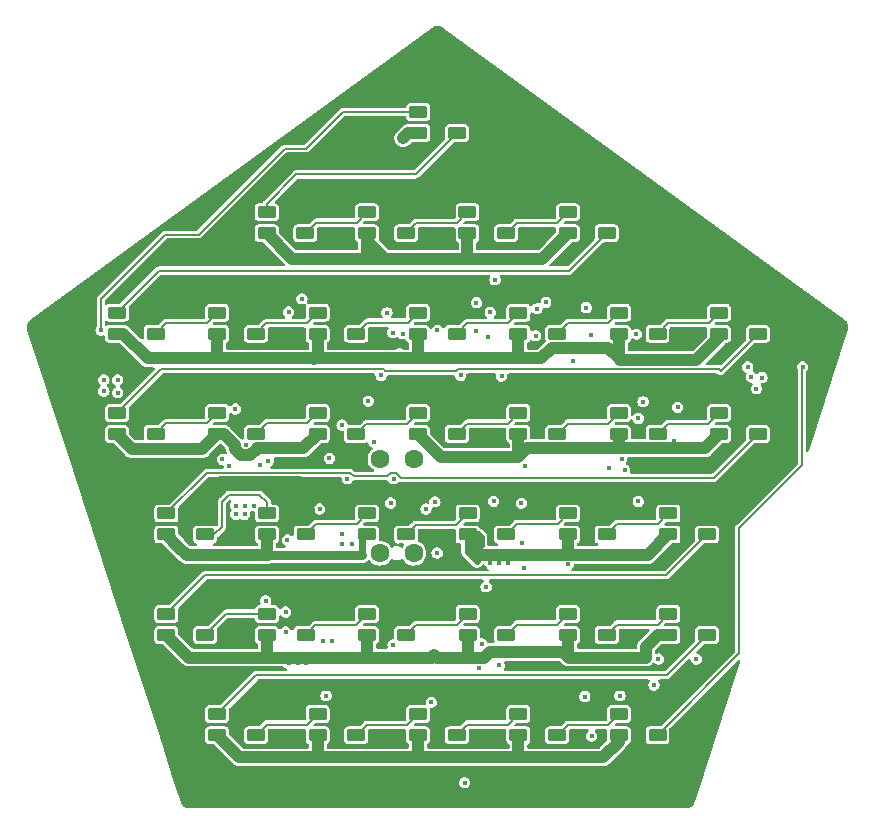
<source format=gbr>
%TF.GenerationSoftware,KiCad,Pcbnew,7.0.5*%
%TF.CreationDate,2024-03-28T22:27:53-05:00*%
%TF.ProjectId,LEDSphere,4c454453-7068-4657-9265-2e6b69636164,rev?*%
%TF.SameCoordinates,Original*%
%TF.FileFunction,Copper,L4,Bot*%
%TF.FilePolarity,Positive*%
%FSLAX46Y46*%
G04 Gerber Fmt 4.6, Leading zero omitted, Abs format (unit mm)*
G04 Created by KiCad (PCBNEW 7.0.5) date 2024-03-28 22:27:53*
%MOMM*%
%LPD*%
G01*
G04 APERTURE LIST*
G04 Aperture macros list*
%AMRoundRect*
0 Rectangle with rounded corners*
0 $1 Rounding radius*
0 $2 $3 $4 $5 $6 $7 $8 $9 X,Y pos of 4 corners*
0 Add a 4 corners polygon primitive as box body*
4,1,4,$2,$3,$4,$5,$6,$7,$8,$9,$2,$3,0*
0 Add four circle primitives for the rounded corners*
1,1,$1+$1,$2,$3*
1,1,$1+$1,$4,$5*
1,1,$1+$1,$6,$7*
1,1,$1+$1,$8,$9*
0 Add four rect primitives between the rounded corners*
20,1,$1+$1,$2,$3,$4,$5,0*
20,1,$1+$1,$4,$5,$6,$7,0*
20,1,$1+$1,$6,$7,$8,$9,0*
20,1,$1+$1,$8,$9,$2,$3,0*%
G04 Aperture macros list end*
%TA.AperFunction,ComponentPad*%
%ADD10C,1.600000*%
%TD*%
%TA.AperFunction,SMDPad,CuDef*%
%ADD11RoundRect,0.100000X0.662000X0.400000X-0.662000X0.400000X-0.662000X-0.400000X0.662000X-0.400000X0*%
%TD*%
%TA.AperFunction,ViaPad*%
%ADD12C,0.450000*%
%TD*%
%TA.AperFunction,Conductor*%
%ADD13C,1.000000*%
%TD*%
%TA.AperFunction,Conductor*%
%ADD14C,0.200000*%
%TD*%
%TA.AperFunction,Conductor*%
%ADD15C,0.150000*%
%TD*%
%TA.AperFunction,Conductor*%
%ADD16C,0.800000*%
%TD*%
%TA.AperFunction,Conductor*%
%ADD17C,0.590000*%
%TD*%
G04 APERTURE END LIST*
D10*
%TO.P,J200,MH1,MH5*%
%TO.N,unconnected-(J200-MH5-PadMH1)*%
X145235000Y-104740000D03*
%TO.P,J200,MH2,MH6*%
%TO.N,unconnected-(J200-MH6-PadMH2)*%
X145235000Y-96740000D03*
%TO.P,J200,MH3,MH3*%
%TO.N,unconnected-(J200-PadMH3)*%
X148095000Y-104740000D03*
%TO.P,J200,MH4,MH4*%
%TO.N,unconnected-(J200-PadMH4)*%
X148095000Y-96740000D03*
%TD*%
D11*
%TO.P,U131,1,VDD*%
%TO.N,+5V*%
X160230000Y-118370000D03*
%TO.P,U131,2,DOUT*%
%TO.N,Net-(U130-DIN)*%
X160230000Y-120150000D03*
%TO.P,U131,3,VSS*%
%TO.N,GND*%
X156955000Y-120150000D03*
%TO.P,U131,4,DIN*%
%TO.N,Net-(U131-DIN)*%
X156955000Y-118370000D03*
%TD*%
%TO.P,U134,1,VDD*%
%TO.N,+5V*%
X134730000Y-118370000D03*
%TO.P,U134,2,DOUT*%
%TO.N,Net-(U133-DIN)*%
X134730000Y-120150000D03*
%TO.P,U134,3,VSS*%
%TO.N,GND*%
X131455000Y-120150000D03*
%TO.P,U134,4,DIN*%
%TO.N,Net-(U134-DIN)*%
X131455000Y-118370000D03*
%TD*%
%TO.P,U116,1,VDD*%
%TO.N,+5V*%
X160230000Y-92870000D03*
%TO.P,U116,2,DOUT*%
%TO.N,Net-(U116-DOUT)*%
X160230000Y-94650000D03*
%TO.P,U116,3,VSS*%
%TO.N,GND*%
X156955000Y-94650000D03*
%TO.P,U116,4,DIN*%
%TO.N,Net-(U115-DOUT)*%
X156955000Y-92870000D03*
%TD*%
%TO.P,U103,1,VDD*%
%TO.N,+5V*%
X155915000Y-75870000D03*
%TO.P,U103,2,DOUT*%
%TO.N,Net-(U103-DOUT)*%
X155915000Y-77650000D03*
%TO.P,U103,3,VSS*%
%TO.N,GND*%
X152640000Y-77650000D03*
%TO.P,U103,4,DIN*%
%TO.N,Net-(U102-DOUT)*%
X152640000Y-75870000D03*
%TD*%
%TO.P,U129,1,VDD*%
%TO.N,+5V*%
X164428500Y-109870000D03*
%TO.P,U129,2,DOUT*%
%TO.N,Net-(U129-DOUT)*%
X164428500Y-111650000D03*
%TO.P,U129,3,VSS*%
%TO.N,GND*%
X161153500Y-111650000D03*
%TO.P,U129,4,DIN*%
%TO.N,Net-(U128-DOUT)*%
X161153500Y-109870000D03*
%TD*%
%TO.P,U132,1,VDD*%
%TO.N,+5V*%
X151730000Y-118370000D03*
%TO.P,U132,2,DOUT*%
%TO.N,Net-(U131-DIN)*%
X151730000Y-120150000D03*
%TO.P,U132,3,VSS*%
%TO.N,GND*%
X148455000Y-120150000D03*
%TO.P,U132,4,DIN*%
%TO.N,Net-(U132-DIN)*%
X148455000Y-118370000D03*
%TD*%
%TO.P,U125,1,VDD*%
%TO.N,+5V*%
X130428500Y-109870000D03*
%TO.P,U125,2,DOUT*%
%TO.N,Net-(U125-DOUT)*%
X130428500Y-111650000D03*
%TO.P,U125,3,VSS*%
%TO.N,GND*%
X127153500Y-111650000D03*
%TO.P,U125,4,DIN*%
%TO.N,Net-(U124-DOUT)*%
X127153500Y-109870000D03*
%TD*%
%TO.P,U113,1,VDD*%
%TO.N,+5V*%
X134730000Y-92870000D03*
%TO.P,U113,2,DOUT*%
%TO.N,Net-(U113-DOUT)*%
X134730000Y-94650000D03*
%TO.P,U113,3,VSS*%
%TO.N,GND*%
X131455000Y-94650000D03*
%TO.P,U113,4,DIN*%
%TO.N,Net-(U112-DOUT)*%
X131455000Y-92870000D03*
%TD*%
%TO.P,U105,1,VDD*%
%TO.N,+5V*%
X126230000Y-84370000D03*
%TO.P,U105,2,DOUT*%
%TO.N,Net-(U105-DOUT)*%
X126230000Y-86150000D03*
%TO.P,U105,3,VSS*%
%TO.N,GND*%
X122955000Y-86150000D03*
%TO.P,U105,4,DIN*%
%TO.N,Net-(U104-DOUT)*%
X122955000Y-84370000D03*
%TD*%
%TO.P,U108,1,VDD*%
%TO.N,+5V*%
X160230000Y-84370000D03*
%TO.P,U108,2,DOUT*%
%TO.N,Net-(U107-DIN)*%
X160230000Y-86150000D03*
%TO.P,U108,3,VSS*%
%TO.N,GND*%
X156955000Y-86150000D03*
%TO.P,U108,4,DIN*%
%TO.N,Net-(U108-DIN)*%
X156955000Y-84370000D03*
%TD*%
%TO.P,U109,1,VDD*%
%TO.N,+5V*%
X151730000Y-84370000D03*
%TO.P,U109,2,DOUT*%
%TO.N,Net-(U108-DIN)*%
X151730000Y-86150000D03*
%TO.P,U109,3,VSS*%
%TO.N,GND*%
X148455000Y-86150000D03*
%TO.P,U109,4,DIN*%
%TO.N,Net-(U109-DIN)*%
X148455000Y-84370000D03*
%TD*%
%TO.P,U111,1,VDD*%
%TO.N,+5V*%
X134730000Y-84370000D03*
%TO.P,U111,2,DOUT*%
%TO.N,Net-(U110-DIN)*%
X134730000Y-86150000D03*
%TO.P,U111,3,VSS*%
%TO.N,GND*%
X131455000Y-86150000D03*
%TO.P,U111,4,DIN*%
%TO.N,Net-(U105-DOUT)*%
X131455000Y-84370000D03*
%TD*%
%TO.P,U127,1,VDD*%
%TO.N,+5V*%
X147428500Y-109870000D03*
%TO.P,U127,2,DOUT*%
%TO.N,Net-(U127-DOUT)*%
X147428500Y-111650000D03*
%TO.P,U127,3,VSS*%
%TO.N,GND*%
X144153500Y-111650000D03*
%TO.P,U127,4,DIN*%
%TO.N,Net-(U126-DOUT)*%
X144153500Y-109870000D03*
%TD*%
%TO.P,U130,1,VDD*%
%TO.N,+5V*%
X168730000Y-118370000D03*
%TO.P,U130,2,DOUT*%
%TO.N,SERIAL_OUT*%
X168730000Y-120150000D03*
%TO.P,U130,3,VSS*%
%TO.N,GND*%
X165455000Y-120150000D03*
%TO.P,U130,4,DIN*%
%TO.N,Net-(U130-DIN)*%
X165455000Y-118370000D03*
%TD*%
%TO.P,U120,1,VDD*%
%TO.N,+5V*%
X147428500Y-101370000D03*
%TO.P,U120,2,DOUT*%
%TO.N,Net-(U119-DIN)*%
X147428500Y-103150000D03*
%TO.P,U120,3,VSS*%
%TO.N,GND*%
X144153500Y-103150000D03*
%TO.P,U120,4,DIN*%
%TO.N,Net-(U120-DIN)*%
X144153500Y-101370000D03*
%TD*%
%TO.P,U119,1,VDD*%
%TO.N,+5V*%
X155928500Y-101370000D03*
%TO.P,U119,2,DOUT*%
%TO.N,Net-(U118-DIN)*%
X155928500Y-103150000D03*
%TO.P,U119,3,VSS*%
%TO.N,GND*%
X152653500Y-103150000D03*
%TO.P,U119,4,DIN*%
%TO.N,Net-(U119-DIN)*%
X152653500Y-101370000D03*
%TD*%
%TO.P,U101,1,VDD*%
%TO.N,+5V*%
X138915000Y-75870000D03*
%TO.P,U101,2,DOUT*%
%TO.N,Net-(U101-DOUT)*%
X138915000Y-77650000D03*
%TO.P,U101,3,VSS*%
%TO.N,GND*%
X135640000Y-77650000D03*
%TO.P,U101,4,DIN*%
%TO.N,Net-(U100-DOUT)*%
X135640000Y-75870000D03*
%TD*%
%TO.P,U135,1,VDD*%
%TO.N,+5V*%
X172928500Y-109870000D03*
%TO.P,U135,2,DOUT*%
%TO.N,Net-(U134-DIN)*%
X172928500Y-111650000D03*
%TO.P,U135,3,VSS*%
%TO.N,GND*%
X169653500Y-111650000D03*
%TO.P,U135,4,DIN*%
%TO.N,Net-(U129-DOUT)*%
X169653500Y-109870000D03*
%TD*%
%TO.P,U112,1,VDD*%
%TO.N,+5V*%
X126230000Y-92870000D03*
%TO.P,U112,2,DOUT*%
%TO.N,Net-(U112-DOUT)*%
X126230000Y-94650000D03*
%TO.P,U112,3,VSS*%
%TO.N,GND*%
X122955000Y-94650000D03*
%TO.P,U112,4,DIN*%
%TO.N,Net-(U106-DOUT)*%
X122955000Y-92870000D03*
%TD*%
%TO.P,U122,1,VDD*%
%TO.N,+5V*%
X130428500Y-101370000D03*
%TO.P,U122,2,DOUT*%
%TO.N,Net-(U121-DIN)*%
X130428500Y-103150000D03*
%TO.P,U122,3,VSS*%
%TO.N,GND*%
X127153500Y-103150000D03*
%TO.P,U122,4,DIN*%
%TO.N,Net-(U122-DIN)*%
X127153500Y-101370000D03*
%TD*%
%TO.P,U117,1,VDD*%
%TO.N,+5V*%
X168730000Y-92870000D03*
%TO.P,U117,2,DOUT*%
%TO.N,Net-(U117-DOUT)*%
X168730000Y-94650000D03*
%TO.P,U117,3,VSS*%
%TO.N,GND*%
X165455000Y-94650000D03*
%TO.P,U117,4,DIN*%
%TO.N,Net-(U116-DOUT)*%
X165455000Y-92870000D03*
%TD*%
%TO.P,U104,1,VDD*%
%TO.N,+5V*%
X164415000Y-75870000D03*
%TO.P,U104,2,DOUT*%
%TO.N,Net-(U104-DOUT)*%
X164415000Y-77650000D03*
%TO.P,U104,3,VSS*%
%TO.N,GND*%
X161140000Y-77650000D03*
%TO.P,U104,4,DIN*%
%TO.N,Net-(U103-DOUT)*%
X161140000Y-75870000D03*
%TD*%
%TO.P,U110,1,VDD*%
%TO.N,+5V*%
X143230000Y-84370000D03*
%TO.P,U110,2,DOUT*%
%TO.N,Net-(U109-DIN)*%
X143230000Y-86150000D03*
%TO.P,U110,3,VSS*%
%TO.N,GND*%
X139955000Y-86150000D03*
%TO.P,U110,4,DIN*%
%TO.N,Net-(U110-DIN)*%
X139955000Y-84370000D03*
%TD*%
%TO.P,U102,1,VDD*%
%TO.N,+5V*%
X147415000Y-75870000D03*
%TO.P,U102,2,DOUT*%
%TO.N,Net-(U102-DOUT)*%
X147415000Y-77650000D03*
%TO.P,U102,3,VSS*%
%TO.N,GND*%
X144140000Y-77650000D03*
%TO.P,U102,4,DIN*%
%TO.N,Net-(U101-DOUT)*%
X144140000Y-75870000D03*
%TD*%
%TO.P,U106,1,VDD*%
%TO.N,+5V*%
X177230000Y-84370000D03*
%TO.P,U106,2,DOUT*%
%TO.N,Net-(U106-DOUT)*%
X177230000Y-86150000D03*
%TO.P,U106,3,VSS*%
%TO.N,GND*%
X173955000Y-86150000D03*
%TO.P,U106,4,DIN*%
%TO.N,Net-(U106-DIN)*%
X173955000Y-84370000D03*
%TD*%
%TO.P,U124,1,VDD*%
%TO.N,+5V*%
X172928500Y-101370000D03*
%TO.P,U124,2,DOUT*%
%TO.N,Net-(U124-DOUT)*%
X172928500Y-103150000D03*
%TO.P,U124,3,VSS*%
%TO.N,GND*%
X169653500Y-103150000D03*
%TO.P,U124,4,DIN*%
%TO.N,Net-(U118-DOUT)*%
X169653500Y-101370000D03*
%TD*%
%TO.P,U133,1,VDD*%
%TO.N,+5V*%
X143230000Y-118370000D03*
%TO.P,U133,2,DOUT*%
%TO.N,Net-(U132-DIN)*%
X143230000Y-120150000D03*
%TO.P,U133,3,VSS*%
%TO.N,GND*%
X139955000Y-120150000D03*
%TO.P,U133,4,DIN*%
%TO.N,Net-(U133-DIN)*%
X139955000Y-118370000D03*
%TD*%
%TO.P,U123,1,VDD*%
%TO.N,+5V*%
X177230000Y-92870000D03*
%TO.P,U123,2,DOUT*%
%TO.N,Net-(U122-DIN)*%
X177230000Y-94650000D03*
%TO.P,U123,3,VSS*%
%TO.N,GND*%
X173955000Y-94650000D03*
%TO.P,U123,4,DIN*%
%TO.N,Net-(U117-DOUT)*%
X173955000Y-92870000D03*
%TD*%
%TO.P,U128,1,VDD*%
%TO.N,+5V*%
X155928500Y-109870000D03*
%TO.P,U128,2,DOUT*%
%TO.N,Net-(U128-DOUT)*%
X155928500Y-111650000D03*
%TO.P,U128,3,VSS*%
%TO.N,GND*%
X152653500Y-111650000D03*
%TO.P,U128,4,DIN*%
%TO.N,Net-(U127-DOUT)*%
X152653500Y-109870000D03*
%TD*%
%TO.P,U118,1,VDD*%
%TO.N,+5V*%
X164428500Y-101370000D03*
%TO.P,U118,2,DOUT*%
%TO.N,Net-(U118-DOUT)*%
X164428500Y-103150000D03*
%TO.P,U118,3,VSS*%
%TO.N,GND*%
X161153500Y-103150000D03*
%TO.P,U118,4,DIN*%
%TO.N,Net-(U118-DIN)*%
X161153500Y-101370000D03*
%TD*%
%TO.P,U121,1,VDD*%
%TO.N,+5V*%
X138928500Y-101370000D03*
%TO.P,U121,2,DOUT*%
%TO.N,Net-(U120-DIN)*%
X138928500Y-103150000D03*
%TO.P,U121,3,VSS*%
%TO.N,GND*%
X135653500Y-103150000D03*
%TO.P,U121,4,DIN*%
%TO.N,Net-(U121-DIN)*%
X135653500Y-101370000D03*
%TD*%
%TO.P,U100,1,VDD*%
%TO.N,+5V*%
X151750000Y-67370000D03*
%TO.P,U100,2,DOUT*%
%TO.N,Net-(U100-DOUT)*%
X151750000Y-69150000D03*
%TO.P,U100,3,VSS*%
%TO.N,GND*%
X148475000Y-69150000D03*
%TO.P,U100,4,DIN*%
%TO.N,DOUT_5V*%
X148475000Y-67370000D03*
%TD*%
%TO.P,U115,1,VDD*%
%TO.N,+5V*%
X151730000Y-92870000D03*
%TO.P,U115,2,DOUT*%
%TO.N,Net-(U115-DOUT)*%
X151730000Y-94650000D03*
%TO.P,U115,3,VSS*%
%TO.N,GND*%
X148455000Y-94650000D03*
%TO.P,U115,4,DIN*%
%TO.N,Net-(U114-DOUT)*%
X148455000Y-92870000D03*
%TD*%
%TO.P,U114,1,VDD*%
%TO.N,+5V*%
X143230000Y-92870000D03*
%TO.P,U114,2,DOUT*%
%TO.N,Net-(U114-DOUT)*%
X143230000Y-94650000D03*
%TO.P,U114,3,VSS*%
%TO.N,GND*%
X139955000Y-94650000D03*
%TO.P,U114,4,DIN*%
%TO.N,Net-(U113-DOUT)*%
X139955000Y-92870000D03*
%TD*%
%TO.P,U126,1,VDD*%
%TO.N,+5V*%
X138928500Y-109870000D03*
%TO.P,U126,2,DOUT*%
%TO.N,Net-(U126-DOUT)*%
X138928500Y-111650000D03*
%TO.P,U126,3,VSS*%
%TO.N,GND*%
X135653500Y-111650000D03*
%TO.P,U126,4,DIN*%
%TO.N,Net-(U125-DOUT)*%
X135653500Y-109870000D03*
%TD*%
%TO.P,U107,1,VDD*%
%TO.N,+5V*%
X168730000Y-84370000D03*
%TO.P,U107,2,DOUT*%
%TO.N,Net-(U106-DIN)*%
X168730000Y-86150000D03*
%TO.P,U107,3,VSS*%
%TO.N,GND*%
X165455000Y-86150000D03*
%TO.P,U107,4,DIN*%
%TO.N,Net-(U107-DIN)*%
X165455000Y-84370000D03*
%TD*%
D12*
%TO.N,+3V3*%
X131890000Y-96790000D03*
X164650543Y-97534500D03*
X140670000Y-116784500D03*
X135560000Y-108760000D03*
X162693200Y-83936800D03*
X161541800Y-88478200D03*
X135050000Y-97230000D03*
X135790000Y-96920000D03*
X158516400Y-84040000D03*
X166950000Y-86190000D03*
X165540000Y-116794500D03*
X132490000Y-97320000D03*
X137490000Y-84320000D03*
X146340000Y-112500000D03*
X153620000Y-114494500D03*
X165689500Y-96774500D03*
X138620000Y-83200000D03*
X165950000Y-97670000D03*
%TO.N,+5V*%
X178070000Y-87470000D03*
X178290000Y-88380000D03*
X132500000Y-109170000D03*
X133000000Y-84780000D03*
X121880000Y-87470000D03*
X177000000Y-87480000D03*
X133350000Y-110600000D03*
X177110000Y-88280000D03*
X134160000Y-110960000D03*
X137770000Y-116370000D03*
X123100000Y-88580000D03*
X121730000Y-88480000D03*
X137750000Y-110530000D03*
X132350000Y-110940000D03*
X122960000Y-87570000D03*
X133900000Y-109180000D03*
%TO.N,VBUS*%
X144690000Y-95280000D03*
X146380000Y-98444500D03*
X157210000Y-100510000D03*
X149880000Y-100390000D03*
X142475000Y-98444500D03*
%TO.N,FAST_OFF*%
X155350000Y-114220000D03*
X155530000Y-89750000D03*
%TO.N,Net-(D203-K)*%
X163150000Y-120220000D03*
X157520244Y-97313143D03*
%TO.N,Net-(D202-K)*%
X154860000Y-100344500D03*
X154220497Y-107589503D03*
%TO.N,SDA*%
X168800000Y-113700000D03*
X152400000Y-124170000D03*
X172020000Y-113710000D03*
X149590000Y-117350000D03*
%TO.N,AMP_LRCLK*%
X170430000Y-92390000D03*
X146320000Y-86050000D03*
%TO.N,AMP_BCLK*%
X147140000Y-86160000D03*
X167510000Y-91910000D03*
%TO.N,AMP_DIN*%
X167100000Y-93330000D03*
X150100000Y-85870000D03*
%TO.N,FUEL_ALERT*%
X153330000Y-85900000D03*
X168430000Y-115890000D03*
%TO.N,POWER_ALERT*%
X153860000Y-112420000D03*
X154367950Y-86470972D03*
%TO.N,BOOST_PG*%
X137250000Y-111390000D03*
X137250000Y-109710000D03*
X152065000Y-89684500D03*
%TO.N,VBUS_SENSE*%
X144240000Y-91840000D03*
X145320000Y-89684500D03*
%TO.N,TXD*%
X142040000Y-103920000D03*
X153400000Y-83520000D03*
%TO.N,RXD*%
X154980000Y-81585500D03*
X142860000Y-103930000D03*
%TO.N,D-*%
X149130000Y-100990000D03*
X146146800Y-100476800D03*
%TO.N,RTS*%
X137400000Y-103610000D03*
X132980000Y-92520000D03*
%TO.N,DTR*%
X141980000Y-103100000D03*
X133861249Y-95532032D03*
%TO.N,SERIAL_OUT*%
X181020000Y-88960000D03*
X176370000Y-88970000D03*
%TO.N,DOUT_5V*%
X121610000Y-85850000D03*
%TO.N,GND*%
X133780000Y-101450000D03*
X138260000Y-114060000D03*
X142020000Y-93890000D03*
X156080000Y-104850000D03*
X157440000Y-105990000D03*
X164110000Y-122030000D03*
X121850000Y-91000000D03*
X172070000Y-88294500D03*
X134530000Y-100700000D03*
X149840000Y-113390000D03*
X137450000Y-95850000D03*
X133030000Y-100700000D03*
X155330000Y-104850000D03*
X156980000Y-104880000D03*
X159305500Y-83500000D03*
X161153500Y-104803500D03*
X162575500Y-116880000D03*
X152653500Y-112940000D03*
X123030000Y-90080000D03*
X167100000Y-100344500D03*
X150070000Y-104720000D03*
X154580000Y-105600000D03*
X148455000Y-122025000D03*
X139010000Y-114060000D03*
X142670000Y-88250000D03*
X177580000Y-89870000D03*
X124940000Y-95930000D03*
X138260000Y-113310000D03*
X135653500Y-104823500D03*
X153440000Y-105430000D03*
X139950000Y-113570000D03*
X147200000Y-69590000D03*
X139608756Y-88316660D03*
X157290000Y-103870000D03*
X140948200Y-96708200D03*
X121850000Y-90060000D03*
X139955000Y-121895000D03*
X137510000Y-113310000D03*
X176670000Y-89820000D03*
X143750000Y-104920000D03*
X161170000Y-105670000D03*
X133030000Y-101450000D03*
X170130000Y-95210000D03*
X157680000Y-95850000D03*
X146900000Y-87860000D03*
X133335000Y-122030000D03*
X155330000Y-105600000D03*
X141180000Y-112160000D03*
X154580000Y-104850000D03*
X140115000Y-100990000D03*
X137820000Y-79830000D03*
X128171750Y-104168250D03*
X139010000Y-113310000D03*
X177110000Y-90820000D03*
X145820500Y-84370000D03*
X130185000Y-95920000D03*
X133780000Y-100700000D03*
X145690000Y-79830000D03*
X136670000Y-113570000D03*
X131455000Y-87845000D03*
X157370000Y-88250000D03*
X168105000Y-112315000D03*
X154565247Y-84333756D03*
X156955000Y-122025000D03*
X159835000Y-78955000D03*
X150600000Y-96610000D03*
X140370000Y-112170000D03*
X153460000Y-104350000D03*
X163060000Y-86229500D03*
X137510000Y-114060000D03*
X153780000Y-103390000D03*
X167923500Y-104880000D03*
X158423051Y-86326949D03*
X123030000Y-91140000D03*
X156080000Y-105600000D03*
X167580000Y-88360000D03*
X129073500Y-113570000D03*
X152640000Y-78790500D03*
%TD*%
D13*
%TO.N,GND*%
X165280000Y-95850000D02*
X157680000Y-95850000D01*
X157680000Y-95850000D02*
X156920000Y-96610000D01*
X147290000Y-88250000D02*
X146660000Y-88250000D01*
X142670000Y-88250000D02*
X147290000Y-88250000D01*
X148360000Y-88250000D02*
X147290000Y-88250000D01*
D14*
%TO.N,Net-(U106-DOUT)*%
X126665500Y-89159500D02*
X122955000Y-92870000D01*
X145687963Y-89310000D02*
X145537463Y-89159500D01*
X145537463Y-89159500D02*
X126665500Y-89159500D01*
X151697037Y-89310000D02*
X145687963Y-89310000D01*
X173919500Y-89159500D02*
X151847537Y-89159500D01*
X174070000Y-89310000D02*
X173919500Y-89159500D01*
X151847537Y-89159500D02*
X151697037Y-89310000D01*
X177230000Y-86150000D02*
X174070000Y-89310000D01*
D13*
%TO.N,GND*%
X139570000Y-88250000D02*
X142670000Y-88250000D01*
X157370000Y-88250000D02*
X156880000Y-88250000D01*
X156955000Y-86150000D02*
X156955000Y-87835000D01*
X156955000Y-87835000D02*
X157370000Y-88250000D01*
D15*
%TO.N,SERIAL_OUT*%
X175640000Y-113200000D02*
X168730000Y-120110000D01*
X180960000Y-97240000D02*
X175640000Y-102560000D01*
X175640000Y-102560000D02*
X175640000Y-113200000D01*
X180960000Y-89020000D02*
X180960000Y-97240000D01*
X168730000Y-120110000D02*
X168730000Y-120150000D01*
X181020000Y-88960000D02*
X180960000Y-89020000D01*
D13*
%TO.N,GND*%
X172004500Y-88360000D02*
X167580000Y-88360000D01*
X172070000Y-88294500D02*
X172004500Y-88360000D01*
X173955000Y-86409500D02*
X173955000Y-86150000D01*
X172070000Y-88294500D02*
X173955000Y-86409500D01*
%TO.N,+5V*%
X164390000Y-75845000D02*
X164390000Y-73930000D01*
X138928500Y-99531500D02*
X139040000Y-99420000D01*
X139640000Y-108550000D02*
X138710000Y-107620000D01*
D14*
X168730000Y-82510000D02*
X175370000Y-82510000D01*
X155950000Y-99420000D02*
X164380000Y-99420000D01*
X155745000Y-68475000D02*
X155940000Y-68670000D01*
X154640000Y-67370000D02*
X155745000Y-68475000D01*
X147428500Y-99458500D02*
X147390000Y-99420000D01*
X151730000Y-116400000D02*
X151760000Y-116370000D01*
D13*
X147428500Y-101370000D02*
X147428500Y-99578500D01*
D14*
X132678500Y-107620000D02*
X138800000Y-107620000D01*
X138928500Y-101370000D02*
X138928500Y-99481500D01*
X155915000Y-75870000D02*
X155915000Y-73965000D01*
X147428500Y-101370000D02*
X147428500Y-99458500D01*
D13*
X174620000Y-112480000D02*
X174620000Y-102140000D01*
X138280500Y-115859500D02*
X141053148Y-115859500D01*
D14*
X155928500Y-107668500D02*
X155880000Y-107620000D01*
X155928500Y-109870000D02*
X155928500Y-107668500D01*
X140845000Y-73940000D02*
X147420000Y-73940000D01*
X155928500Y-101370000D02*
X155928500Y-99441500D01*
D13*
X172928500Y-109870000D02*
X170678500Y-107620000D01*
D14*
X138928500Y-109870000D02*
X138928500Y-107748500D01*
D13*
X179710000Y-85120000D02*
X179710000Y-91150000D01*
X147400000Y-73930000D02*
X164390000Y-73930000D01*
X134730000Y-118370000D02*
X136730000Y-116370000D01*
D14*
X168730000Y-82620000D02*
X168730000Y-82510000D01*
D13*
X155928500Y-107971500D02*
X156280000Y-107620000D01*
D14*
X143230000Y-91050000D02*
X143230000Y-90900000D01*
D13*
X155800000Y-99420000D02*
X164620000Y-99420000D01*
X140855000Y-73930000D02*
X147400000Y-73930000D01*
D14*
X147420000Y-73940000D02*
X155940000Y-73940000D01*
X164428500Y-107631500D02*
X164440000Y-107620000D01*
X155915000Y-75870000D02*
X155915000Y-68645000D01*
X143240000Y-90890000D02*
X151800000Y-90890000D01*
D13*
X175370000Y-82510000D02*
X175440000Y-82580000D01*
X141053148Y-115859500D02*
X141063648Y-115870000D01*
X136730000Y-116370000D02*
X137770000Y-116370000D01*
D14*
X134810000Y-90890000D02*
X143240000Y-90890000D01*
D13*
X151730000Y-84370000D02*
X151730000Y-82520000D01*
D14*
X162495000Y-73930000D02*
X162485000Y-73940000D01*
X160230000Y-116370000D02*
X160470000Y-116370000D01*
D13*
X147415000Y-75870000D02*
X147415000Y-73945000D01*
D14*
X175370000Y-82510000D02*
X175360000Y-82510000D01*
X155940000Y-73940000D02*
X162485000Y-73940000D01*
X143270000Y-82510000D02*
X151720000Y-82510000D01*
D13*
X155915000Y-70245000D02*
X155940000Y-70220000D01*
D14*
X151800000Y-90890000D02*
X160230000Y-90890000D01*
X164428500Y-101370000D02*
X164428500Y-99468500D01*
X155940000Y-68670000D02*
X155940000Y-73940000D01*
D13*
X137770000Y-116370000D02*
X138280500Y-115859500D01*
D14*
X138928500Y-107748500D02*
X138800000Y-107620000D01*
D13*
X178250000Y-92870000D02*
X179580000Y-94200000D01*
D14*
X166780000Y-73930000D02*
X162495000Y-73930000D01*
D13*
X147270000Y-99420000D02*
X155800000Y-99420000D01*
D14*
X128210000Y-90890000D02*
X134810000Y-90890000D01*
D13*
X142360000Y-81940000D02*
X142930000Y-82510000D01*
D14*
X138928500Y-99481500D02*
X138990000Y-99420000D01*
D13*
X172988500Y-109810000D02*
X174620000Y-109810000D01*
X130428500Y-100111500D02*
X131810000Y-98730000D01*
X138928500Y-107838500D02*
X138710000Y-107620000D01*
X177230000Y-84370000D02*
X175440000Y-82580000D01*
X151730000Y-92870000D02*
X151730000Y-90960000D01*
X168730000Y-91020000D02*
X168860000Y-90890000D01*
D14*
X134790000Y-82510000D02*
X143270000Y-82510000D01*
D13*
X128660000Y-81940000D02*
X142360000Y-81940000D01*
D14*
X147390000Y-99420000D02*
X155950000Y-99420000D01*
D13*
X151730000Y-118370000D02*
X151730000Y-116580000D01*
D14*
X151520000Y-116370000D02*
X151760000Y-116370000D01*
D13*
X170678500Y-107620000D02*
X156280000Y-107620000D01*
D14*
X143230000Y-82550000D02*
X143270000Y-82510000D01*
X151730000Y-82520000D02*
X151720000Y-82510000D01*
D13*
X155928500Y-99548500D02*
X155800000Y-99420000D01*
D14*
X155915000Y-68645000D02*
X155745000Y-68475000D01*
X134730000Y-82570000D02*
X134790000Y-82510000D01*
D13*
X177230000Y-92870000D02*
X178250000Y-92870000D01*
D14*
X160230000Y-118370000D02*
X160230000Y-116370000D01*
X155928500Y-99441500D02*
X155950000Y-99420000D01*
X164428500Y-99468500D02*
X164380000Y-99420000D01*
D13*
X175440000Y-82580000D02*
X166790000Y-73930000D01*
X160230000Y-82530000D02*
X160250000Y-82510000D01*
X179580000Y-97180000D02*
X175390000Y-101370000D01*
X155915000Y-75870000D02*
X155915000Y-70245000D01*
D14*
X175360000Y-82510000D02*
X166780000Y-73930000D01*
D13*
X147428500Y-99578500D02*
X147270000Y-99420000D01*
X160230000Y-92870000D02*
X160230000Y-90890000D01*
X155928500Y-109870000D02*
X155928500Y-107971500D01*
D14*
X138915000Y-75870000D02*
X140845000Y-73940000D01*
D13*
X131810000Y-98730000D02*
X138350000Y-98730000D01*
D14*
X151730000Y-118370000D02*
X151730000Y-116400000D01*
D13*
X155928500Y-101370000D02*
X155928500Y-99548500D01*
X160250000Y-82510000D02*
X175370000Y-82510000D01*
X147415000Y-73945000D02*
X147400000Y-73930000D01*
X138350000Y-98730000D02*
X139040000Y-99420000D01*
X155940000Y-70220000D02*
X155940000Y-68670000D01*
D14*
X155915000Y-73965000D02*
X155940000Y-73940000D01*
X175370000Y-82510000D02*
X177230000Y-84370000D01*
X164580000Y-107620000D02*
X170678500Y-107620000D01*
X151760000Y-116370000D02*
X160230000Y-116370000D01*
X143230000Y-84370000D02*
X143230000Y-82550000D01*
D13*
X164620000Y-99420000D02*
X170978500Y-99420000D01*
D14*
X143230000Y-90900000D02*
X143240000Y-90890000D01*
X168730000Y-92870000D02*
X168730000Y-90960000D01*
X151730000Y-90960000D02*
X151800000Y-90890000D01*
D13*
X172928500Y-101370000D02*
X175390000Y-101370000D01*
D14*
X138990000Y-99420000D02*
X147390000Y-99420000D01*
D13*
X130428500Y-101370000D02*
X130428500Y-100111500D01*
D14*
X168730000Y-90960000D02*
X168660000Y-90890000D01*
D13*
X168730000Y-84370000D02*
X168730000Y-82620000D01*
X168860000Y-90890000D02*
X175250000Y-90890000D01*
X164428500Y-107771500D02*
X164580000Y-107620000D01*
X172928500Y-101370000D02*
X170978500Y-99420000D01*
D14*
X164380000Y-99420000D02*
X170978500Y-99420000D01*
D13*
X138928500Y-109870000D02*
X138928500Y-107838500D01*
X154640000Y-67370000D02*
X155940000Y-68670000D01*
X143230000Y-92870000D02*
X143230000Y-91050000D01*
D14*
X128090000Y-82510000D02*
X134790000Y-82510000D01*
D13*
X151750000Y-67370000D02*
X154640000Y-67370000D01*
X160230000Y-116610000D02*
X160470000Y-116370000D01*
X143230000Y-118370000D02*
X143230000Y-116540000D01*
X164428500Y-101370000D02*
X164428500Y-99611500D01*
X134730000Y-84370000D02*
X134730000Y-82570000D01*
D14*
X147415000Y-73945000D02*
X147420000Y-73940000D01*
D13*
X126230000Y-84370000D02*
X128090000Y-82510000D01*
X178960000Y-84370000D02*
X179710000Y-85120000D01*
X155350000Y-108550000D02*
X139640000Y-108550000D01*
X172928500Y-109870000D02*
X172988500Y-109810000D01*
X168730000Y-118370000D02*
X174620000Y-112480000D01*
D14*
X164440000Y-107620000D02*
X164580000Y-107620000D01*
X134730000Y-90970000D02*
X134810000Y-90890000D01*
D13*
X164428500Y-109870000D02*
X164428500Y-107771500D01*
X177230000Y-92870000D02*
X175250000Y-90890000D01*
X130428500Y-109870000D02*
X132678500Y-107620000D01*
X177230000Y-84370000D02*
X178960000Y-84370000D01*
X134730000Y-92870000D02*
X134730000Y-90970000D01*
D14*
X168660000Y-90890000D02*
X175250000Y-90890000D01*
D13*
X166790000Y-73930000D02*
X166780000Y-73930000D01*
X138915000Y-75870000D02*
X140855000Y-73930000D01*
X166230000Y-115870000D02*
X168730000Y-118370000D01*
X174620000Y-102140000D02*
X175390000Y-101370000D01*
X177230000Y-92870000D02*
X177990000Y-92870000D01*
X143230000Y-84370000D02*
X143230000Y-82810000D01*
X160230000Y-118370000D02*
X160230000Y-116610000D01*
X139040000Y-99420000D02*
X147270000Y-99420000D01*
D14*
X151720000Y-82510000D02*
X160250000Y-82510000D01*
D13*
X164390000Y-73930000D02*
X166780000Y-73930000D01*
X128210000Y-90890000D02*
X168860000Y-90890000D01*
X156280000Y-107620000D02*
X155350000Y-108550000D01*
X177990000Y-92870000D02*
X179710000Y-91150000D01*
X160230000Y-84370000D02*
X160230000Y-82530000D01*
D14*
X143230000Y-116540000D02*
X143400000Y-116370000D01*
D13*
X141063648Y-115870000D02*
X166230000Y-115870000D01*
X164415000Y-75870000D02*
X164390000Y-75845000D01*
D14*
X164428500Y-109870000D02*
X164428500Y-107631500D01*
D13*
X168730000Y-92870000D02*
X168730000Y-91020000D01*
X164428500Y-99611500D02*
X164620000Y-99420000D01*
X151730000Y-116580000D02*
X151520000Y-116370000D01*
D14*
X143400000Y-116370000D02*
X151520000Y-116370000D01*
X155880000Y-107620000D02*
X164440000Y-107620000D01*
D13*
X142930000Y-82510000D02*
X160250000Y-82510000D01*
X138710000Y-107620000D02*
X132678500Y-107620000D01*
D14*
X160250000Y-82510000D02*
X168730000Y-82510000D01*
D13*
X179580000Y-94200000D02*
X179580000Y-97180000D01*
X128090000Y-82510000D02*
X128660000Y-81940000D01*
X138928500Y-101370000D02*
X138928500Y-99531500D01*
X126230000Y-92870000D02*
X128210000Y-90890000D01*
D14*
X160230000Y-90890000D02*
X168660000Y-90890000D01*
D13*
X143230000Y-82810000D02*
X142930000Y-82510000D01*
D15*
%TO.N,DOUT_5V*%
X142070000Y-67370000D02*
X148475000Y-67370000D01*
X129880000Y-77760000D02*
X137160000Y-70480000D01*
X137160000Y-70480000D02*
X138960000Y-70480000D01*
X138960000Y-70480000D02*
X142070000Y-67370000D01*
X121610000Y-83180000D02*
X127030000Y-77760000D01*
X127030000Y-77760000D02*
X129880000Y-77760000D01*
X121610000Y-85850000D02*
X121610000Y-83180000D01*
D14*
%TO.N,Net-(U100-DOUT)*%
X148240000Y-72660000D02*
X138140000Y-72660000D01*
X138140000Y-72660000D02*
X135640000Y-75160000D01*
X151750000Y-69150000D02*
X148240000Y-72660000D01*
X135640000Y-75160000D02*
X135640000Y-75870000D01*
%TO.N,Net-(U101-DOUT)*%
X138915000Y-77650000D02*
X139825000Y-76740000D01*
X139825000Y-76740000D02*
X143270000Y-76740000D01*
X143270000Y-76740000D02*
X144140000Y-75870000D01*
%TO.N,Net-(U102-DOUT)*%
X147415000Y-77650000D02*
X148275000Y-76790000D01*
X151720000Y-76790000D02*
X152640000Y-75870000D01*
X148275000Y-76790000D02*
X151720000Y-76790000D01*
%TO.N,Net-(U103-DOUT)*%
X156795000Y-76770000D02*
X160240000Y-76770000D01*
X155915000Y-77650000D02*
X156795000Y-76770000D01*
X160240000Y-76770000D02*
X161140000Y-75870000D01*
%TO.N,Net-(U104-DOUT)*%
X161255000Y-80810000D02*
X126515000Y-80810000D01*
X164415000Y-77650000D02*
X161255000Y-80810000D01*
X126515000Y-80810000D02*
X122955000Y-84370000D01*
%TO.N,Net-(U105-DOUT)*%
X127100000Y-85280000D02*
X130545000Y-85280000D01*
X130545000Y-85280000D02*
X131455000Y-84370000D01*
X126230000Y-86150000D02*
X127100000Y-85280000D01*
%TO.N,Net-(U106-DIN)*%
X168730000Y-86150000D02*
X169620000Y-85260000D01*
X169620000Y-85260000D02*
X173065000Y-85260000D01*
X173065000Y-85260000D02*
X173955000Y-84370000D01*
%TO.N,Net-(U107-DIN)*%
X164565000Y-85260000D02*
X165455000Y-84370000D01*
X160230000Y-86150000D02*
X161120000Y-85260000D01*
X161120000Y-85260000D02*
X164565000Y-85260000D01*
%TO.N,Net-(U108-DIN)*%
X151730000Y-86150000D02*
X152640000Y-85240000D01*
X152640000Y-85240000D02*
X156085000Y-85240000D01*
X156085000Y-85240000D02*
X156955000Y-84370000D01*
%TO.N,Net-(U109-DIN)*%
X144170000Y-85210000D02*
X147615000Y-85210000D01*
X147615000Y-85210000D02*
X148455000Y-84370000D01*
X143230000Y-86150000D02*
X144170000Y-85210000D01*
%TO.N,Net-(U110-DIN)*%
X139065000Y-85260000D02*
X139955000Y-84370000D01*
X134730000Y-86150000D02*
X135620000Y-85260000D01*
X135620000Y-85260000D02*
X139065000Y-85260000D01*
%TO.N,Net-(U112-DOUT)*%
X130595000Y-93730000D02*
X131455000Y-92870000D01*
X127150000Y-93730000D02*
X130595000Y-93730000D01*
X126230000Y-94650000D02*
X127150000Y-93730000D01*
%TO.N,Net-(U113-DOUT)*%
X134730000Y-94650000D02*
X135650000Y-93730000D01*
X135650000Y-93730000D02*
X139095000Y-93730000D01*
X139095000Y-93730000D02*
X139955000Y-92870000D01*
%TO.N,Net-(U114-DOUT)*%
X143230000Y-94650000D02*
X144060000Y-93820000D01*
X144060000Y-93820000D02*
X147505000Y-93820000D01*
X147505000Y-93820000D02*
X148455000Y-92870000D01*
%TO.N,Net-(U115-DOUT)*%
X151730000Y-94650000D02*
X152620000Y-93760000D01*
X152620000Y-93760000D02*
X156065000Y-93760000D01*
X156065000Y-93760000D02*
X156955000Y-92870000D01*
%TO.N,Net-(U116-DOUT)*%
X160230000Y-94650000D02*
X161120000Y-93760000D01*
X161120000Y-93760000D02*
X164565000Y-93760000D01*
X164565000Y-93760000D02*
X165455000Y-92870000D01*
%TO.N,Net-(U117-DOUT)*%
X168730000Y-94650000D02*
X169590000Y-93790000D01*
X173035000Y-93790000D02*
X173955000Y-92870000D01*
X169590000Y-93790000D02*
X173035000Y-93790000D01*
%TO.N,Net-(U118-DOUT)*%
X168773500Y-102250000D02*
X169653500Y-101370000D01*
X164428500Y-103150000D02*
X165328500Y-102250000D01*
X165328500Y-102250000D02*
X168773500Y-102250000D01*
%TO.N,Net-(U118-DIN)*%
X156828500Y-102250000D02*
X160273500Y-102250000D01*
X160273500Y-102250000D02*
X161153500Y-101370000D01*
X155928500Y-103150000D02*
X156828500Y-102250000D01*
%TO.N,Net-(U119-DIN)*%
X147428500Y-103150000D02*
X148258500Y-102320000D01*
X151703500Y-102320000D02*
X152653500Y-101370000D01*
X148258500Y-102320000D02*
X151703500Y-102320000D01*
%TO.N,Net-(U120-DIN)*%
X138928500Y-103150000D02*
X139828500Y-102250000D01*
X139828500Y-102250000D02*
X143273500Y-102250000D01*
X143273500Y-102250000D02*
X144153500Y-101370000D01*
%TO.N,Net-(U121-DIN)*%
X130428500Y-103150000D02*
X131210000Y-103150000D01*
X131860000Y-102500000D02*
X131860000Y-100360000D01*
X135653500Y-100433500D02*
X135653500Y-101370000D01*
X131860000Y-100360000D02*
X132430000Y-99790000D01*
X132430000Y-99790000D02*
X135010000Y-99790000D01*
X135010000Y-99790000D02*
X135653500Y-100433500D01*
X131210000Y-103150000D02*
X131860000Y-102500000D01*
%TO.N,Net-(U122-DIN)*%
X146162537Y-97919500D02*
X145855000Y-98227037D01*
X143000000Y-98227037D02*
X142692463Y-97919500D01*
X177230000Y-94650000D02*
X173540000Y-98340000D01*
X142247037Y-97930000D02*
X130593500Y-97930000D01*
X146597463Y-97919500D02*
X146162537Y-97919500D01*
X142257537Y-97919500D02*
X142247037Y-97930000D01*
X145855000Y-98227037D02*
X143000000Y-98227037D01*
X147017963Y-98340000D02*
X146597463Y-97919500D01*
X130593500Y-97930000D02*
X127153500Y-101370000D01*
X142692463Y-97919500D02*
X142257537Y-97919500D01*
X173540000Y-98340000D02*
X147017963Y-98340000D01*
%TO.N,Net-(U124-DOUT)*%
X169468500Y-106610000D02*
X130413500Y-106610000D01*
X130413500Y-106610000D02*
X127153500Y-109870000D01*
X172928500Y-103150000D02*
X169468500Y-106610000D01*
%TO.N,Net-(U125-DOUT)*%
X130428500Y-111650000D02*
X132228500Y-109850000D01*
X135633500Y-109850000D02*
X135653500Y-109870000D01*
X132228500Y-109850000D02*
X135633500Y-109850000D01*
%TO.N,Net-(U126-DOUT)*%
X139768500Y-110810000D02*
X143213500Y-110810000D01*
X143213500Y-110810000D02*
X144153500Y-109870000D01*
X138928500Y-111650000D02*
X139768500Y-110810000D01*
%TO.N,Net-(U127-DOUT)*%
X151713500Y-110810000D02*
X152653500Y-109870000D01*
X148268500Y-110810000D02*
X151713500Y-110810000D01*
X147428500Y-111650000D02*
X148268500Y-110810000D01*
%TO.N,Net-(U128-DOUT)*%
X160243500Y-110780000D02*
X161153500Y-109870000D01*
X156798500Y-110780000D02*
X160243500Y-110780000D01*
X155928500Y-111650000D02*
X156798500Y-110780000D01*
%TO.N,Net-(U129-DOUT)*%
X168743500Y-110780000D02*
X169653500Y-109870000D01*
X165298500Y-110780000D02*
X168743500Y-110780000D01*
X164428500Y-111650000D02*
X165298500Y-110780000D01*
%TO.N,Net-(U130-DIN)*%
X160230000Y-120150000D02*
X161110000Y-119270000D01*
X164555000Y-119270000D02*
X165455000Y-118370000D01*
X161110000Y-119270000D02*
X164555000Y-119270000D01*
%TO.N,Net-(U131-DIN)*%
X156085000Y-119240000D02*
X156955000Y-118370000D01*
X151730000Y-120150000D02*
X152640000Y-119240000D01*
X152640000Y-119240000D02*
X156085000Y-119240000D01*
%TO.N,Net-(U132-DIN)*%
X144110000Y-119270000D02*
X147555000Y-119270000D01*
X147555000Y-119270000D02*
X148455000Y-118370000D01*
X143230000Y-120150000D02*
X144110000Y-119270000D01*
%TO.N,Net-(U133-DIN)*%
X135640000Y-119240000D02*
X139085000Y-119240000D01*
X134730000Y-120150000D02*
X135640000Y-119240000D01*
X139085000Y-119240000D02*
X139955000Y-118370000D01*
%TO.N,Net-(U134-DIN)*%
X172928500Y-111650000D02*
X169518500Y-115060000D01*
X169518500Y-115060000D02*
X134765000Y-115060000D01*
X134765000Y-115060000D02*
X131455000Y-118370000D01*
D16*
%TO.N,GND*%
X135750000Y-104920000D02*
X143697500Y-104920000D01*
D17*
X152653500Y-103150000D02*
X152653500Y-103760000D01*
D13*
X147640000Y-69150000D02*
X147200000Y-69590000D01*
X135640000Y-77650000D02*
X137820000Y-79830000D01*
X152653500Y-111650000D02*
X152653500Y-112940000D01*
X144153500Y-113513500D02*
X144210000Y-113570000D01*
D17*
X153780000Y-103390000D02*
X153780000Y-104030000D01*
D13*
X139955000Y-86150000D02*
X139955000Y-87865000D01*
X165455000Y-86150000D02*
X165455000Y-88235000D01*
X159770000Y-87350000D02*
X164540000Y-87350000D01*
X148455000Y-86150000D02*
X148455000Y-88155000D01*
X150600000Y-96610000D02*
X150415000Y-96610000D01*
X154518148Y-113070000D02*
X160730000Y-113070000D01*
X131455000Y-86150000D02*
X131455000Y-87845000D01*
X128883500Y-104880000D02*
X135710000Y-104880000D01*
X139950000Y-113570000D02*
X144210000Y-113570000D01*
X161230000Y-104880000D02*
X167923500Y-104880000D01*
D17*
X153540000Y-104270000D02*
X153540000Y-103150000D01*
X153460000Y-104350000D02*
X153460000Y-105410000D01*
D13*
X172755000Y-95850000D02*
X173955000Y-94650000D01*
X124225000Y-95920000D02*
X124930000Y-95920000D01*
X122955000Y-86150000D02*
X123490000Y-86150000D01*
X152730000Y-113570000D02*
X154018148Y-113570000D01*
D17*
X153780000Y-104030000D02*
X153460000Y-104350000D01*
X153460000Y-104350000D02*
X153243500Y-104350000D01*
X153540000Y-103150000D02*
X153780000Y-103390000D01*
D13*
X148460000Y-122030000D02*
X156950000Y-122030000D01*
X148455000Y-88155000D02*
X148360000Y-88250000D01*
X165455000Y-94650000D02*
X165455000Y-95675000D01*
D17*
X153243500Y-104350000D02*
X152653500Y-103760000D01*
D13*
X134786249Y-95850000D02*
X134786249Y-95915180D01*
D17*
X153460000Y-104350000D02*
X153460000Y-103956500D01*
D13*
X167740000Y-113570000D02*
X167740000Y-112680000D01*
X122955000Y-94650000D02*
X124225000Y-95920000D01*
X137450000Y-95850000D02*
X138755000Y-95850000D01*
X148475000Y-69150000D02*
X147640000Y-69150000D01*
X165455000Y-120150000D02*
X165455000Y-120685000D01*
X149840000Y-113390000D02*
X149660000Y-113570000D01*
X165455000Y-120685000D02*
X164110000Y-122030000D01*
X164540000Y-87350000D02*
X165440000Y-88250000D01*
X128171750Y-104168250D02*
X128883500Y-104880000D01*
X156950000Y-122030000D02*
X164110000Y-122030000D01*
X158960000Y-79830000D02*
X159835000Y-78955000D01*
X124940000Y-95930000D02*
X124950000Y-95920000D01*
X169653500Y-111650000D02*
X168770000Y-111650000D01*
X167740000Y-112680000D02*
X168105000Y-112315000D01*
X165550000Y-88360000D02*
X167580000Y-88360000D01*
X136670000Y-113570000D02*
X139950000Y-113570000D01*
X152570000Y-79830000D02*
X158960000Y-79830000D01*
X129073500Y-113570000D02*
X135710000Y-113570000D01*
X161153500Y-103150000D02*
X161153500Y-104803500D01*
X165455000Y-88235000D02*
X165440000Y-88250000D01*
X161230000Y-113570000D02*
X167740000Y-113570000D01*
D17*
X153460000Y-103956500D02*
X152653500Y-103150000D01*
D13*
X161153500Y-104803500D02*
X161230000Y-104880000D01*
X160730000Y-113070000D02*
X161230000Y-113570000D01*
X152640000Y-79760000D02*
X152570000Y-79830000D01*
X152653500Y-112940000D02*
X152653500Y-113493500D01*
X139955000Y-87865000D02*
X139608756Y-88211244D01*
X135653500Y-113513500D02*
X135710000Y-113570000D01*
X150020000Y-113570000D02*
X152730000Y-113570000D01*
X156955000Y-94650000D02*
X156955000Y-96575000D01*
X139955000Y-120150000D02*
X139955000Y-121895000D01*
X132936249Y-95586249D02*
X132000000Y-94650000D01*
X139608756Y-88211244D02*
X139608756Y-88316660D01*
X144153500Y-111650000D02*
X144153500Y-113513500D01*
D17*
X153453500Y-104850000D02*
X152653500Y-104050000D01*
D13*
X131455000Y-120150000D02*
X133335000Y-122030000D01*
X127153500Y-103150000D02*
X128171750Y-104168250D01*
X161153500Y-111650000D02*
X161153500Y-113493500D01*
X165440000Y-88250000D02*
X165550000Y-88360000D01*
X129660000Y-88250000D02*
X131050000Y-88250000D01*
X131455000Y-94650000D02*
X131671069Y-94650000D01*
X148360000Y-88250000D02*
X156880000Y-88250000D01*
X156955000Y-122025000D02*
X156950000Y-122030000D01*
X152653500Y-113493500D02*
X152730000Y-113570000D01*
D17*
X152653500Y-103150000D02*
X153540000Y-103150000D01*
D13*
X134786249Y-95915180D02*
X134244397Y-96457032D01*
X124930000Y-95920000D02*
X124940000Y-95930000D01*
X144140000Y-77650000D02*
X144140000Y-79780000D01*
X165455000Y-95675000D02*
X165280000Y-95850000D01*
X139955000Y-87865000D02*
X139570000Y-88250000D01*
X133478101Y-96457032D02*
X132936249Y-95915180D01*
X149840000Y-113390000D02*
X150020000Y-113570000D01*
X149660000Y-113570000D02*
X144210000Y-113570000D01*
X127153500Y-111650000D02*
X129073500Y-113570000D01*
D16*
X135653500Y-104823500D02*
X135750000Y-104920000D01*
D13*
X124950000Y-95920000D02*
X130185000Y-95920000D01*
D17*
X154580000Y-104850000D02*
X153453500Y-104850000D01*
X153460000Y-105410000D02*
X153440000Y-105430000D01*
D13*
X144140000Y-78280000D02*
X145690000Y-79830000D01*
X125590000Y-88250000D02*
X129660000Y-88250000D01*
D17*
X143750000Y-104920000D02*
X143750000Y-103553500D01*
D13*
X135653500Y-103150000D02*
X135653500Y-104823500D01*
X152640000Y-77650000D02*
X152640000Y-79760000D01*
X156955000Y-120150000D02*
X156955000Y-122025000D01*
X152640000Y-77650000D02*
X152640000Y-78790500D01*
X158870000Y-88250000D02*
X159770000Y-87350000D01*
X137820000Y-79830000D02*
X144190000Y-79830000D01*
X150600000Y-96610000D02*
X156920000Y-96610000D01*
D17*
X153460000Y-104350000D02*
X153540000Y-104270000D01*
D13*
X135653500Y-104823500D02*
X135710000Y-104880000D01*
X148455000Y-120150000D02*
X148455000Y-122025000D01*
X144140000Y-77650000D02*
X144140000Y-78280000D01*
X131455000Y-94650000D02*
X130185000Y-95920000D01*
X169653500Y-103150000D02*
X167923500Y-104880000D01*
D17*
X152653500Y-103760000D02*
X152653500Y-104050000D01*
D13*
X133335000Y-122030000D02*
X140090000Y-122030000D01*
D17*
X143750000Y-103553500D02*
X144153500Y-103150000D01*
D13*
X131050000Y-88250000D02*
X139570000Y-88250000D01*
X156955000Y-96575000D02*
X156920000Y-96610000D01*
X132936249Y-95915180D02*
X132936249Y-95586249D01*
X161140000Y-77650000D02*
X159835000Y-78955000D01*
X132000000Y-94650000D02*
X131455000Y-94650000D01*
X138755000Y-95850000D02*
X139955000Y-94650000D01*
X135710000Y-113570000D02*
X136670000Y-113570000D01*
X156980000Y-104880000D02*
X161230000Y-104880000D01*
X153990000Y-104880000D02*
X156980000Y-104880000D01*
X144190000Y-79830000D02*
X152570000Y-79830000D01*
X154018148Y-113570000D02*
X154518148Y-113070000D01*
X123490000Y-86150000D02*
X125590000Y-88250000D01*
X168770000Y-111650000D02*
X168105000Y-112315000D01*
D17*
X152653500Y-104050000D02*
X152653500Y-104643500D01*
D13*
X156880000Y-88250000D02*
X158870000Y-88250000D01*
X135653500Y-111650000D02*
X135653500Y-113513500D01*
X144140000Y-79780000D02*
X144190000Y-79830000D01*
X165280000Y-95850000D02*
X172755000Y-95850000D01*
X139955000Y-121895000D02*
X140090000Y-122030000D01*
X150415000Y-96610000D02*
X148455000Y-94650000D01*
D17*
X152653500Y-104643500D02*
X153440000Y-105430000D01*
D13*
X140090000Y-122030000D02*
X148460000Y-122030000D01*
X148455000Y-122025000D02*
X148460000Y-122030000D01*
X131050000Y-88250000D02*
X131455000Y-87845000D01*
X137450000Y-95850000D02*
X134786249Y-95850000D01*
X161153500Y-113493500D02*
X161230000Y-113570000D01*
X134244397Y-96457032D02*
X133478101Y-96457032D01*
%TD*%
%TA.AperFunction,Conductor*%
%TO.N,+5V*%
G36*
X150245080Y-60096450D02*
G01*
X150270424Y-60101837D01*
X150384723Y-60138975D01*
X150408395Y-60149514D01*
X150520940Y-60214493D01*
X150526376Y-60218022D01*
X150562261Y-60244094D01*
X150562262Y-60244094D01*
X184595656Y-84970802D01*
X184607743Y-84979584D01*
X184612665Y-84983160D01*
X184617709Y-84987245D01*
X184699925Y-85061276D01*
X184714282Y-85074203D01*
X184731627Y-85093467D01*
X184802261Y-85190690D01*
X184815222Y-85213139D01*
X184864101Y-85322924D01*
X184872111Y-85347577D01*
X184897097Y-85465121D01*
X184899807Y-85490902D01*
X184899808Y-85611075D01*
X184897099Y-85636853D01*
X184870089Y-85763946D01*
X184868408Y-85770221D01*
X181527430Y-96052692D01*
X181487993Y-96110368D01*
X181423634Y-96137566D01*
X181354788Y-96125651D01*
X181303312Y-96078407D01*
X181285499Y-96014374D01*
X181285499Y-93076168D01*
X181285499Y-89422215D01*
X181305184Y-89355180D01*
X181328301Y-89328502D01*
X181334582Y-89323059D01*
X181334589Y-89323055D01*
X181424130Y-89219718D01*
X181430531Y-89205703D01*
X181436383Y-89192887D01*
X181480931Y-89095342D01*
X181500390Y-88960000D01*
X181480931Y-88824658D01*
X181462485Y-88784267D01*
X181424132Y-88700285D01*
X181424127Y-88700278D01*
X181334590Y-88596946D01*
X181334586Y-88596942D01*
X181243736Y-88538558D01*
X181219561Y-88523022D01*
X181219560Y-88523021D01*
X181219559Y-88523021D01*
X181088368Y-88484500D01*
X181088367Y-88484500D01*
X180951633Y-88484500D01*
X180951632Y-88484500D01*
X180820440Y-88523021D01*
X180705413Y-88596942D01*
X180705409Y-88596946D01*
X180615872Y-88700278D01*
X180615867Y-88700285D01*
X180559070Y-88824654D01*
X180559068Y-88824662D01*
X180539610Y-88960000D01*
X180559068Y-89095337D01*
X180559070Y-89095345D01*
X180619554Y-89227786D01*
X180617888Y-89228546D01*
X180634500Y-89285111D01*
X180634500Y-97053811D01*
X180614815Y-97120850D01*
X180598181Y-97141492D01*
X175421803Y-102317870D01*
X175417814Y-102321525D01*
X175386805Y-102347545D01*
X175366562Y-102382606D01*
X175363656Y-102387166D01*
X175340446Y-102420313D01*
X175338206Y-102425117D01*
X175331229Y-102441961D01*
X175329410Y-102446959D01*
X175322383Y-102486811D01*
X175321212Y-102492091D01*
X175310735Y-102531191D01*
X175314264Y-102571513D01*
X175314500Y-102576920D01*
X175314500Y-113013811D01*
X175294815Y-113080850D01*
X175278181Y-113101492D01*
X169016493Y-119363181D01*
X168955170Y-119396666D01*
X168928812Y-119399500D01*
X168034739Y-119399500D01*
X167966608Y-119409426D01*
X167861514Y-119460803D01*
X167778803Y-119543514D01*
X167727426Y-119648608D01*
X167717500Y-119716739D01*
X167717500Y-120583260D01*
X167727426Y-120651391D01*
X167778803Y-120756485D01*
X167861514Y-120839196D01*
X167861515Y-120839196D01*
X167861517Y-120839198D01*
X167966607Y-120890573D01*
X167991823Y-120894247D01*
X168034739Y-120900500D01*
X168034740Y-120900500D01*
X169425261Y-120900500D01*
X169447971Y-120897190D01*
X169493393Y-120890573D01*
X169598483Y-120839198D01*
X169681198Y-120756483D01*
X169732573Y-120651393D01*
X169742500Y-120583260D01*
X169742500Y-119716740D01*
X169732573Y-119648607D01*
X169732572Y-119648605D01*
X169731260Y-119639599D01*
X169741074Y-119570421D01*
X169766281Y-119534043D01*
X175521220Y-113779104D01*
X175582541Y-113745621D01*
X175652233Y-113750605D01*
X175708166Y-113792477D01*
X175732583Y-113857941D01*
X175726830Y-113905105D01*
X173392205Y-121090341D01*
X171862305Y-125798891D01*
X171851868Y-125831012D01*
X171848603Y-125841057D01*
X171846277Y-125847117D01*
X171793420Y-125965829D01*
X171780457Y-125988279D01*
X171709828Y-126085486D01*
X171692481Y-126104751D01*
X171603180Y-126185152D01*
X171582206Y-126200389D01*
X171478141Y-126260464D01*
X171454458Y-126271007D01*
X171340179Y-126308132D01*
X171314821Y-126313521D01*
X171185004Y-126327157D01*
X171178519Y-126327496D01*
X171124794Y-126327493D01*
X171124744Y-126327497D01*
X129046127Y-126327497D01*
X129039649Y-126327157D01*
X128982023Y-126321099D01*
X128910408Y-126313569D01*
X128885053Y-126308179D01*
X128770768Y-126271042D01*
X128747088Y-126260498D01*
X128643019Y-126200412D01*
X128622049Y-126185176D01*
X128532746Y-126104764D01*
X128515405Y-126085504D01*
X128444771Y-125988281D01*
X128431811Y-125965832D01*
X128378830Y-125846830D01*
X128376503Y-125840767D01*
X128362898Y-125798893D01*
X128362896Y-125798891D01*
X128358363Y-125784938D01*
X128358360Y-125784931D01*
X127833637Y-124170000D01*
X151919610Y-124170000D01*
X151939068Y-124305337D01*
X151939070Y-124305345D01*
X151995867Y-124429714D01*
X151995872Y-124429721D01*
X152085409Y-124533053D01*
X152085413Y-124533057D01*
X152145979Y-124571979D01*
X152200439Y-124606978D01*
X152266035Y-124626238D01*
X152331632Y-124645500D01*
X152331633Y-124645500D01*
X152468367Y-124645500D01*
X152599561Y-124606978D01*
X152714589Y-124533055D01*
X152804130Y-124429718D01*
X152860931Y-124305342D01*
X152880390Y-124170000D01*
X152860931Y-124034658D01*
X152848677Y-124007827D01*
X152804132Y-123910285D01*
X152804127Y-123910278D01*
X152714590Y-123806946D01*
X152714586Y-123806942D01*
X152599559Y-123733021D01*
X152468368Y-123694500D01*
X152468367Y-123694500D01*
X152331633Y-123694500D01*
X152331632Y-123694500D01*
X152200440Y-123733021D01*
X152085413Y-123806942D01*
X152085409Y-123806946D01*
X151995872Y-123910278D01*
X151995867Y-123910285D01*
X151939070Y-124034654D01*
X151939068Y-124034662D01*
X151919610Y-124170000D01*
X127833637Y-124170000D01*
X126668235Y-120583260D01*
X130442499Y-120583260D01*
X130452426Y-120651391D01*
X130503803Y-120756485D01*
X130586514Y-120839196D01*
X130586515Y-120839196D01*
X130586517Y-120839198D01*
X130691607Y-120890573D01*
X130716823Y-120894247D01*
X130759739Y-120900500D01*
X130759740Y-120900500D01*
X131092770Y-120900500D01*
X131159809Y-120920185D01*
X131180451Y-120936819D01*
X132759267Y-122515634D01*
X132771048Y-122529266D01*
X132785390Y-122548530D01*
X132825420Y-122582119D01*
X132829392Y-122585759D01*
X132832313Y-122588680D01*
X132835223Y-122591591D01*
X132860246Y-122611375D01*
X132861628Y-122612501D01*
X132873797Y-122622712D01*
X132919786Y-122661302D01*
X132925823Y-122665272D01*
X132925789Y-122665322D01*
X132932144Y-122669370D01*
X132932177Y-122669318D01*
X132938318Y-122673106D01*
X132938323Y-122673110D01*
X133007144Y-122705201D01*
X133008660Y-122705935D01*
X133076567Y-122740040D01*
X133076572Y-122740041D01*
X133083355Y-122742510D01*
X133083334Y-122742567D01*
X133090451Y-122745040D01*
X133090470Y-122744984D01*
X133097324Y-122747254D01*
X133097327Y-122747256D01*
X133171715Y-122762615D01*
X133173352Y-122762978D01*
X133247279Y-122780500D01*
X133247285Y-122780500D01*
X133254452Y-122781338D01*
X133254445Y-122781397D01*
X133261946Y-122782163D01*
X133261952Y-122782104D01*
X133269141Y-122782733D01*
X133269143Y-122782732D01*
X133269144Y-122782733D01*
X133290764Y-122782104D01*
X133345012Y-122780526D01*
X133346815Y-122780500D01*
X140000655Y-122780500D01*
X140016944Y-122782164D01*
X140016950Y-122782105D01*
X140024139Y-122782734D01*
X140024143Y-122782733D01*
X140024144Y-122782734D01*
X140052229Y-122781916D01*
X140100032Y-122780526D01*
X140101835Y-122780500D01*
X148370655Y-122780500D01*
X148386944Y-122782164D01*
X148386950Y-122782105D01*
X148394139Y-122782734D01*
X148394143Y-122782733D01*
X148394144Y-122782734D01*
X148422229Y-122781916D01*
X148470032Y-122780526D01*
X148471835Y-122780500D01*
X156862279Y-122780500D01*
X156886295Y-122780500D01*
X156904265Y-122781809D01*
X156928023Y-122785289D01*
X156980068Y-122780735D01*
X156985470Y-122780500D01*
X164046295Y-122780500D01*
X164064265Y-122781809D01*
X164088023Y-122785289D01*
X164140068Y-122780735D01*
X164145470Y-122780500D01*
X164153704Y-122780500D01*
X164153709Y-122780500D01*
X164185458Y-122776788D01*
X164187075Y-122776622D01*
X164262797Y-122769999D01*
X164262805Y-122769996D01*
X164269866Y-122768539D01*
X164269878Y-122768598D01*
X164277243Y-122766965D01*
X164277229Y-122766906D01*
X164284251Y-122765241D01*
X164284255Y-122765241D01*
X164355587Y-122739277D01*
X164357286Y-122738688D01*
X164429334Y-122714814D01*
X164429342Y-122714808D01*
X164435882Y-122711760D01*
X164435908Y-122711816D01*
X164442690Y-122708532D01*
X164442663Y-122708478D01*
X164449109Y-122705239D01*
X164449117Y-122705237D01*
X164512612Y-122663475D01*
X164513977Y-122662605D01*
X164578656Y-122622712D01*
X164578661Y-122622706D01*
X164584325Y-122618229D01*
X164584362Y-122618277D01*
X164590204Y-122613518D01*
X164590164Y-122613471D01*
X164595686Y-122608835D01*
X164595696Y-122608830D01*
X164647800Y-122553601D01*
X164648994Y-122552372D01*
X165940638Y-121260727D01*
X165954267Y-121248950D01*
X165973530Y-121234610D01*
X165973532Y-121234606D01*
X165973534Y-121234606D01*
X165996688Y-121207011D01*
X166007113Y-121194585D01*
X166010767Y-121190599D01*
X166016590Y-121184777D01*
X166036376Y-121159750D01*
X166037494Y-121158378D01*
X166086302Y-121100214D01*
X166086303Y-121100211D01*
X166090272Y-121094179D01*
X166090323Y-121094212D01*
X166094369Y-121087860D01*
X166094317Y-121087828D01*
X166098109Y-121081679D01*
X166098111Y-121081677D01*
X166130195Y-121012872D01*
X166130981Y-121011248D01*
X166149547Y-120974281D01*
X166164092Y-120945319D01*
X166211769Y-120894247D01*
X166220425Y-120889579D01*
X166323483Y-120839198D01*
X166406198Y-120756483D01*
X166457573Y-120651393D01*
X166467500Y-120583260D01*
X166467500Y-119716740D01*
X166464039Y-119692989D01*
X166457573Y-119648608D01*
X166457573Y-119648607D01*
X166406198Y-119543517D01*
X166406196Y-119543515D01*
X166406196Y-119543514D01*
X166323485Y-119460803D01*
X166218391Y-119409426D01*
X166150261Y-119399500D01*
X166150260Y-119399500D01*
X165478641Y-119399500D01*
X165475040Y-119399395D01*
X165411065Y-119395669D01*
X165411064Y-119395669D01*
X165400023Y-119397616D01*
X165378491Y-119399500D01*
X165220544Y-119399500D01*
X165153505Y-119379815D01*
X165107750Y-119327011D01*
X165097806Y-119257853D01*
X165126831Y-119194297D01*
X165132863Y-119187819D01*
X165163863Y-119156819D01*
X165225186Y-119123334D01*
X165251544Y-119120500D01*
X166150261Y-119120500D01*
X166172970Y-119117190D01*
X166218393Y-119110573D01*
X166323483Y-119059198D01*
X166406198Y-118976483D01*
X166457573Y-118871393D01*
X166467500Y-118803260D01*
X166467500Y-117936740D01*
X166457573Y-117868607D01*
X166406198Y-117763517D01*
X166406196Y-117763515D01*
X166406196Y-117763514D01*
X166323485Y-117680803D01*
X166218391Y-117629426D01*
X166150261Y-117619500D01*
X166150260Y-117619500D01*
X164759740Y-117619500D01*
X164759739Y-117619500D01*
X164691608Y-117629426D01*
X164586514Y-117680803D01*
X164503803Y-117763514D01*
X164452426Y-117868608D01*
X164442500Y-117936739D01*
X164442500Y-118795500D01*
X164422815Y-118862539D01*
X164370011Y-118908294D01*
X164318500Y-118919500D01*
X161159211Y-118919500D01*
X161133765Y-118916861D01*
X161124685Y-118914957D01*
X161124684Y-118914957D01*
X161124682Y-118914957D01*
X161092061Y-118919023D01*
X161084385Y-118919500D01*
X161080960Y-118919500D01*
X161075754Y-118920368D01*
X161060700Y-118922879D01*
X161058171Y-118923247D01*
X161008608Y-118929426D01*
X161001570Y-118931521D01*
X160994617Y-118933908D01*
X160950687Y-118957682D01*
X160948411Y-118958853D01*
X160903513Y-118980803D01*
X160897566Y-118985048D01*
X160891739Y-118989584D01*
X160857913Y-119026329D01*
X160856139Y-119028177D01*
X160773744Y-119110573D01*
X160521135Y-119363182D01*
X160459814Y-119396666D01*
X160433456Y-119399500D01*
X159534739Y-119399500D01*
X159466608Y-119409426D01*
X159361514Y-119460803D01*
X159278803Y-119543514D01*
X159227426Y-119648608D01*
X159217500Y-119716739D01*
X159217500Y-120583260D01*
X159227426Y-120651391D01*
X159278803Y-120756485D01*
X159361514Y-120839196D01*
X159361515Y-120839196D01*
X159361517Y-120839198D01*
X159466607Y-120890573D01*
X159491823Y-120894247D01*
X159534739Y-120900500D01*
X159534740Y-120900500D01*
X160925261Y-120900500D01*
X160947971Y-120897190D01*
X160993393Y-120890573D01*
X161098483Y-120839198D01*
X161181198Y-120756483D01*
X161232573Y-120651393D01*
X161242500Y-120583260D01*
X161242500Y-119744499D01*
X161262185Y-119677461D01*
X161314989Y-119631706D01*
X161366500Y-119620500D01*
X162781022Y-119620500D01*
X162848061Y-119640185D01*
X162893816Y-119692989D01*
X162903760Y-119762147D01*
X162874735Y-119825703D01*
X162848059Y-119848817D01*
X162835411Y-119856944D01*
X162835409Y-119856946D01*
X162745872Y-119960278D01*
X162745867Y-119960285D01*
X162689070Y-120084654D01*
X162689068Y-120084662D01*
X162669610Y-120219999D01*
X162689068Y-120355337D01*
X162689070Y-120355345D01*
X162745867Y-120479714D01*
X162745872Y-120479721D01*
X162835409Y-120583053D01*
X162835413Y-120583057D01*
X162895979Y-120621979D01*
X162950439Y-120656978D01*
X163003132Y-120672450D01*
X163081632Y-120695500D01*
X163081633Y-120695500D01*
X163218367Y-120695500D01*
X163349561Y-120656978D01*
X163464589Y-120583055D01*
X163554130Y-120479718D01*
X163610931Y-120355342D01*
X163630390Y-120220000D01*
X163610931Y-120084658D01*
X163594998Y-120049770D01*
X163554132Y-119960285D01*
X163554127Y-119960278D01*
X163464590Y-119856946D01*
X163464588Y-119856944D01*
X163451941Y-119848817D01*
X163406185Y-119796014D01*
X163396240Y-119726855D01*
X163425263Y-119663299D01*
X163484041Y-119625524D01*
X163518978Y-119620500D01*
X164318500Y-119620500D01*
X164385539Y-119640185D01*
X164431294Y-119692989D01*
X164442500Y-119744500D01*
X164442500Y-120584769D01*
X164422815Y-120651808D01*
X164406181Y-120672450D01*
X163835451Y-121243181D01*
X163774128Y-121276666D01*
X163747770Y-121279500D01*
X157829500Y-121279500D01*
X157762461Y-121259815D01*
X157716706Y-121207011D01*
X157705500Y-121155500D01*
X157705500Y-120974281D01*
X157725185Y-120907242D01*
X157775040Y-120862880D01*
X157823483Y-120839198D01*
X157906198Y-120756483D01*
X157957573Y-120651393D01*
X157967500Y-120583260D01*
X157967500Y-119716740D01*
X157964039Y-119692989D01*
X157957573Y-119648608D01*
X157957573Y-119648607D01*
X157906198Y-119543517D01*
X157906196Y-119543515D01*
X157906196Y-119543514D01*
X157823485Y-119460803D01*
X157718391Y-119409426D01*
X157650261Y-119399500D01*
X157650260Y-119399500D01*
X156978641Y-119399500D01*
X156975040Y-119399395D01*
X156911065Y-119395669D01*
X156911064Y-119395669D01*
X156900023Y-119397616D01*
X156878491Y-119399500D01*
X156720544Y-119399500D01*
X156653505Y-119379815D01*
X156607750Y-119327011D01*
X156597806Y-119257853D01*
X156626831Y-119194297D01*
X156632863Y-119187819D01*
X156663863Y-119156819D01*
X156725186Y-119123334D01*
X156751544Y-119120500D01*
X157650261Y-119120500D01*
X157672971Y-119117190D01*
X157718393Y-119110573D01*
X157823483Y-119059198D01*
X157906198Y-118976483D01*
X157957573Y-118871393D01*
X157967500Y-118803260D01*
X157967500Y-117936740D01*
X157957573Y-117868607D01*
X157906198Y-117763517D01*
X157906196Y-117763515D01*
X157906196Y-117763514D01*
X157823485Y-117680803D01*
X157718391Y-117629426D01*
X157650261Y-117619500D01*
X157650260Y-117619500D01*
X156259740Y-117619500D01*
X156259739Y-117619500D01*
X156191608Y-117629426D01*
X156086514Y-117680803D01*
X156003803Y-117763514D01*
X155952426Y-117868608D01*
X155942500Y-117936739D01*
X155942500Y-118765500D01*
X155922815Y-118832539D01*
X155870011Y-118878294D01*
X155818500Y-118889500D01*
X152689206Y-118889500D01*
X152663761Y-118886861D01*
X152654685Y-118884958D01*
X152654682Y-118884958D01*
X152622068Y-118889023D01*
X152614392Y-118889500D01*
X152610960Y-118889500D01*
X152590716Y-118892877D01*
X152588193Y-118893245D01*
X152538606Y-118899426D01*
X152531575Y-118901519D01*
X152524618Y-118903907D01*
X152480687Y-118927682D01*
X152478411Y-118928853D01*
X152433513Y-118950803D01*
X152427566Y-118955048D01*
X152421739Y-118959584D01*
X152387913Y-118996329D01*
X152386139Y-118998177D01*
X152021137Y-119363181D01*
X151959814Y-119396666D01*
X151933456Y-119399500D01*
X151034739Y-119399500D01*
X150966608Y-119409426D01*
X150861514Y-119460803D01*
X150778803Y-119543514D01*
X150727426Y-119648608D01*
X150717500Y-119716739D01*
X150717500Y-120583260D01*
X150727426Y-120651391D01*
X150778803Y-120756485D01*
X150861514Y-120839196D01*
X150861515Y-120839196D01*
X150861517Y-120839198D01*
X150966607Y-120890573D01*
X150991823Y-120894247D01*
X151034739Y-120900500D01*
X151034740Y-120900500D01*
X152425261Y-120900500D01*
X152447971Y-120897190D01*
X152493393Y-120890573D01*
X152598483Y-120839198D01*
X152681198Y-120756483D01*
X152732573Y-120651393D01*
X152742500Y-120583260D01*
X152742500Y-119716740D01*
X152742500Y-119716739D01*
X152742500Y-119714500D01*
X152762185Y-119647461D01*
X152814989Y-119601706D01*
X152866500Y-119590500D01*
X155818500Y-119590500D01*
X155885539Y-119610185D01*
X155931294Y-119662989D01*
X155942500Y-119714500D01*
X155942500Y-120583260D01*
X155952426Y-120651391D01*
X156003803Y-120756485D01*
X156086514Y-120839196D01*
X156086515Y-120839196D01*
X156086517Y-120839198D01*
X156134960Y-120862880D01*
X156186543Y-120910008D01*
X156204500Y-120974281D01*
X156204500Y-121155500D01*
X156184815Y-121222539D01*
X156132011Y-121268294D01*
X156080500Y-121279500D01*
X149329500Y-121279500D01*
X149262461Y-121259815D01*
X149216706Y-121207011D01*
X149205500Y-121155500D01*
X149205500Y-120974281D01*
X149225185Y-120907242D01*
X149275040Y-120862880D01*
X149323483Y-120839198D01*
X149406198Y-120756483D01*
X149457573Y-120651393D01*
X149467500Y-120583260D01*
X149467500Y-119716740D01*
X149464039Y-119692989D01*
X149457573Y-119648608D01*
X149457573Y-119648607D01*
X149406198Y-119543517D01*
X149406196Y-119543515D01*
X149406196Y-119543514D01*
X149323485Y-119460803D01*
X149218391Y-119409426D01*
X149150261Y-119399500D01*
X149150260Y-119399500D01*
X148478641Y-119399500D01*
X148475040Y-119399395D01*
X148411065Y-119395669D01*
X148411064Y-119395669D01*
X148400023Y-119397616D01*
X148378491Y-119399500D01*
X148220544Y-119399500D01*
X148153505Y-119379815D01*
X148107750Y-119327011D01*
X148097806Y-119257853D01*
X148126831Y-119194297D01*
X148132863Y-119187819D01*
X148163863Y-119156819D01*
X148225186Y-119123334D01*
X148251544Y-119120500D01*
X149150261Y-119120500D01*
X149172970Y-119117190D01*
X149218393Y-119110573D01*
X149323483Y-119059198D01*
X149406198Y-118976483D01*
X149457573Y-118871393D01*
X149467500Y-118803260D01*
X149467500Y-117949499D01*
X149487185Y-117882461D01*
X149539989Y-117836706D01*
X149591500Y-117825500D01*
X149658367Y-117825500D01*
X149789561Y-117786978D01*
X149904589Y-117713055D01*
X149994130Y-117609718D01*
X150050931Y-117485342D01*
X150070390Y-117350000D01*
X150050931Y-117214658D01*
X150016705Y-117139714D01*
X149994132Y-117090285D01*
X149994127Y-117090278D01*
X149904590Y-116986946D01*
X149904586Y-116986942D01*
X149789559Y-116913021D01*
X149677099Y-116880000D01*
X162095110Y-116880000D01*
X162114568Y-117015337D01*
X162114570Y-117015345D01*
X162171367Y-117139714D01*
X162171372Y-117139721D01*
X162260909Y-117243053D01*
X162260913Y-117243057D01*
X162321479Y-117281979D01*
X162375939Y-117316978D01*
X162441536Y-117336238D01*
X162507132Y-117355500D01*
X162507133Y-117355500D01*
X162643867Y-117355500D01*
X162775061Y-117316978D01*
X162890089Y-117243055D01*
X162979630Y-117139718D01*
X163036431Y-117015342D01*
X163055890Y-116880000D01*
X163043597Y-116794500D01*
X165059610Y-116794500D01*
X165079068Y-116929837D01*
X165079070Y-116929845D01*
X165135867Y-117054214D01*
X165135872Y-117054221D01*
X165225409Y-117157553D01*
X165225413Y-117157557D01*
X165285979Y-117196479D01*
X165340439Y-117231478D01*
X165406035Y-117250738D01*
X165471632Y-117270000D01*
X165471633Y-117270000D01*
X165608367Y-117270000D01*
X165739561Y-117231478D01*
X165854589Y-117157555D01*
X165944130Y-117054218D01*
X166000931Y-116929842D01*
X166020390Y-116794500D01*
X166000931Y-116659158D01*
X165983175Y-116620278D01*
X165944132Y-116534785D01*
X165944127Y-116534778D01*
X165854590Y-116431446D01*
X165854586Y-116431442D01*
X165739559Y-116357521D01*
X165608368Y-116319000D01*
X165608367Y-116319000D01*
X165471633Y-116319000D01*
X165471632Y-116319000D01*
X165340440Y-116357521D01*
X165225413Y-116431442D01*
X165225409Y-116431446D01*
X165135872Y-116534778D01*
X165135867Y-116534785D01*
X165079070Y-116659154D01*
X165079068Y-116659162D01*
X165059610Y-116794500D01*
X163043597Y-116794500D01*
X163036431Y-116744658D01*
X162997386Y-116659162D01*
X162979632Y-116620285D01*
X162979627Y-116620278D01*
X162890090Y-116516946D01*
X162890086Y-116516942D01*
X162775059Y-116443021D01*
X162643868Y-116404500D01*
X162643867Y-116404500D01*
X162507133Y-116404500D01*
X162507132Y-116404500D01*
X162375940Y-116443021D01*
X162260913Y-116516942D01*
X162260909Y-116516946D01*
X162171372Y-116620278D01*
X162171367Y-116620285D01*
X162114570Y-116744654D01*
X162114568Y-116744662D01*
X162095110Y-116880000D01*
X149677099Y-116880000D01*
X149658368Y-116874500D01*
X149658367Y-116874500D01*
X149521633Y-116874500D01*
X149521632Y-116874500D01*
X149390440Y-116913021D01*
X149275413Y-116986942D01*
X149275409Y-116986946D01*
X149185872Y-117090278D01*
X149185867Y-117090285D01*
X149129070Y-117214654D01*
X149129068Y-117214662D01*
X149109610Y-117350000D01*
X149127992Y-117477853D01*
X149118048Y-117547012D01*
X149072293Y-117599816D01*
X149005254Y-117619500D01*
X147759739Y-117619500D01*
X147691608Y-117629426D01*
X147586514Y-117680803D01*
X147503803Y-117763514D01*
X147452426Y-117868608D01*
X147442500Y-117936739D01*
X147442500Y-118795500D01*
X147422815Y-118862539D01*
X147370011Y-118908294D01*
X147318500Y-118919500D01*
X144159211Y-118919500D01*
X144133765Y-118916861D01*
X144124685Y-118914957D01*
X144124684Y-118914957D01*
X144124682Y-118914957D01*
X144092061Y-118919023D01*
X144084385Y-118919500D01*
X144080960Y-118919500D01*
X144075754Y-118920368D01*
X144060700Y-118922879D01*
X144058171Y-118923247D01*
X144008608Y-118929426D01*
X144001570Y-118931521D01*
X143994617Y-118933908D01*
X143950687Y-118957682D01*
X143948411Y-118958853D01*
X143903513Y-118980803D01*
X143897566Y-118985048D01*
X143891739Y-118989584D01*
X143857913Y-119026329D01*
X143856139Y-119028177D01*
X143773744Y-119110573D01*
X143521135Y-119363182D01*
X143459814Y-119396666D01*
X143433456Y-119399500D01*
X142534739Y-119399500D01*
X142466608Y-119409426D01*
X142361514Y-119460803D01*
X142278803Y-119543514D01*
X142227426Y-119648608D01*
X142217500Y-119716739D01*
X142217500Y-120583260D01*
X142227426Y-120651391D01*
X142278803Y-120756485D01*
X142361514Y-120839196D01*
X142361515Y-120839196D01*
X142361517Y-120839198D01*
X142466607Y-120890573D01*
X142491823Y-120894247D01*
X142534739Y-120900500D01*
X142534740Y-120900500D01*
X143925261Y-120900500D01*
X143947970Y-120897190D01*
X143993393Y-120890573D01*
X144098483Y-120839198D01*
X144181198Y-120756483D01*
X144232573Y-120651393D01*
X144242500Y-120583260D01*
X144242500Y-119744499D01*
X144262185Y-119677461D01*
X144314989Y-119631706D01*
X144366500Y-119620500D01*
X147318500Y-119620500D01*
X147385539Y-119640185D01*
X147431294Y-119692989D01*
X147442500Y-119744500D01*
X147442500Y-120583260D01*
X147452426Y-120651391D01*
X147503803Y-120756485D01*
X147586514Y-120839196D01*
X147586515Y-120839196D01*
X147586517Y-120839198D01*
X147634960Y-120862880D01*
X147686543Y-120910008D01*
X147704500Y-120974281D01*
X147704500Y-121155500D01*
X147684815Y-121222539D01*
X147632011Y-121268294D01*
X147580500Y-121279500D01*
X140829500Y-121279500D01*
X140762461Y-121259815D01*
X140716706Y-121207011D01*
X140705500Y-121155500D01*
X140705500Y-120974281D01*
X140725185Y-120907242D01*
X140775040Y-120862880D01*
X140823483Y-120839198D01*
X140906198Y-120756483D01*
X140957573Y-120651393D01*
X140967500Y-120583260D01*
X140967500Y-119716740D01*
X140964039Y-119692989D01*
X140957573Y-119648608D01*
X140957573Y-119648607D01*
X140906198Y-119543517D01*
X140906196Y-119543515D01*
X140906196Y-119543514D01*
X140823485Y-119460803D01*
X140718391Y-119409426D01*
X140650261Y-119399500D01*
X140650260Y-119399500D01*
X139978641Y-119399500D01*
X139975040Y-119399395D01*
X139911065Y-119395669D01*
X139911064Y-119395669D01*
X139900023Y-119397616D01*
X139878491Y-119399500D01*
X139720544Y-119399500D01*
X139653505Y-119379815D01*
X139607750Y-119327011D01*
X139597806Y-119257853D01*
X139626831Y-119194297D01*
X139632863Y-119187819D01*
X139663863Y-119156819D01*
X139725186Y-119123334D01*
X139751544Y-119120500D01*
X140650261Y-119120500D01*
X140672971Y-119117190D01*
X140718393Y-119110573D01*
X140823483Y-119059198D01*
X140906198Y-118976483D01*
X140957573Y-118871393D01*
X140967500Y-118803260D01*
X140967500Y-117936740D01*
X140957573Y-117868607D01*
X140906198Y-117763517D01*
X140906196Y-117763515D01*
X140906196Y-117763514D01*
X140823485Y-117680803D01*
X140718391Y-117629426D01*
X140650261Y-117619500D01*
X140650260Y-117619500D01*
X139259740Y-117619500D01*
X139259739Y-117619500D01*
X139191608Y-117629426D01*
X139086514Y-117680803D01*
X139003803Y-117763514D01*
X138952426Y-117868608D01*
X138942500Y-117936739D01*
X138942500Y-118765500D01*
X138922815Y-118832539D01*
X138870011Y-118878294D01*
X138818500Y-118889500D01*
X135689206Y-118889500D01*
X135663761Y-118886861D01*
X135654685Y-118884958D01*
X135654682Y-118884958D01*
X135622068Y-118889023D01*
X135614392Y-118889500D01*
X135610960Y-118889500D01*
X135590716Y-118892877D01*
X135588193Y-118893245D01*
X135538606Y-118899426D01*
X135531575Y-118901519D01*
X135524618Y-118903907D01*
X135480687Y-118927682D01*
X135478411Y-118928853D01*
X135433513Y-118950803D01*
X135427566Y-118955048D01*
X135421739Y-118959584D01*
X135387913Y-118996329D01*
X135386139Y-118998177D01*
X135021137Y-119363181D01*
X134959814Y-119396666D01*
X134933456Y-119399500D01*
X134034739Y-119399500D01*
X133966608Y-119409426D01*
X133861514Y-119460803D01*
X133778803Y-119543514D01*
X133727426Y-119648608D01*
X133717500Y-119716739D01*
X133717500Y-120583260D01*
X133727426Y-120651391D01*
X133778803Y-120756485D01*
X133861514Y-120839196D01*
X133861515Y-120839196D01*
X133861517Y-120839198D01*
X133966607Y-120890573D01*
X133991823Y-120894247D01*
X134034739Y-120900500D01*
X134034740Y-120900500D01*
X135425261Y-120900500D01*
X135447971Y-120897190D01*
X135493393Y-120890573D01*
X135598483Y-120839198D01*
X135681198Y-120756483D01*
X135732573Y-120651393D01*
X135742500Y-120583260D01*
X135742500Y-119716740D01*
X135742500Y-119716739D01*
X135742500Y-119714500D01*
X135762185Y-119647461D01*
X135814989Y-119601706D01*
X135866500Y-119590500D01*
X138818500Y-119590500D01*
X138885539Y-119610185D01*
X138931294Y-119662989D01*
X138942500Y-119714500D01*
X138942500Y-120583260D01*
X138952426Y-120651391D01*
X139003803Y-120756485D01*
X139086514Y-120839196D01*
X139086515Y-120839196D01*
X139086517Y-120839198D01*
X139134960Y-120862880D01*
X139186543Y-120910008D01*
X139204500Y-120974281D01*
X139204500Y-121155500D01*
X139184815Y-121222539D01*
X139132011Y-121268294D01*
X139080500Y-121279500D01*
X133697229Y-121279500D01*
X133630190Y-121259815D01*
X133609548Y-121243181D01*
X132503819Y-120137451D01*
X132470334Y-120076128D01*
X132467500Y-120049770D01*
X132467500Y-119716739D01*
X132457573Y-119648608D01*
X132457573Y-119648607D01*
X132406198Y-119543517D01*
X132406196Y-119543515D01*
X132406196Y-119543514D01*
X132323485Y-119460803D01*
X132218391Y-119409426D01*
X132150261Y-119399500D01*
X132150260Y-119399500D01*
X131544345Y-119399500D01*
X131528055Y-119397835D01*
X131528050Y-119397895D01*
X131520860Y-119397265D01*
X131444968Y-119399474D01*
X131443165Y-119399500D01*
X130759739Y-119399500D01*
X130691608Y-119409426D01*
X130586514Y-119460803D01*
X130503803Y-119543514D01*
X130452426Y-119648608D01*
X130442499Y-119716739D01*
X130442499Y-120583260D01*
X126668235Y-120583260D01*
X123906417Y-112083260D01*
X126141000Y-112083260D01*
X126150926Y-112151391D01*
X126150927Y-112151393D01*
X126177602Y-112205959D01*
X126202303Y-112256485D01*
X126285014Y-112339196D01*
X126285015Y-112339196D01*
X126285017Y-112339198D01*
X126390107Y-112390573D01*
X126424173Y-112395536D01*
X126458239Y-112400500D01*
X126458240Y-112400500D01*
X126791270Y-112400500D01*
X126858309Y-112420185D01*
X126878951Y-112436819D01*
X128497770Y-114055638D01*
X128509551Y-114069270D01*
X128523888Y-114088528D01*
X128563909Y-114122111D01*
X128567897Y-114125766D01*
X128573717Y-114131586D01*
X128573722Y-114131590D01*
X128573723Y-114131591D01*
X128598763Y-114151390D01*
X128600144Y-114152515D01*
X128658286Y-114201302D01*
X128658287Y-114201302D01*
X128658289Y-114201304D01*
X128664318Y-114205270D01*
X128664285Y-114205319D01*
X128670647Y-114209372D01*
X128670679Y-114209321D01*
X128676819Y-114213108D01*
X128676823Y-114213111D01*
X128700979Y-114224375D01*
X128745637Y-114245200D01*
X128747260Y-114245986D01*
X128815062Y-114280038D01*
X128821857Y-114282511D01*
X128821836Y-114282567D01*
X128828957Y-114285043D01*
X128828976Y-114284986D01*
X128835819Y-114287253D01*
X128835827Y-114287257D01*
X128910248Y-114302623D01*
X128911871Y-114302983D01*
X128985779Y-114320500D01*
X128985780Y-114320500D01*
X128985784Y-114320501D01*
X128992953Y-114321339D01*
X128992946Y-114321398D01*
X129000444Y-114322164D01*
X129000450Y-114322105D01*
X129007639Y-114322734D01*
X129007643Y-114322733D01*
X129007644Y-114322734D01*
X129035729Y-114321916D01*
X129083532Y-114320526D01*
X129085335Y-114320500D01*
X135620655Y-114320500D01*
X135636944Y-114322164D01*
X135636950Y-114322105D01*
X135644139Y-114322734D01*
X135644143Y-114322733D01*
X135644144Y-114322734D01*
X135672229Y-114321916D01*
X135720032Y-114320526D01*
X135721835Y-114320500D01*
X136582279Y-114320500D01*
X137049918Y-114320500D01*
X137116957Y-114340185D01*
X137143632Y-114363298D01*
X137195411Y-114423055D01*
X137283575Y-114479714D01*
X137285863Y-114481184D01*
X137331619Y-114533987D01*
X137341563Y-114603146D01*
X137312539Y-114666702D01*
X137253761Y-114704477D01*
X137218825Y-114709500D01*
X134814211Y-114709500D01*
X134788765Y-114706861D01*
X134787835Y-114706666D01*
X134779685Y-114704957D01*
X134779684Y-114704957D01*
X134779682Y-114704957D01*
X134747061Y-114709023D01*
X134739385Y-114709500D01*
X134735960Y-114709500D01*
X134730754Y-114710368D01*
X134715700Y-114712879D01*
X134713171Y-114713247D01*
X134663608Y-114719426D01*
X134656570Y-114721521D01*
X134649617Y-114723908D01*
X134605687Y-114747682D01*
X134603411Y-114748853D01*
X134558513Y-114770803D01*
X134552566Y-114775048D01*
X134546739Y-114779584D01*
X134512913Y-114816329D01*
X134511139Y-114818177D01*
X131746137Y-117583181D01*
X131684814Y-117616666D01*
X131658456Y-117619500D01*
X130759739Y-117619500D01*
X130691608Y-117629426D01*
X130586514Y-117680803D01*
X130503803Y-117763514D01*
X130452426Y-117868608D01*
X130442499Y-117936739D01*
X130442499Y-118803260D01*
X130452426Y-118871391D01*
X130470467Y-118908294D01*
X130494910Y-118958295D01*
X130503803Y-118976485D01*
X130586514Y-119059196D01*
X130586515Y-119059196D01*
X130586517Y-119059198D01*
X130691607Y-119110573D01*
X130725673Y-119115536D01*
X130759739Y-119120500D01*
X130759740Y-119120500D01*
X132150261Y-119120500D01*
X132172970Y-119117190D01*
X132218393Y-119110573D01*
X132323483Y-119059198D01*
X132406198Y-118976483D01*
X132457573Y-118871393D01*
X132467500Y-118803260D01*
X132467500Y-117936740D01*
X132465844Y-117925377D01*
X132475653Y-117856202D01*
X132500863Y-117819817D01*
X133536180Y-116784500D01*
X140189610Y-116784500D01*
X140209068Y-116919837D01*
X140209070Y-116919845D01*
X140265867Y-117044214D01*
X140265872Y-117044221D01*
X140355409Y-117147553D01*
X140355413Y-117147557D01*
X140415979Y-117186479D01*
X140470439Y-117221478D01*
X140504496Y-117231478D01*
X140601632Y-117260000D01*
X140601633Y-117260000D01*
X140738367Y-117260000D01*
X140869561Y-117221478D01*
X140984589Y-117147555D01*
X141074130Y-117044218D01*
X141130931Y-116919842D01*
X141150390Y-116784500D01*
X141130931Y-116649158D01*
X141117742Y-116620278D01*
X141074132Y-116524785D01*
X141074127Y-116524778D01*
X140984590Y-116421446D01*
X140984586Y-116421442D01*
X140893736Y-116363058D01*
X140869561Y-116347522D01*
X140869560Y-116347521D01*
X140869559Y-116347521D01*
X140738368Y-116309000D01*
X140738367Y-116309000D01*
X140601633Y-116309000D01*
X140601632Y-116309000D01*
X140470440Y-116347521D01*
X140355413Y-116421442D01*
X140355409Y-116421446D01*
X140265872Y-116524778D01*
X140265867Y-116524785D01*
X140209070Y-116649154D01*
X140209068Y-116649162D01*
X140189610Y-116784500D01*
X133536180Y-116784500D01*
X134873861Y-115446819D01*
X134935185Y-115413334D01*
X134961543Y-115410500D01*
X167944790Y-115410500D01*
X168011829Y-115430185D01*
X168057584Y-115482989D01*
X168067528Y-115552147D01*
X168038503Y-115615703D01*
X168025870Y-115630282D01*
X168025867Y-115630285D01*
X167969070Y-115754654D01*
X167969068Y-115754662D01*
X167949610Y-115889999D01*
X167969068Y-116025337D01*
X167969070Y-116025345D01*
X168025867Y-116149714D01*
X168025872Y-116149721D01*
X168115409Y-116253053D01*
X168115413Y-116253057D01*
X168175979Y-116291979D01*
X168230439Y-116326978D01*
X168296035Y-116346238D01*
X168361632Y-116365500D01*
X168361633Y-116365500D01*
X168498367Y-116365500D01*
X168629561Y-116326978D01*
X168744589Y-116253055D01*
X168834130Y-116149718D01*
X168890931Y-116025342D01*
X168910390Y-115890000D01*
X168890931Y-115754658D01*
X168878677Y-115727827D01*
X168834132Y-115630285D01*
X168834130Y-115630283D01*
X168834130Y-115630282D01*
X168821496Y-115615702D01*
X168792472Y-115552147D01*
X168802416Y-115482989D01*
X168848170Y-115430185D01*
X168915210Y-115410500D01*
X169469289Y-115410500D01*
X169494734Y-115413138D01*
X169503815Y-115415043D01*
X169519505Y-115413087D01*
X169536439Y-115410977D01*
X169544115Y-115410500D01*
X169547535Y-115410500D01*
X169547540Y-115410500D01*
X169556803Y-115408954D01*
X169567778Y-115407123D01*
X169570311Y-115406753D01*
X169619893Y-115400573D01*
X169619899Y-115400569D01*
X169626951Y-115398470D01*
X169633877Y-115396092D01*
X169633881Y-115396092D01*
X169662766Y-115380459D01*
X169677829Y-115372308D01*
X169680090Y-115371143D01*
X169724984Y-115349198D01*
X169724987Y-115349194D01*
X169730953Y-115344935D01*
X169736754Y-115340419D01*
X169736758Y-115340418D01*
X169770601Y-115303653D01*
X169772326Y-115301854D01*
X171342394Y-113731786D01*
X171403715Y-113698303D01*
X171473407Y-113703287D01*
X171529340Y-113745159D01*
X171552811Y-113801820D01*
X171559068Y-113845338D01*
X171559070Y-113845345D01*
X171615867Y-113969714D01*
X171615872Y-113969721D01*
X171705409Y-114073053D01*
X171705413Y-114073057D01*
X171765979Y-114111979D01*
X171820439Y-114146978D01*
X171874024Y-114162712D01*
X171951632Y-114185500D01*
X171951633Y-114185500D01*
X172088367Y-114185500D01*
X172219561Y-114146978D01*
X172334589Y-114073055D01*
X172424130Y-113969718D01*
X172480931Y-113845342D01*
X172500390Y-113710000D01*
X172480931Y-113574658D01*
X172468677Y-113547827D01*
X172424132Y-113450285D01*
X172424127Y-113450278D01*
X172334590Y-113346946D01*
X172334586Y-113346942D01*
X172219559Y-113273020D01*
X172096652Y-113236932D01*
X172037874Y-113199158D01*
X172008849Y-113135602D01*
X172018793Y-113066443D01*
X172043903Y-113030278D01*
X172637362Y-112436819D01*
X172698686Y-112403334D01*
X172725044Y-112400500D01*
X173623761Y-112400500D01*
X173646470Y-112397190D01*
X173691893Y-112390573D01*
X173796983Y-112339198D01*
X173879698Y-112256483D01*
X173931073Y-112151393D01*
X173941000Y-112083260D01*
X173941000Y-111216740D01*
X173938996Y-111202989D01*
X173935674Y-111180185D01*
X173931073Y-111148607D01*
X173879698Y-111043517D01*
X173879696Y-111043515D01*
X173879696Y-111043514D01*
X173796985Y-110960803D01*
X173691891Y-110909426D01*
X173623761Y-110899500D01*
X173623760Y-110899500D01*
X172233240Y-110899500D01*
X172233239Y-110899500D01*
X172165108Y-110909426D01*
X172060014Y-110960803D01*
X171977303Y-111043514D01*
X171925926Y-111148608D01*
X171916000Y-111216739D01*
X171916000Y-112083261D01*
X171917656Y-112094631D01*
X171907840Y-112163808D01*
X171882632Y-112200184D01*
X169409637Y-114673181D01*
X169348314Y-114706666D01*
X169321956Y-114709500D01*
X155826545Y-114709500D01*
X155759506Y-114689815D01*
X155713751Y-114637011D01*
X155703807Y-114567853D01*
X155732832Y-114504297D01*
X155754130Y-114479718D01*
X155762155Y-114462147D01*
X155780007Y-114423055D01*
X155810931Y-114355342D01*
X155830390Y-114220000D01*
X155810931Y-114084658D01*
X155770446Y-113996010D01*
X155760503Y-113926853D01*
X155789528Y-113863297D01*
X155848306Y-113825523D01*
X155883241Y-113820500D01*
X160367770Y-113820500D01*
X160434809Y-113840185D01*
X160455451Y-113856819D01*
X160559641Y-113961009D01*
X160569982Y-113973702D01*
X160570028Y-113973664D01*
X160574673Y-113979199D01*
X160629863Y-114031268D01*
X160631157Y-114032525D01*
X160654270Y-114055638D01*
X160666051Y-114069270D01*
X160680388Y-114088528D01*
X160720409Y-114122111D01*
X160724397Y-114125766D01*
X160730217Y-114131586D01*
X160730222Y-114131590D01*
X160730223Y-114131591D01*
X160755263Y-114151390D01*
X160756644Y-114152515D01*
X160814786Y-114201302D01*
X160814787Y-114201302D01*
X160814789Y-114201304D01*
X160820818Y-114205270D01*
X160820785Y-114205319D01*
X160827147Y-114209372D01*
X160827179Y-114209321D01*
X160833319Y-114213108D01*
X160833323Y-114213111D01*
X160857479Y-114224375D01*
X160902137Y-114245200D01*
X160903760Y-114245986D01*
X160971562Y-114280038D01*
X160978357Y-114282511D01*
X160978336Y-114282567D01*
X160985457Y-114285043D01*
X160985476Y-114284986D01*
X160992319Y-114287253D01*
X160992327Y-114287257D01*
X161066748Y-114302623D01*
X161068371Y-114302983D01*
X161142279Y-114320500D01*
X161142280Y-114320500D01*
X161142284Y-114320501D01*
X161149453Y-114321339D01*
X161149446Y-114321398D01*
X161156944Y-114322164D01*
X161156950Y-114322105D01*
X161164139Y-114322734D01*
X161164143Y-114322733D01*
X161164144Y-114322734D01*
X161192229Y-114321916D01*
X161240032Y-114320526D01*
X161241835Y-114320500D01*
X167716359Y-114320500D01*
X167719959Y-114320604D01*
X167783935Y-114324331D01*
X167847064Y-114313198D01*
X167850606Y-114312679D01*
X167914255Y-114305241D01*
X167924782Y-114301408D01*
X167945672Y-114295811D01*
X167956711Y-114293865D01*
X168015555Y-114268482D01*
X168018876Y-114267161D01*
X168079117Y-114245237D01*
X168088488Y-114239072D01*
X168107506Y-114228818D01*
X168117804Y-114224377D01*
X168169233Y-114186087D01*
X168172128Y-114184060D01*
X168225696Y-114148830D01*
X168233391Y-114140672D01*
X168249534Y-114126306D01*
X168258530Y-114119610D01*
X168299735Y-114070502D01*
X168302093Y-114067852D01*
X168305717Y-114064011D01*
X168366038Y-114028762D01*
X168435845Y-114031721D01*
X168476896Y-114059342D01*
X168478711Y-114057249D01*
X168485413Y-114063057D01*
X168525048Y-114088528D01*
X168600439Y-114136978D01*
X168640807Y-114148831D01*
X168731632Y-114175500D01*
X168731633Y-114175500D01*
X168868367Y-114175500D01*
X168999561Y-114136978D01*
X169114589Y-114063055D01*
X169204130Y-113959718D01*
X169260931Y-113835342D01*
X169280390Y-113700000D01*
X169260931Y-113564658D01*
X169248677Y-113537827D01*
X169204132Y-113440285D01*
X169204127Y-113440278D01*
X169114590Y-113336946D01*
X169114586Y-113336942D01*
X169023736Y-113278558D01*
X168999561Y-113263022D01*
X168999560Y-113263021D01*
X168999559Y-113263021D01*
X168868368Y-113224500D01*
X168868367Y-113224500D01*
X168731633Y-113224500D01*
X168731632Y-113224500D01*
X168649435Y-113248635D01*
X168579565Y-113248635D01*
X168520787Y-113210860D01*
X168491762Y-113147305D01*
X168490500Y-113129658D01*
X168490500Y-113042230D01*
X168510185Y-112975191D01*
X168526819Y-112954549D01*
X168725141Y-112756227D01*
X168725151Y-112756215D01*
X169044551Y-112436816D01*
X169105872Y-112403334D01*
X169132230Y-112400500D01*
X170348761Y-112400500D01*
X170371471Y-112397190D01*
X170416893Y-112390573D01*
X170521983Y-112339198D01*
X170604698Y-112256483D01*
X170656073Y-112151393D01*
X170666000Y-112083260D01*
X170666000Y-111216740D01*
X170663996Y-111202989D01*
X170660674Y-111180185D01*
X170656073Y-111148607D01*
X170604698Y-111043517D01*
X170604696Y-111043515D01*
X170604696Y-111043514D01*
X170521985Y-110960803D01*
X170416891Y-110909426D01*
X170348761Y-110899500D01*
X170348760Y-110899500D01*
X169741221Y-110899500D01*
X169419044Y-110899500D01*
X169352005Y-110879815D01*
X169306250Y-110827011D01*
X169296306Y-110757853D01*
X169325331Y-110694297D01*
X169331363Y-110687819D01*
X169362363Y-110656819D01*
X169423686Y-110623334D01*
X169450044Y-110620500D01*
X170348761Y-110620500D01*
X170371471Y-110617190D01*
X170416893Y-110610573D01*
X170521983Y-110559198D01*
X170604698Y-110476483D01*
X170656073Y-110371393D01*
X170666000Y-110303260D01*
X170666000Y-109436740D01*
X170656073Y-109368607D01*
X170604698Y-109263517D01*
X170604696Y-109263515D01*
X170604696Y-109263514D01*
X170521985Y-109180803D01*
X170416891Y-109129426D01*
X170348761Y-109119500D01*
X170348760Y-109119500D01*
X168958240Y-109119500D01*
X168958239Y-109119500D01*
X168890108Y-109129426D01*
X168785014Y-109180803D01*
X168702303Y-109263514D01*
X168650926Y-109368608D01*
X168641000Y-109436739D01*
X168641000Y-110305500D01*
X168621315Y-110372539D01*
X168568511Y-110418294D01*
X168517000Y-110429500D01*
X165347711Y-110429500D01*
X165322265Y-110426861D01*
X165313185Y-110424957D01*
X165313184Y-110424957D01*
X165313182Y-110424957D01*
X165280561Y-110429023D01*
X165272885Y-110429500D01*
X165269460Y-110429500D01*
X165264254Y-110430368D01*
X165249200Y-110432879D01*
X165246671Y-110433247D01*
X165197108Y-110439426D01*
X165190070Y-110441521D01*
X165183117Y-110443908D01*
X165139187Y-110467682D01*
X165136911Y-110468853D01*
X165092013Y-110490803D01*
X165086066Y-110495048D01*
X165080239Y-110499584D01*
X165046413Y-110536329D01*
X165044639Y-110538177D01*
X164972244Y-110610573D01*
X164719635Y-110863182D01*
X164658314Y-110896666D01*
X164631956Y-110899500D01*
X163733239Y-110899500D01*
X163665108Y-110909426D01*
X163560014Y-110960803D01*
X163477303Y-111043514D01*
X163425926Y-111148608D01*
X163416000Y-111216739D01*
X163416000Y-112083260D01*
X163425926Y-112151391D01*
X163425927Y-112151393D01*
X163452602Y-112205959D01*
X163477303Y-112256485D01*
X163560014Y-112339196D01*
X163560015Y-112339196D01*
X163560017Y-112339198D01*
X163665107Y-112390573D01*
X163699173Y-112395536D01*
X163733239Y-112400500D01*
X163733240Y-112400500D01*
X165123761Y-112400500D01*
X165146471Y-112397190D01*
X165191893Y-112390573D01*
X165296983Y-112339198D01*
X165379698Y-112256483D01*
X165431073Y-112151393D01*
X165441000Y-112083260D01*
X165441000Y-111254499D01*
X165460685Y-111187461D01*
X165513489Y-111141706D01*
X165565000Y-111130500D01*
X167928770Y-111130500D01*
X167995809Y-111150185D01*
X168041564Y-111202989D01*
X168051508Y-111272147D01*
X168022483Y-111335703D01*
X168016451Y-111342181D01*
X167545776Y-111812856D01*
X167545716Y-111812913D01*
X167254358Y-112104272D01*
X167240729Y-112116051D01*
X167221468Y-112130390D01*
X167187898Y-112170397D01*
X167184253Y-112174376D01*
X167178407Y-112180223D01*
X167158618Y-112205251D01*
X167157481Y-112206647D01*
X167108694Y-112264790D01*
X167104729Y-112270819D01*
X167104682Y-112270788D01*
X167100630Y-112277147D01*
X167100679Y-112277177D01*
X167096889Y-112283321D01*
X167064812Y-112352110D01*
X167064027Y-112353731D01*
X167029957Y-112421572D01*
X167027488Y-112428357D01*
X167027432Y-112428336D01*
X167024960Y-112435450D01*
X167025015Y-112435469D01*
X167022743Y-112442325D01*
X167007391Y-112516670D01*
X167007001Y-112518428D01*
X166989499Y-112592279D01*
X166988661Y-112599454D01*
X166988601Y-112599447D01*
X166987835Y-112606945D01*
X166987895Y-112606951D01*
X166987265Y-112614140D01*
X166989474Y-112690030D01*
X166989500Y-112691833D01*
X166989500Y-112695500D01*
X166969815Y-112762539D01*
X166917011Y-112808294D01*
X166865500Y-112819500D01*
X162028000Y-112819500D01*
X161960961Y-112799815D01*
X161915206Y-112747011D01*
X161904000Y-112695500D01*
X161904000Y-112474281D01*
X161923685Y-112407242D01*
X161973540Y-112362880D01*
X161980006Y-112359719D01*
X162021983Y-112339198D01*
X162104698Y-112256483D01*
X162156073Y-112151393D01*
X162166000Y-112083260D01*
X162166000Y-111216740D01*
X162163996Y-111202989D01*
X162160674Y-111180185D01*
X162156073Y-111148607D01*
X162104698Y-111043517D01*
X162104696Y-111043515D01*
X162104696Y-111043514D01*
X162021985Y-110960803D01*
X161916891Y-110909426D01*
X161848761Y-110899500D01*
X161848760Y-110899500D01*
X161177141Y-110899500D01*
X161173540Y-110899395D01*
X161109565Y-110895669D01*
X161109564Y-110895669D01*
X161098523Y-110897616D01*
X161076991Y-110899500D01*
X160919044Y-110899500D01*
X160852005Y-110879815D01*
X160806250Y-110827011D01*
X160796306Y-110757853D01*
X160825331Y-110694297D01*
X160831363Y-110687819D01*
X160862363Y-110656819D01*
X160923686Y-110623334D01*
X160950044Y-110620500D01*
X161848761Y-110620500D01*
X161871470Y-110617190D01*
X161916893Y-110610573D01*
X162021983Y-110559198D01*
X162104698Y-110476483D01*
X162156073Y-110371393D01*
X162166000Y-110303260D01*
X162166000Y-109436740D01*
X162156073Y-109368607D01*
X162104698Y-109263517D01*
X162104696Y-109263515D01*
X162104696Y-109263514D01*
X162021985Y-109180803D01*
X161916891Y-109129426D01*
X161848761Y-109119500D01*
X161848760Y-109119500D01*
X160458240Y-109119500D01*
X160458239Y-109119500D01*
X160390108Y-109129426D01*
X160285014Y-109180803D01*
X160202303Y-109263514D01*
X160150926Y-109368608D01*
X160141000Y-109436739D01*
X160141000Y-110305500D01*
X160121315Y-110372539D01*
X160068511Y-110418294D01*
X160017000Y-110429500D01*
X156847711Y-110429500D01*
X156822265Y-110426861D01*
X156813185Y-110424957D01*
X156813184Y-110424957D01*
X156813182Y-110424957D01*
X156780561Y-110429023D01*
X156772885Y-110429500D01*
X156769460Y-110429500D01*
X156764254Y-110430368D01*
X156749200Y-110432879D01*
X156746671Y-110433247D01*
X156697108Y-110439426D01*
X156690070Y-110441521D01*
X156683117Y-110443908D01*
X156639187Y-110467682D01*
X156636911Y-110468853D01*
X156592013Y-110490803D01*
X156586066Y-110495048D01*
X156580239Y-110499584D01*
X156546413Y-110536329D01*
X156544639Y-110538177D01*
X156472244Y-110610573D01*
X156219635Y-110863182D01*
X156158314Y-110896666D01*
X156131956Y-110899500D01*
X155233239Y-110899500D01*
X155165108Y-110909426D01*
X155060014Y-110960803D01*
X154977303Y-111043514D01*
X154925926Y-111148608D01*
X154917986Y-111203106D01*
X154916000Y-111216740D01*
X154916000Y-112083260D01*
X154925927Y-112151393D01*
X154925928Y-112151396D01*
X154928245Y-112158894D01*
X154929228Y-112228757D01*
X154892285Y-112288061D01*
X154829144Y-112317977D01*
X154809771Y-112319500D01*
X154581853Y-112319500D01*
X154563883Y-112318191D01*
X154540120Y-112314710D01*
X154494681Y-112318686D01*
X154488079Y-112319264D01*
X154482678Y-112319500D01*
X154474431Y-112319500D01*
X154442754Y-112323202D01*
X154440980Y-112323384D01*
X154435485Y-112323864D01*
X154429776Y-112324364D01*
X154361276Y-112310597D01*
X154311093Y-112261982D01*
X154306175Y-112252347D01*
X154264132Y-112160285D01*
X154264127Y-112160278D01*
X154174590Y-112056946D01*
X154174586Y-112056942D01*
X154059559Y-111983021D01*
X153928368Y-111944500D01*
X153928367Y-111944500D01*
X153791633Y-111944500D01*
X153790000Y-111944500D01*
X153722961Y-111924815D01*
X153677206Y-111872011D01*
X153666000Y-111820500D01*
X153666000Y-111216739D01*
X153660674Y-111180185D01*
X153656073Y-111148607D01*
X153604698Y-111043517D01*
X153604696Y-111043515D01*
X153604696Y-111043514D01*
X153521985Y-110960803D01*
X153416891Y-110909426D01*
X153348761Y-110899500D01*
X153348760Y-110899500D01*
X152677141Y-110899500D01*
X152673540Y-110899395D01*
X152609565Y-110895669D01*
X152609564Y-110895669D01*
X152598523Y-110897616D01*
X152576991Y-110899500D01*
X152419044Y-110899500D01*
X152352005Y-110879815D01*
X152306250Y-110827011D01*
X152296306Y-110757853D01*
X152325331Y-110694297D01*
X152331363Y-110687819D01*
X152362363Y-110656819D01*
X152423686Y-110623334D01*
X152450044Y-110620500D01*
X153348761Y-110620500D01*
X153371471Y-110617190D01*
X153416893Y-110610573D01*
X153521983Y-110559198D01*
X153604698Y-110476483D01*
X153656073Y-110371393D01*
X153666000Y-110303260D01*
X153666000Y-109436740D01*
X153656073Y-109368607D01*
X153604698Y-109263517D01*
X153604696Y-109263515D01*
X153604696Y-109263514D01*
X153521985Y-109180803D01*
X153416891Y-109129426D01*
X153348761Y-109119500D01*
X153348760Y-109119500D01*
X151958240Y-109119500D01*
X151958239Y-109119500D01*
X151890108Y-109129426D01*
X151785014Y-109180803D01*
X151702303Y-109263514D01*
X151650926Y-109368608D01*
X151641000Y-109436739D01*
X151640999Y-110303260D01*
X151642656Y-110314629D01*
X151632840Y-110383806D01*
X151607661Y-110420154D01*
X151604665Y-110423152D01*
X151543354Y-110456657D01*
X151516955Y-110459500D01*
X148317706Y-110459500D01*
X148292261Y-110456861D01*
X148283185Y-110454958D01*
X148283182Y-110454958D01*
X148250568Y-110459023D01*
X148242892Y-110459500D01*
X148239460Y-110459500D01*
X148219216Y-110462877D01*
X148216693Y-110463245D01*
X148167106Y-110469426D01*
X148160075Y-110471519D01*
X148153118Y-110473907D01*
X148109187Y-110497682D01*
X148106911Y-110498853D01*
X148062013Y-110520803D01*
X148056066Y-110525048D01*
X148050239Y-110529584D01*
X148016413Y-110566329D01*
X148014639Y-110568177D01*
X147962317Y-110620500D01*
X147719635Y-110863182D01*
X147658315Y-110896666D01*
X147631956Y-110899500D01*
X146733239Y-110899500D01*
X146665108Y-110909426D01*
X146560014Y-110960803D01*
X146477303Y-111043514D01*
X146425926Y-111148608D01*
X146416000Y-111216739D01*
X146416000Y-111900500D01*
X146396315Y-111967539D01*
X146343511Y-112013294D01*
X146292000Y-112024500D01*
X146271632Y-112024500D01*
X146140440Y-112063021D01*
X146025413Y-112136942D01*
X146025409Y-112136946D01*
X145935872Y-112240278D01*
X145935867Y-112240285D01*
X145879070Y-112364654D01*
X145879068Y-112364662D01*
X145859764Y-112498927D01*
X145859610Y-112500000D01*
X145862925Y-112523054D01*
X145879068Y-112635337D01*
X145879070Y-112635345D01*
X145883018Y-112643989D01*
X145892962Y-112713147D01*
X145863937Y-112776703D01*
X145805159Y-112814477D01*
X145770224Y-112819500D01*
X145028000Y-112819500D01*
X144960961Y-112799815D01*
X144915206Y-112747011D01*
X144904000Y-112695500D01*
X144904000Y-112474281D01*
X144923685Y-112407242D01*
X144973540Y-112362880D01*
X144980006Y-112359719D01*
X145021983Y-112339198D01*
X145104698Y-112256483D01*
X145156073Y-112151393D01*
X145166000Y-112083260D01*
X145166000Y-111216740D01*
X145163996Y-111202989D01*
X145160674Y-111180185D01*
X145156073Y-111148607D01*
X145104698Y-111043517D01*
X145104696Y-111043515D01*
X145104696Y-111043514D01*
X145021985Y-110960803D01*
X144916891Y-110909426D01*
X144848761Y-110899500D01*
X144848760Y-110899500D01*
X144177141Y-110899500D01*
X144173540Y-110899395D01*
X144109565Y-110895669D01*
X144109564Y-110895669D01*
X144098523Y-110897616D01*
X144076991Y-110899500D01*
X143919044Y-110899500D01*
X143852005Y-110879815D01*
X143806250Y-110827011D01*
X143796306Y-110757853D01*
X143825331Y-110694297D01*
X143831363Y-110687819D01*
X143862363Y-110656819D01*
X143923686Y-110623334D01*
X143950044Y-110620500D01*
X144848761Y-110620500D01*
X144871470Y-110617190D01*
X144916893Y-110610573D01*
X145021983Y-110559198D01*
X145104698Y-110476483D01*
X145156073Y-110371393D01*
X145166000Y-110303260D01*
X145166000Y-109436740D01*
X145156073Y-109368607D01*
X145104698Y-109263517D01*
X145104696Y-109263515D01*
X145104696Y-109263514D01*
X145021985Y-109180803D01*
X144916891Y-109129426D01*
X144848761Y-109119500D01*
X144848760Y-109119500D01*
X143458240Y-109119500D01*
X143458239Y-109119500D01*
X143390108Y-109129426D01*
X143285014Y-109180803D01*
X143202303Y-109263514D01*
X143150926Y-109368608D01*
X143141000Y-109436739D01*
X143140999Y-110303260D01*
X143142656Y-110314629D01*
X143132840Y-110383806D01*
X143107661Y-110420154D01*
X143104665Y-110423152D01*
X143043354Y-110456657D01*
X143016955Y-110459500D01*
X139817706Y-110459500D01*
X139792261Y-110456861D01*
X139783185Y-110454958D01*
X139783182Y-110454958D01*
X139750568Y-110459023D01*
X139742892Y-110459500D01*
X139739460Y-110459500D01*
X139719216Y-110462877D01*
X139716693Y-110463245D01*
X139667106Y-110469426D01*
X139660075Y-110471519D01*
X139653118Y-110473907D01*
X139609187Y-110497682D01*
X139606911Y-110498853D01*
X139562013Y-110520803D01*
X139556066Y-110525048D01*
X139550239Y-110529584D01*
X139516413Y-110566329D01*
X139514639Y-110568177D01*
X139462317Y-110620500D01*
X139219635Y-110863182D01*
X139158315Y-110896666D01*
X139131956Y-110899500D01*
X138233239Y-110899500D01*
X138165108Y-110909426D01*
X138060014Y-110960803D01*
X137977303Y-111043514D01*
X137925926Y-111148608D01*
X137922886Y-111169475D01*
X137893741Y-111232975D01*
X137834891Y-111270638D01*
X137765022Y-111270506D01*
X137706315Y-111232620D01*
X137687388Y-111203106D01*
X137654132Y-111130285D01*
X137654127Y-111130278D01*
X137564590Y-111026946D01*
X137564586Y-111026942D01*
X137473736Y-110968558D01*
X137449561Y-110953022D01*
X137449560Y-110953021D01*
X137449559Y-110953021D01*
X137318368Y-110914500D01*
X137318367Y-110914500D01*
X137181633Y-110914500D01*
X137181632Y-110914500D01*
X137050440Y-110953021D01*
X136935413Y-111026942D01*
X136935412Y-111026943D01*
X136841576Y-111135236D01*
X136782797Y-111173010D01*
X136712928Y-111173010D01*
X136654150Y-111135235D01*
X136636464Y-111108496D01*
X136604698Y-111043517D01*
X136604696Y-111043515D01*
X136604696Y-111043514D01*
X136521985Y-110960803D01*
X136416891Y-110909426D01*
X136348761Y-110899500D01*
X136348760Y-110899500D01*
X135677141Y-110899500D01*
X135673540Y-110899395D01*
X135609565Y-110895669D01*
X135609564Y-110895669D01*
X135598523Y-110897616D01*
X135576991Y-110899500D01*
X134958239Y-110899500D01*
X134890108Y-110909426D01*
X134785014Y-110960803D01*
X134702303Y-111043514D01*
X134650926Y-111148608D01*
X134641000Y-111216739D01*
X134641000Y-112083260D01*
X134650926Y-112151391D01*
X134650927Y-112151393D01*
X134677602Y-112205959D01*
X134702303Y-112256485D01*
X134785014Y-112339196D01*
X134785015Y-112339196D01*
X134785017Y-112339198D01*
X134826994Y-112359719D01*
X134833460Y-112362880D01*
X134885043Y-112410008D01*
X134903000Y-112474281D01*
X134903000Y-112695500D01*
X134883315Y-112762539D01*
X134830511Y-112808294D01*
X134779000Y-112819500D01*
X129435730Y-112819500D01*
X129368691Y-112799815D01*
X129348049Y-112783181D01*
X128648128Y-112083260D01*
X129416000Y-112083260D01*
X129425926Y-112151391D01*
X129425927Y-112151393D01*
X129452602Y-112205959D01*
X129477303Y-112256485D01*
X129560014Y-112339196D01*
X129560015Y-112339196D01*
X129560017Y-112339198D01*
X129665107Y-112390573D01*
X129699173Y-112395536D01*
X129733239Y-112400500D01*
X129733240Y-112400500D01*
X131123761Y-112400500D01*
X131146471Y-112397190D01*
X131191893Y-112390573D01*
X131296983Y-112339198D01*
X131379698Y-112256483D01*
X131431073Y-112151393D01*
X131441000Y-112083260D01*
X131441000Y-111216740D01*
X131439344Y-111205377D01*
X131449153Y-111136202D01*
X131474363Y-111099817D01*
X132337362Y-110236819D01*
X132398686Y-110203334D01*
X132425044Y-110200500D01*
X134518786Y-110200500D01*
X134585825Y-110220185D01*
X134631580Y-110272989D01*
X134641489Y-110306616D01*
X134649737Y-110363226D01*
X134650927Y-110371394D01*
X134702303Y-110476485D01*
X134785014Y-110559196D01*
X134785015Y-110559196D01*
X134785017Y-110559198D01*
X134890107Y-110610573D01*
X134924173Y-110615536D01*
X134958239Y-110620500D01*
X134958240Y-110620500D01*
X136348761Y-110620500D01*
X136371471Y-110617190D01*
X136416893Y-110610573D01*
X136521983Y-110559198D01*
X136604698Y-110476483D01*
X136656073Y-110371393D01*
X136666000Y-110303260D01*
X136666000Y-110094593D01*
X136685685Y-110027555D01*
X136738489Y-109981800D01*
X136807647Y-109971856D01*
X136871203Y-110000881D01*
X136883713Y-110013392D01*
X136935409Y-110073053D01*
X136935413Y-110073057D01*
X136995979Y-110111979D01*
X137050439Y-110146978D01*
X137116036Y-110166238D01*
X137181632Y-110185500D01*
X137181633Y-110185500D01*
X137318367Y-110185500D01*
X137449561Y-110146978D01*
X137564589Y-110073055D01*
X137654130Y-109969718D01*
X137710931Y-109845342D01*
X137730390Y-109710000D01*
X137710931Y-109574658D01*
X137694579Y-109538853D01*
X137654132Y-109450285D01*
X137654127Y-109450278D01*
X137564590Y-109346946D01*
X137564586Y-109346942D01*
X137449559Y-109273021D01*
X137318368Y-109234500D01*
X137318367Y-109234500D01*
X137181633Y-109234500D01*
X137181632Y-109234500D01*
X137050440Y-109273021D01*
X136935413Y-109346942D01*
X136935408Y-109346946D01*
X136870818Y-109421488D01*
X136812040Y-109459262D01*
X136742170Y-109459262D01*
X136683393Y-109421487D01*
X136658632Y-109376890D01*
X136656073Y-109368608D01*
X136656073Y-109368607D01*
X136604698Y-109263517D01*
X136604696Y-109263515D01*
X136604696Y-109263514D01*
X136521985Y-109180803D01*
X136416891Y-109129426D01*
X136348761Y-109119500D01*
X136348760Y-109119500D01*
X136111509Y-109119500D01*
X136044470Y-109099815D01*
X135998715Y-109047011D01*
X135988771Y-108977853D01*
X135998713Y-108943992D01*
X136020931Y-108895342D01*
X136040390Y-108760000D01*
X136020931Y-108624658D01*
X136008677Y-108597827D01*
X135964132Y-108500285D01*
X135964127Y-108500278D01*
X135874590Y-108396946D01*
X135874586Y-108396942D01*
X135759559Y-108323021D01*
X135628368Y-108284500D01*
X135628367Y-108284500D01*
X135491633Y-108284500D01*
X135491632Y-108284500D01*
X135360440Y-108323021D01*
X135245413Y-108396942D01*
X135245409Y-108396946D01*
X135155872Y-108500278D01*
X135155867Y-108500285D01*
X135099070Y-108624654D01*
X135099068Y-108624662D01*
X135079610Y-108759999D01*
X135099068Y-108895337D01*
X135099068Y-108895339D01*
X135099068Y-108895340D01*
X135099069Y-108895342D01*
X135121286Y-108943990D01*
X135131229Y-109013148D01*
X135102203Y-109076703D01*
X135043425Y-109114477D01*
X135008491Y-109119500D01*
X134958239Y-109119500D01*
X134890108Y-109129426D01*
X134785014Y-109180803D01*
X134702303Y-109263514D01*
X134661517Y-109346945D01*
X134650927Y-109368607D01*
X134647317Y-109393378D01*
X134618175Y-109456878D01*
X134559327Y-109494542D01*
X134524614Y-109499500D01*
X132277706Y-109499500D01*
X132252261Y-109496861D01*
X132243185Y-109494958D01*
X132243182Y-109494958D01*
X132210568Y-109499023D01*
X132202892Y-109499500D01*
X132199460Y-109499500D01*
X132179216Y-109502877D01*
X132176693Y-109503245D01*
X132127106Y-109509426D01*
X132120075Y-109511519D01*
X132113118Y-109513907D01*
X132069187Y-109537682D01*
X132066911Y-109538853D01*
X132022013Y-109560803D01*
X132016066Y-109565048D01*
X132010239Y-109569584D01*
X131976413Y-109606329D01*
X131974639Y-109608177D01*
X130719637Y-110863181D01*
X130658314Y-110896666D01*
X130631956Y-110899500D01*
X129733239Y-110899500D01*
X129665108Y-110909426D01*
X129560014Y-110960803D01*
X129477303Y-111043514D01*
X129425926Y-111148608D01*
X129416000Y-111216739D01*
X129416000Y-112083260D01*
X128648128Y-112083260D01*
X128202319Y-111637451D01*
X128168834Y-111576128D01*
X128166000Y-111549770D01*
X128166000Y-111216739D01*
X128160674Y-111180185D01*
X128156073Y-111148607D01*
X128104698Y-111043517D01*
X128104696Y-111043515D01*
X128104696Y-111043514D01*
X128021985Y-110960803D01*
X127916891Y-110909426D01*
X127848761Y-110899500D01*
X127848760Y-110899500D01*
X127242845Y-110899500D01*
X127226555Y-110897835D01*
X127226550Y-110897895D01*
X127219360Y-110897265D01*
X127143468Y-110899474D01*
X127141665Y-110899500D01*
X126458239Y-110899500D01*
X126390108Y-110909426D01*
X126285014Y-110960803D01*
X126202303Y-111043514D01*
X126150926Y-111148608D01*
X126141000Y-111216739D01*
X126141000Y-112083260D01*
X123906417Y-112083260D01*
X123328060Y-110303260D01*
X126141000Y-110303260D01*
X126150926Y-110371391D01*
X126150927Y-110371393D01*
X126197999Y-110467682D01*
X126202303Y-110476485D01*
X126285014Y-110559196D01*
X126285015Y-110559196D01*
X126285017Y-110559198D01*
X126390107Y-110610573D01*
X126424173Y-110615536D01*
X126458239Y-110620500D01*
X126458240Y-110620500D01*
X127848761Y-110620500D01*
X127871470Y-110617190D01*
X127916893Y-110610573D01*
X128021983Y-110559198D01*
X128104698Y-110476483D01*
X128156073Y-110371393D01*
X128166000Y-110303260D01*
X128166000Y-109436740D01*
X128164344Y-109425377D01*
X128174153Y-109356202D01*
X128199363Y-109319817D01*
X130522362Y-106996819D01*
X130583686Y-106963334D01*
X130610044Y-106960500D01*
X153897427Y-106960500D01*
X153964466Y-106980185D01*
X154010221Y-107032989D01*
X154020165Y-107102147D01*
X153991140Y-107165703D01*
X153964467Y-107188814D01*
X153941026Y-107203879D01*
X153905907Y-107226448D01*
X153905906Y-107226449D01*
X153816369Y-107329781D01*
X153816364Y-107329788D01*
X153759567Y-107454157D01*
X153759565Y-107454165D01*
X153740107Y-107589503D01*
X153759565Y-107724840D01*
X153759567Y-107724848D01*
X153816364Y-107849217D01*
X153816369Y-107849224D01*
X153905906Y-107952556D01*
X153905910Y-107952560D01*
X153966476Y-107991482D01*
X154020936Y-108026481D01*
X154086532Y-108045741D01*
X154152129Y-108065003D01*
X154152130Y-108065003D01*
X154288864Y-108065003D01*
X154420058Y-108026481D01*
X154535086Y-107952558D01*
X154624627Y-107849221D01*
X154681428Y-107724845D01*
X154700887Y-107589503D01*
X154681428Y-107454161D01*
X154669174Y-107427330D01*
X154624629Y-107329788D01*
X154624624Y-107329781D01*
X154535087Y-107226449D01*
X154535086Y-107226448D01*
X154476527Y-107188815D01*
X154430773Y-107136012D01*
X154420829Y-107066854D01*
X154449853Y-107003298D01*
X154508631Y-106965523D01*
X154543567Y-106960500D01*
X169419289Y-106960500D01*
X169444734Y-106963138D01*
X169453815Y-106965043D01*
X169469505Y-106963087D01*
X169486439Y-106960977D01*
X169494115Y-106960500D01*
X169497535Y-106960500D01*
X169497540Y-106960500D01*
X169506803Y-106958954D01*
X169517778Y-106957123D01*
X169520311Y-106956753D01*
X169569893Y-106950573D01*
X169569899Y-106950569D01*
X169576951Y-106948470D01*
X169583877Y-106946092D01*
X169583881Y-106946092D01*
X169612766Y-106930459D01*
X169627829Y-106922308D01*
X169630090Y-106921143D01*
X169674984Y-106899198D01*
X169674987Y-106899194D01*
X169680953Y-106894935D01*
X169686754Y-106890419D01*
X169686758Y-106890418D01*
X169720601Y-106853653D01*
X169722326Y-106851854D01*
X172637362Y-103936818D01*
X172698685Y-103903334D01*
X172725043Y-103900500D01*
X173623761Y-103900500D01*
X173646471Y-103897190D01*
X173691893Y-103890573D01*
X173796983Y-103839198D01*
X173879698Y-103756483D01*
X173931073Y-103651393D01*
X173941000Y-103583260D01*
X173941000Y-102716740D01*
X173931073Y-102648607D01*
X173879698Y-102543517D01*
X173879696Y-102543515D01*
X173879696Y-102543514D01*
X173796985Y-102460803D01*
X173691891Y-102409426D01*
X173623761Y-102399500D01*
X173623760Y-102399500D01*
X172233240Y-102399500D01*
X172233239Y-102399500D01*
X172165108Y-102409426D01*
X172060014Y-102460803D01*
X171977303Y-102543514D01*
X171925926Y-102648608D01*
X171916000Y-102716739D01*
X171916000Y-103583261D01*
X171917656Y-103594631D01*
X171907840Y-103663808D01*
X171882632Y-103700184D01*
X169359637Y-106223181D01*
X169298314Y-106256666D01*
X169271956Y-106259500D01*
X161554539Y-106259500D01*
X161487500Y-106239815D01*
X161441745Y-106187011D01*
X161431801Y-106117853D01*
X161460826Y-106054297D01*
X161478206Y-106039236D01*
X161477884Y-106038865D01*
X161484583Y-106033058D01*
X161484589Y-106033055D01*
X161574130Y-105929718D01*
X161630931Y-105805342D01*
X161640778Y-105736852D01*
X161669803Y-105673298D01*
X161728581Y-105635523D01*
X161763516Y-105630500D01*
X167859795Y-105630500D01*
X167877765Y-105631809D01*
X167901523Y-105635289D01*
X167953568Y-105630735D01*
X167958970Y-105630500D01*
X167967204Y-105630500D01*
X167967209Y-105630500D01*
X167998958Y-105626788D01*
X168000575Y-105626622D01*
X168076297Y-105619999D01*
X168076305Y-105619996D01*
X168083366Y-105618539D01*
X168083378Y-105618598D01*
X168090743Y-105616965D01*
X168090729Y-105616906D01*
X168097751Y-105615241D01*
X168097755Y-105615241D01*
X168169087Y-105589277D01*
X168170786Y-105588688D01*
X168191111Y-105581953D01*
X168242834Y-105564814D01*
X168242842Y-105564808D01*
X168249382Y-105561760D01*
X168249408Y-105561816D01*
X168256190Y-105558532D01*
X168256163Y-105558478D01*
X168262609Y-105555239D01*
X168262617Y-105555237D01*
X168326112Y-105513475D01*
X168327477Y-105512605D01*
X168392156Y-105472712D01*
X168392161Y-105472706D01*
X168397825Y-105468229D01*
X168397862Y-105468277D01*
X168403704Y-105463518D01*
X168403664Y-105463471D01*
X168409186Y-105458835D01*
X168409196Y-105458830D01*
X168461300Y-105403601D01*
X168462494Y-105402372D01*
X169928047Y-103936819D01*
X169989371Y-103903334D01*
X170015729Y-103900500D01*
X170348761Y-103900500D01*
X170371471Y-103897190D01*
X170416893Y-103890573D01*
X170521983Y-103839198D01*
X170604698Y-103756483D01*
X170656073Y-103651393D01*
X170666000Y-103583260D01*
X170666000Y-102716740D01*
X170656073Y-102648607D01*
X170604698Y-102543517D01*
X170604696Y-102543515D01*
X170604696Y-102543514D01*
X170521985Y-102460803D01*
X170416891Y-102409426D01*
X170348761Y-102399500D01*
X170348760Y-102399500D01*
X169717205Y-102399500D01*
X169699235Y-102398191D01*
X169675472Y-102394710D01*
X169630390Y-102398655D01*
X169623433Y-102399264D01*
X169618032Y-102399500D01*
X169419044Y-102399500D01*
X169352005Y-102379815D01*
X169306250Y-102327011D01*
X169296306Y-102257853D01*
X169325331Y-102194297D01*
X169331363Y-102187819D01*
X169362363Y-102156819D01*
X169423686Y-102123334D01*
X169450044Y-102120500D01*
X170348761Y-102120500D01*
X170371471Y-102117190D01*
X170416893Y-102110573D01*
X170521983Y-102059198D01*
X170604698Y-101976483D01*
X170656073Y-101871393D01*
X170666000Y-101803260D01*
X170666000Y-100936740D01*
X170656073Y-100868607D01*
X170604698Y-100763517D01*
X170604696Y-100763515D01*
X170604696Y-100763514D01*
X170521985Y-100680803D01*
X170416891Y-100629426D01*
X170348761Y-100619500D01*
X170348760Y-100619500D01*
X168958240Y-100619500D01*
X168958239Y-100619500D01*
X168890108Y-100629426D01*
X168785014Y-100680803D01*
X168702303Y-100763514D01*
X168650926Y-100868608D01*
X168641000Y-100936739D01*
X168641000Y-101775500D01*
X168621315Y-101842539D01*
X168568511Y-101888294D01*
X168517000Y-101899500D01*
X165377706Y-101899500D01*
X165352261Y-101896861D01*
X165343185Y-101894958D01*
X165343182Y-101894958D01*
X165310568Y-101899023D01*
X165302892Y-101899500D01*
X165299460Y-101899500D01*
X165279216Y-101902877D01*
X165276693Y-101903245D01*
X165227106Y-101909426D01*
X165220075Y-101911519D01*
X165213118Y-101913907D01*
X165169187Y-101937682D01*
X165166911Y-101938853D01*
X165122013Y-101960803D01*
X165116066Y-101965048D01*
X165110239Y-101969584D01*
X165076413Y-102006329D01*
X165074639Y-102008177D01*
X164719637Y-102363181D01*
X164658314Y-102396666D01*
X164631956Y-102399500D01*
X163733239Y-102399500D01*
X163665108Y-102409426D01*
X163560014Y-102460803D01*
X163477303Y-102543514D01*
X163425926Y-102648608D01*
X163416000Y-102716739D01*
X163416000Y-103583260D01*
X163425926Y-103651391D01*
X163477303Y-103756485D01*
X163560014Y-103839196D01*
X163560015Y-103839196D01*
X163560017Y-103839198D01*
X163665107Y-103890573D01*
X163672320Y-103894099D01*
X163723902Y-103941227D01*
X163741817Y-104008761D01*
X163720376Y-104075260D01*
X163666387Y-104119610D01*
X163617860Y-104129500D01*
X162028000Y-104129500D01*
X161960961Y-104109815D01*
X161915206Y-104057011D01*
X161904000Y-104005500D01*
X161904000Y-103974281D01*
X161923685Y-103907242D01*
X161973540Y-103862880D01*
X161974696Y-103862315D01*
X162021983Y-103839198D01*
X162104698Y-103756483D01*
X162156073Y-103651393D01*
X162166000Y-103583260D01*
X162166000Y-102716740D01*
X162156073Y-102648607D01*
X162104698Y-102543517D01*
X162104696Y-102543515D01*
X162104696Y-102543514D01*
X162021985Y-102460803D01*
X161916891Y-102409426D01*
X161848761Y-102399500D01*
X161848760Y-102399500D01*
X161177141Y-102399500D01*
X161173540Y-102399395D01*
X161109565Y-102395669D01*
X161109564Y-102395669D01*
X161098523Y-102397616D01*
X161076991Y-102399500D01*
X160919044Y-102399500D01*
X160852005Y-102379815D01*
X160806250Y-102327011D01*
X160796306Y-102257853D01*
X160825331Y-102194297D01*
X160831363Y-102187819D01*
X160862363Y-102156819D01*
X160923686Y-102123334D01*
X160950044Y-102120500D01*
X161848761Y-102120500D01*
X161871471Y-102117190D01*
X161916893Y-102110573D01*
X162021983Y-102059198D01*
X162104698Y-101976483D01*
X162156073Y-101871393D01*
X162166000Y-101803260D01*
X162166000Y-100936740D01*
X162156073Y-100868607D01*
X162104698Y-100763517D01*
X162104696Y-100763515D01*
X162104696Y-100763514D01*
X162021985Y-100680803D01*
X161916891Y-100629426D01*
X161848761Y-100619500D01*
X161848760Y-100619500D01*
X160458240Y-100619500D01*
X160458239Y-100619500D01*
X160390108Y-100629426D01*
X160285014Y-100680803D01*
X160202303Y-100763514D01*
X160150926Y-100868608D01*
X160141000Y-100936739D01*
X160141000Y-101775500D01*
X160121315Y-101842539D01*
X160068511Y-101888294D01*
X160017000Y-101899500D01*
X156877706Y-101899500D01*
X156852261Y-101896861D01*
X156843185Y-101894958D01*
X156843182Y-101894958D01*
X156810568Y-101899023D01*
X156802892Y-101899500D01*
X156799460Y-101899500D01*
X156779216Y-101902877D01*
X156776693Y-101903245D01*
X156727106Y-101909426D01*
X156720075Y-101911519D01*
X156713118Y-101913907D01*
X156669187Y-101937682D01*
X156666911Y-101938853D01*
X156622013Y-101960803D01*
X156616066Y-101965048D01*
X156610239Y-101969584D01*
X156576413Y-102006329D01*
X156574639Y-102008177D01*
X156219637Y-102363181D01*
X156158314Y-102396666D01*
X156131956Y-102399500D01*
X155233239Y-102399500D01*
X155165108Y-102409426D01*
X155060014Y-102460803D01*
X154977303Y-102543514D01*
X154925926Y-102648608D01*
X154916000Y-102716739D01*
X154916000Y-103583260D01*
X154925926Y-103651391D01*
X154977303Y-103756485D01*
X155060014Y-103839196D01*
X155060015Y-103839196D01*
X155060017Y-103839198D01*
X155165107Y-103890573D01*
X155172320Y-103894099D01*
X155223902Y-103941227D01*
X155241817Y-104008761D01*
X155220376Y-104075260D01*
X155166387Y-104119610D01*
X155117860Y-104129500D01*
X154454185Y-104129500D01*
X154387146Y-104109815D01*
X154341391Y-104057011D01*
X154332540Y-104019423D01*
X154331749Y-104019560D01*
X154327303Y-103993772D01*
X154325500Y-103972704D01*
X154325500Y-103400383D01*
X154325536Y-103398266D01*
X154326216Y-103378361D01*
X154327742Y-103333690D01*
X154317364Y-103291104D01*
X154316179Y-103284874D01*
X154310210Y-103241442D01*
X154303164Y-103225220D01*
X154296426Y-103205185D01*
X154292238Y-103187999D01*
X154270755Y-103149792D01*
X154267929Y-103144102D01*
X154265040Y-103137451D01*
X154250468Y-103103902D01*
X154239302Y-103090178D01*
X154227409Y-103072704D01*
X154218743Y-103057290D01*
X154187746Y-103026293D01*
X154183500Y-103021587D01*
X154155834Y-102987581D01*
X154141380Y-102977378D01*
X154125208Y-102963755D01*
X153947757Y-102786304D01*
X153943505Y-102781594D01*
X153915834Y-102747581D01*
X153910808Y-102744033D01*
X153891691Y-102727364D01*
X153887494Y-102722869D01*
X153850043Y-102700096D01*
X153844791Y-102696521D01*
X153825254Y-102681706D01*
X153809869Y-102670039D01*
X153809866Y-102670037D01*
X153809865Y-102670037D01*
X153802476Y-102665882D01*
X153802721Y-102665445D01*
X153801087Y-102664562D01*
X153800857Y-102665008D01*
X153793327Y-102661106D01*
X153793325Y-102661105D01*
X153787522Y-102659042D01*
X153764630Y-102648154D01*
X153759378Y-102644960D01*
X153759371Y-102644957D01*
X153759218Y-102644914D01*
X153717152Y-102633127D01*
X153711152Y-102631109D01*
X153694392Y-102624500D01*
X153677094Y-102617678D01*
X153621950Y-102574772D01*
X153611186Y-102556788D01*
X153604698Y-102543517D01*
X153604696Y-102543515D01*
X153604696Y-102543514D01*
X153521985Y-102460803D01*
X153416891Y-102409426D01*
X153348761Y-102399500D01*
X153348760Y-102399500D01*
X152419044Y-102399500D01*
X152352005Y-102379815D01*
X152306250Y-102327011D01*
X152296306Y-102257853D01*
X152325331Y-102194297D01*
X152331363Y-102187819D01*
X152362363Y-102156819D01*
X152423686Y-102123334D01*
X152450044Y-102120500D01*
X153348761Y-102120500D01*
X153371470Y-102117190D01*
X153416893Y-102110573D01*
X153521983Y-102059198D01*
X153604698Y-101976483D01*
X153656073Y-101871393D01*
X153666000Y-101803260D01*
X153666000Y-100936740D01*
X153656073Y-100868607D01*
X153604698Y-100763517D01*
X153604696Y-100763515D01*
X153604696Y-100763514D01*
X153521985Y-100680803D01*
X153416891Y-100629426D01*
X153348761Y-100619500D01*
X153348760Y-100619500D01*
X151958240Y-100619500D01*
X151958239Y-100619500D01*
X151890108Y-100629426D01*
X151785014Y-100680803D01*
X151702303Y-100763514D01*
X151650926Y-100868608D01*
X151641000Y-100936739D01*
X151640999Y-101803260D01*
X151642656Y-101814629D01*
X151632840Y-101883806D01*
X151607639Y-101920176D01*
X151594643Y-101933174D01*
X151533322Y-101966664D01*
X151506955Y-101969500D01*
X148307706Y-101969500D01*
X148282261Y-101966861D01*
X148273185Y-101964958D01*
X148273182Y-101964958D01*
X148240568Y-101969023D01*
X148232892Y-101969500D01*
X148229460Y-101969500D01*
X148209216Y-101972877D01*
X148206693Y-101973245D01*
X148157106Y-101979426D01*
X148150075Y-101981519D01*
X148143118Y-101983907D01*
X148099187Y-102007682D01*
X148096911Y-102008853D01*
X148052013Y-102030803D01*
X148046066Y-102035048D01*
X148040239Y-102039584D01*
X148006413Y-102076329D01*
X148004639Y-102078177D01*
X147925998Y-102156819D01*
X147719635Y-102363182D01*
X147658315Y-102396666D01*
X147631956Y-102399500D01*
X146733239Y-102399500D01*
X146665108Y-102409426D01*
X146560014Y-102460803D01*
X146477303Y-102543514D01*
X146425926Y-102648608D01*
X146416000Y-102716739D01*
X146416000Y-103583260D01*
X146425926Y-103651391D01*
X146477303Y-103756485D01*
X146560014Y-103839196D01*
X146560015Y-103839196D01*
X146560017Y-103839198D01*
X146665107Y-103890573D01*
X146673758Y-103894802D01*
X146672179Y-103898030D01*
X146715511Y-103926734D01*
X146729010Y-103957412D01*
X146757192Y-103922543D01*
X146823518Y-103900573D01*
X146827767Y-103900500D01*
X147162811Y-103900500D01*
X147229850Y-103920185D01*
X147275605Y-103972989D01*
X147285549Y-104042147D01*
X147258665Y-104103164D01*
X147217316Y-104153547D01*
X147196085Y-104193267D01*
X147147121Y-104243110D01*
X147078983Y-104258569D01*
X147026991Y-104243473D01*
X146891158Y-104168798D01*
X146891148Y-104168795D01*
X146796930Y-104144604D01*
X146736892Y-104108866D01*
X146719682Y-104074364D01*
X146686268Y-104111865D01*
X146630488Y-104129739D01*
X146630523Y-104130011D01*
X146629068Y-104130194D01*
X146628475Y-104130385D01*
X146626655Y-104130499D01*
X146523760Y-104143498D01*
X146512219Y-104144957D01*
X146464492Y-104163853D01*
X146369036Y-104201646D01*
X146318056Y-104238685D01*
X146252249Y-104262164D01*
X146184196Y-104246338D01*
X146135814Y-104196820D01*
X146112686Y-104153551D01*
X146112684Y-104153549D01*
X146112682Y-104153547D01*
X146073916Y-104106310D01*
X145981410Y-103993589D01*
X145830474Y-103869721D01*
X145821450Y-103862315D01*
X145638954Y-103764768D01*
X145440934Y-103704700D01*
X145440932Y-103704699D01*
X145440934Y-103704699D01*
X145277846Y-103688637D01*
X145213059Y-103662476D01*
X145172700Y-103605442D01*
X145166000Y-103565234D01*
X145166000Y-102716739D01*
X145156073Y-102648608D01*
X145156073Y-102648607D01*
X145104698Y-102543517D01*
X145104696Y-102543515D01*
X145104696Y-102543514D01*
X145021985Y-102460803D01*
X144916891Y-102409426D01*
X144848761Y-102399500D01*
X144848760Y-102399500D01*
X143919044Y-102399500D01*
X143852005Y-102379815D01*
X143806250Y-102327011D01*
X143796306Y-102257853D01*
X143825331Y-102194297D01*
X143831363Y-102187819D01*
X143862363Y-102156819D01*
X143923686Y-102123334D01*
X143950044Y-102120500D01*
X144848761Y-102120500D01*
X144871471Y-102117190D01*
X144916893Y-102110573D01*
X145021983Y-102059198D01*
X145104698Y-101976483D01*
X145156073Y-101871393D01*
X145166000Y-101803260D01*
X145166000Y-100989999D01*
X148649610Y-100989999D01*
X148669068Y-101125337D01*
X148669070Y-101125345D01*
X148725867Y-101249714D01*
X148725872Y-101249721D01*
X148815409Y-101353053D01*
X148815413Y-101353057D01*
X148875979Y-101391979D01*
X148930439Y-101426978D01*
X148996036Y-101446238D01*
X149061632Y-101465500D01*
X149061633Y-101465500D01*
X149198367Y-101465500D01*
X149329561Y-101426978D01*
X149444589Y-101353055D01*
X149534130Y-101249718D01*
X149590931Y-101125342D01*
X149610390Y-100990000D01*
X149610290Y-100989305D01*
X149610390Y-100988610D01*
X149610390Y-100981131D01*
X149611465Y-100981131D01*
X149620230Y-100920147D01*
X149665983Y-100867341D01*
X149733022Y-100847654D01*
X149767962Y-100852677D01*
X149811632Y-100865500D01*
X149811633Y-100865500D01*
X149948367Y-100865500D01*
X150079561Y-100826978D01*
X150194589Y-100753055D01*
X150284130Y-100649718D01*
X150286129Y-100645342D01*
X150301289Y-100612145D01*
X150340931Y-100525342D01*
X150360390Y-100390000D01*
X150353848Y-100344499D01*
X154379610Y-100344499D01*
X154399068Y-100479837D01*
X154399070Y-100479845D01*
X154455867Y-100604214D01*
X154455872Y-100604221D01*
X154545409Y-100707553D01*
X154545413Y-100707557D01*
X154605979Y-100746479D01*
X154660439Y-100781478D01*
X154726035Y-100800739D01*
X154791632Y-100820000D01*
X154791633Y-100820000D01*
X154928367Y-100820000D01*
X155059561Y-100781478D01*
X155174589Y-100707555D01*
X155264130Y-100604218D01*
X155307158Y-100510000D01*
X156729610Y-100510000D01*
X156732823Y-100532345D01*
X156749068Y-100645337D01*
X156749070Y-100645345D01*
X156805867Y-100769714D01*
X156805872Y-100769721D01*
X156895409Y-100873053D01*
X156895413Y-100873057D01*
X156955979Y-100911979D01*
X157010439Y-100946978D01*
X157076036Y-100966238D01*
X157141632Y-100985500D01*
X157141633Y-100985500D01*
X157278367Y-100985500D01*
X157409561Y-100946978D01*
X157524589Y-100873055D01*
X157614130Y-100769718D01*
X157670931Y-100645342D01*
X157690390Y-100510000D01*
X157670931Y-100374658D01*
X157657158Y-100344499D01*
X166619610Y-100344499D01*
X166639068Y-100479837D01*
X166639070Y-100479845D01*
X166695867Y-100604214D01*
X166695872Y-100604221D01*
X166785409Y-100707553D01*
X166785413Y-100707557D01*
X166845979Y-100746479D01*
X166900439Y-100781478D01*
X166966035Y-100800739D01*
X167031632Y-100820000D01*
X167031633Y-100820000D01*
X167168367Y-100820000D01*
X167299561Y-100781478D01*
X167414589Y-100707555D01*
X167504130Y-100604218D01*
X167560931Y-100479842D01*
X167580390Y-100344500D01*
X167560931Y-100209158D01*
X167526011Y-100132694D01*
X167504132Y-100084785D01*
X167504127Y-100084778D01*
X167414590Y-99981446D01*
X167414586Y-99981442D01*
X167299559Y-99907521D01*
X167168368Y-99869000D01*
X167168367Y-99869000D01*
X167031633Y-99869000D01*
X167031632Y-99869000D01*
X166900440Y-99907521D01*
X166785413Y-99981442D01*
X166785409Y-99981446D01*
X166695872Y-100084778D01*
X166695867Y-100084785D01*
X166639070Y-100209154D01*
X166639068Y-100209162D01*
X166619610Y-100344499D01*
X157657158Y-100344499D01*
X157653708Y-100336945D01*
X157614132Y-100250285D01*
X157614127Y-100250278D01*
X157524590Y-100146946D01*
X157524586Y-100146942D01*
X157427854Y-100084778D01*
X157409561Y-100073022D01*
X157409560Y-100073021D01*
X157409559Y-100073021D01*
X157278368Y-100034500D01*
X157278367Y-100034500D01*
X157141633Y-100034500D01*
X157141632Y-100034500D01*
X157010440Y-100073021D01*
X156895413Y-100146942D01*
X156895409Y-100146946D01*
X156805872Y-100250278D01*
X156805867Y-100250285D01*
X156749070Y-100374654D01*
X156749068Y-100374662D01*
X156733534Y-100482706D01*
X156729610Y-100510000D01*
X155307158Y-100510000D01*
X155320931Y-100479842D01*
X155340390Y-100344500D01*
X155320931Y-100209158D01*
X155286011Y-100132694D01*
X155264132Y-100084785D01*
X155264127Y-100084778D01*
X155174590Y-99981446D01*
X155174586Y-99981442D01*
X155059559Y-99907521D01*
X154928368Y-99869000D01*
X154928367Y-99869000D01*
X154791633Y-99869000D01*
X154791632Y-99869000D01*
X154660440Y-99907521D01*
X154545413Y-99981442D01*
X154545409Y-99981446D01*
X154455872Y-100084778D01*
X154455867Y-100084785D01*
X154399070Y-100209154D01*
X154399068Y-100209162D01*
X154379610Y-100344499D01*
X150353848Y-100344499D01*
X150340931Y-100254658D01*
X150323772Y-100217085D01*
X150284132Y-100130285D01*
X150284127Y-100130278D01*
X150194590Y-100026946D01*
X150194586Y-100026942D01*
X150079559Y-99953021D01*
X149948368Y-99914500D01*
X149948367Y-99914500D01*
X149811633Y-99914500D01*
X149811632Y-99914500D01*
X149680440Y-99953021D01*
X149565413Y-100026942D01*
X149565409Y-100026946D01*
X149475872Y-100130278D01*
X149475867Y-100130285D01*
X149419070Y-100254654D01*
X149419068Y-100254662D01*
X149399610Y-100390000D01*
X149399610Y-100390001D01*
X149399711Y-100390704D01*
X149399610Y-100391406D01*
X149399610Y-100398869D01*
X149398537Y-100398869D01*
X149389764Y-100459862D01*
X149344007Y-100512664D01*
X149276966Y-100532345D01*
X149242038Y-100527322D01*
X149198370Y-100514500D01*
X149198367Y-100514500D01*
X149061633Y-100514500D01*
X149061632Y-100514500D01*
X148930440Y-100553021D01*
X148815413Y-100626942D01*
X148815409Y-100626946D01*
X148725872Y-100730278D01*
X148725867Y-100730285D01*
X148669070Y-100854654D01*
X148669068Y-100854662D01*
X148649610Y-100989999D01*
X145166000Y-100989999D01*
X145166000Y-100936740D01*
X145156073Y-100868607D01*
X145104698Y-100763517D01*
X145104696Y-100763515D01*
X145104696Y-100763514D01*
X145021985Y-100680803D01*
X144916891Y-100629426D01*
X144848761Y-100619500D01*
X144848760Y-100619500D01*
X143458240Y-100619500D01*
X143458239Y-100619500D01*
X143390108Y-100629426D01*
X143285014Y-100680803D01*
X143202303Y-100763514D01*
X143150926Y-100868608D01*
X143141000Y-100936739D01*
X143141000Y-101775500D01*
X143121315Y-101842539D01*
X143068511Y-101888294D01*
X143017000Y-101899500D01*
X139877706Y-101899500D01*
X139852261Y-101896861D01*
X139843185Y-101894958D01*
X139843182Y-101894958D01*
X139810568Y-101899023D01*
X139802892Y-101899500D01*
X139799460Y-101899500D01*
X139779216Y-101902877D01*
X139776693Y-101903245D01*
X139727106Y-101909426D01*
X139720075Y-101911519D01*
X139713118Y-101913907D01*
X139669187Y-101937682D01*
X139666911Y-101938853D01*
X139622013Y-101960803D01*
X139616066Y-101965048D01*
X139610239Y-101969584D01*
X139576413Y-102006329D01*
X139574639Y-102008177D01*
X139219637Y-102363181D01*
X139158314Y-102396666D01*
X139131956Y-102399500D01*
X138233239Y-102399500D01*
X138165108Y-102409426D01*
X138060014Y-102460803D01*
X137977303Y-102543514D01*
X137925926Y-102648608D01*
X137916000Y-102716739D01*
X137916000Y-103149946D01*
X137896315Y-103216985D01*
X137843511Y-103262740D01*
X137774353Y-103272684D01*
X137723511Y-103249467D01*
X137722051Y-103251740D01*
X137599559Y-103173021D01*
X137468368Y-103134500D01*
X137468367Y-103134500D01*
X137331633Y-103134500D01*
X137331632Y-103134500D01*
X137200440Y-103173021D01*
X137085413Y-103246942D01*
X137085409Y-103246946D01*
X136995872Y-103350278D01*
X136995867Y-103350285D01*
X136939070Y-103474654D01*
X136939068Y-103474662D01*
X136919610Y-103610000D01*
X136939068Y-103745337D01*
X136939070Y-103745345D01*
X136995867Y-103869714D01*
X136995872Y-103869721D01*
X137057832Y-103941227D01*
X137085411Y-103973055D01*
X137191424Y-104041185D01*
X137237179Y-104093988D01*
X137247123Y-104163146D01*
X137218099Y-104226702D01*
X137159321Y-104264477D01*
X137124385Y-104269500D01*
X136528000Y-104269500D01*
X136460961Y-104249815D01*
X136415206Y-104197011D01*
X136404000Y-104145500D01*
X136404000Y-103974281D01*
X136423685Y-103907242D01*
X136473540Y-103862880D01*
X136474696Y-103862315D01*
X136521983Y-103839198D01*
X136604698Y-103756483D01*
X136656073Y-103651393D01*
X136666000Y-103583260D01*
X136666000Y-102716740D01*
X136656073Y-102648607D01*
X136604698Y-102543517D01*
X136604696Y-102543515D01*
X136604696Y-102543514D01*
X136521985Y-102460803D01*
X136416891Y-102409426D01*
X136348761Y-102399500D01*
X136348760Y-102399500D01*
X135677141Y-102399500D01*
X135673540Y-102399395D01*
X135609565Y-102395669D01*
X135609564Y-102395669D01*
X135598523Y-102397616D01*
X135576991Y-102399500D01*
X134958239Y-102399500D01*
X134890108Y-102409426D01*
X134785014Y-102460803D01*
X134702303Y-102543514D01*
X134650926Y-102648608D01*
X134641000Y-102716739D01*
X134641000Y-103583260D01*
X134650926Y-103651391D01*
X134702303Y-103756485D01*
X134785014Y-103839196D01*
X134785015Y-103839196D01*
X134785017Y-103839198D01*
X134832304Y-103862315D01*
X134833460Y-103862880D01*
X134885043Y-103910008D01*
X134903000Y-103974281D01*
X134903000Y-104005500D01*
X134883315Y-104072539D01*
X134830511Y-104118294D01*
X134779000Y-104129500D01*
X131239140Y-104129500D01*
X131172101Y-104109815D01*
X131126346Y-104057011D01*
X131116402Y-103987853D01*
X131145427Y-103924297D01*
X131184680Y-103894099D01*
X131191892Y-103890573D01*
X131191893Y-103890573D01*
X131296983Y-103839198D01*
X131379698Y-103756483D01*
X131431073Y-103651393D01*
X131441000Y-103583260D01*
X131441000Y-103466041D01*
X131460685Y-103399003D01*
X131477314Y-103378366D01*
X132073043Y-102782636D01*
X132092894Y-102766516D01*
X132100669Y-102761437D01*
X132120864Y-102735488D01*
X132125942Y-102729737D01*
X132128375Y-102727306D01*
X132140301Y-102710600D01*
X132141804Y-102708584D01*
X132172517Y-102669126D01*
X132172519Y-102669117D01*
X132176017Y-102662655D01*
X132179236Y-102656070D01*
X132179240Y-102656066D01*
X132193502Y-102608158D01*
X132194275Y-102605747D01*
X132196077Y-102600500D01*
X132210500Y-102558488D01*
X132210499Y-102558482D01*
X132211705Y-102551253D01*
X132212614Y-102543961D01*
X132212617Y-102543954D01*
X132210550Y-102493988D01*
X132210499Y-102491528D01*
X132210499Y-100556542D01*
X132230184Y-100489504D01*
X132246818Y-100468862D01*
X132390601Y-100325079D01*
X132445733Y-100269947D01*
X132507055Y-100236463D01*
X132576747Y-100241447D01*
X132632680Y-100283319D01*
X132657097Y-100348783D01*
X132642245Y-100417056D01*
X132627129Y-100438828D01*
X132625872Y-100440277D01*
X132625867Y-100440285D01*
X132569070Y-100564654D01*
X132569068Y-100564662D01*
X132549610Y-100699999D01*
X132569068Y-100835337D01*
X132569070Y-100835345D01*
X132625867Y-100959714D01*
X132625869Y-100959716D01*
X132625870Y-100959718D01*
X132655399Y-100993797D01*
X132684424Y-101057352D01*
X132674480Y-101126510D01*
X132655401Y-101156200D01*
X132625870Y-101190281D01*
X132625867Y-101190285D01*
X132569070Y-101314654D01*
X132569068Y-101314662D01*
X132549610Y-101450000D01*
X132569068Y-101585337D01*
X132569070Y-101585345D01*
X132625867Y-101709714D01*
X132625872Y-101709721D01*
X132715409Y-101813053D01*
X132715413Y-101813057D01*
X132775979Y-101851979D01*
X132830439Y-101886978D01*
X132896035Y-101906238D01*
X132961632Y-101925500D01*
X132961633Y-101925500D01*
X133098367Y-101925500D01*
X133229561Y-101886978D01*
X133337962Y-101817313D01*
X133405001Y-101797630D01*
X133472037Y-101817313D01*
X133580439Y-101886978D01*
X133580441Y-101886978D01*
X133580442Y-101886979D01*
X133711632Y-101925500D01*
X133711633Y-101925500D01*
X133848367Y-101925500D01*
X133979561Y-101886978D01*
X134094589Y-101813055D01*
X134184130Y-101709718D01*
X134240931Y-101585342D01*
X134260390Y-101450000D01*
X134240931Y-101314658D01*
X134240928Y-101314652D01*
X134239372Y-101309352D01*
X134239366Y-101239483D01*
X134277135Y-101180701D01*
X134340688Y-101151671D01*
X134393281Y-101155430D01*
X134461632Y-101175500D01*
X134517000Y-101175500D01*
X134584039Y-101195185D01*
X134629794Y-101247989D01*
X134641000Y-101299500D01*
X134641000Y-101803260D01*
X134650926Y-101871391D01*
X134702303Y-101976485D01*
X134785014Y-102059196D01*
X134785015Y-102059196D01*
X134785017Y-102059198D01*
X134890107Y-102110573D01*
X134924173Y-102115536D01*
X134958239Y-102120500D01*
X134958240Y-102120500D01*
X136348761Y-102120500D01*
X136371471Y-102117190D01*
X136416893Y-102110573D01*
X136521983Y-102059198D01*
X136604698Y-101976483D01*
X136656073Y-101871393D01*
X136666000Y-101803260D01*
X136666000Y-100990000D01*
X139634610Y-100990000D01*
X139654068Y-101125337D01*
X139654070Y-101125345D01*
X139710867Y-101249714D01*
X139710872Y-101249721D01*
X139800409Y-101353053D01*
X139800413Y-101353057D01*
X139860979Y-101391979D01*
X139915439Y-101426978D01*
X139981036Y-101446239D01*
X140046632Y-101465500D01*
X140046633Y-101465500D01*
X140183367Y-101465500D01*
X140314561Y-101426978D01*
X140429589Y-101353055D01*
X140519130Y-101249718D01*
X140575931Y-101125342D01*
X140595390Y-100990000D01*
X140575931Y-100854658D01*
X140542511Y-100781478D01*
X140519132Y-100730285D01*
X140519127Y-100730278D01*
X140429590Y-100626946D01*
X140429586Y-100626942D01*
X140314559Y-100553021D01*
X140183368Y-100514500D01*
X140183367Y-100514500D01*
X140046633Y-100514500D01*
X140046632Y-100514500D01*
X139915440Y-100553021D01*
X139800413Y-100626942D01*
X139800409Y-100626946D01*
X139710872Y-100730278D01*
X139710867Y-100730285D01*
X139654070Y-100854654D01*
X139654068Y-100854662D01*
X139634610Y-100990000D01*
X136666000Y-100990000D01*
X136666000Y-100936740D01*
X136656073Y-100868607D01*
X136604698Y-100763517D01*
X136604696Y-100763515D01*
X136604696Y-100763514D01*
X136521985Y-100680803D01*
X136416891Y-100629426D01*
X136348761Y-100619500D01*
X136348760Y-100619500D01*
X136128000Y-100619500D01*
X136060961Y-100599815D01*
X136015206Y-100547011D01*
X136004000Y-100495500D01*
X136004000Y-100482706D01*
X136004613Y-100476800D01*
X145666410Y-100476800D01*
X145685868Y-100612137D01*
X145685870Y-100612145D01*
X145742667Y-100736514D01*
X145742672Y-100736521D01*
X145832209Y-100839853D01*
X145832213Y-100839857D01*
X145876952Y-100868608D01*
X145947239Y-100913778D01*
X145986752Y-100925380D01*
X146078432Y-100952300D01*
X146078433Y-100952300D01*
X146215167Y-100952300D01*
X146346361Y-100913778D01*
X146461389Y-100839855D01*
X146550930Y-100736518D01*
X146607731Y-100612142D01*
X146627190Y-100476800D01*
X146607731Y-100341458D01*
X146575968Y-100271907D01*
X146550932Y-100217085D01*
X146550927Y-100217078D01*
X146461390Y-100113746D01*
X146461386Y-100113742D01*
X146346359Y-100039821D01*
X146215168Y-100001300D01*
X146215167Y-100001300D01*
X146078433Y-100001300D01*
X146078432Y-100001300D01*
X145947240Y-100039821D01*
X145832213Y-100113742D01*
X145832209Y-100113746D01*
X145742672Y-100217078D01*
X145742667Y-100217085D01*
X145685870Y-100341454D01*
X145685868Y-100341462D01*
X145666410Y-100476800D01*
X136004613Y-100476800D01*
X136006639Y-100457260D01*
X136008542Y-100448185D01*
X136004662Y-100417056D01*
X136004477Y-100415568D01*
X136004000Y-100407891D01*
X136004000Y-100404463D01*
X136003999Y-100404457D01*
X136003066Y-100398869D01*
X136000619Y-100384206D01*
X136000253Y-100381688D01*
X135998291Y-100365948D01*
X135994073Y-100332107D01*
X135994072Y-100332104D01*
X135991981Y-100325079D01*
X135989591Y-100318116D01*
X135965817Y-100274188D01*
X135964657Y-100271937D01*
X135947316Y-100236463D01*
X135942700Y-100227019D01*
X135938419Y-100221024D01*
X135933920Y-100215244D01*
X135927309Y-100209158D01*
X135897142Y-100181387D01*
X135895320Y-100179638D01*
X135292637Y-99576955D01*
X135276511Y-99557098D01*
X135271437Y-99549331D01*
X135245487Y-99529133D01*
X135239741Y-99524059D01*
X135237307Y-99521625D01*
X135220609Y-99509703D01*
X135218555Y-99508171D01*
X135193275Y-99488496D01*
X135179126Y-99477483D01*
X135179124Y-99477482D01*
X135172648Y-99473977D01*
X135166066Y-99470759D01*
X135118182Y-99456503D01*
X135115743Y-99455722D01*
X135068484Y-99439498D01*
X135061269Y-99438294D01*
X135053953Y-99437382D01*
X135005139Y-99439401D01*
X135004049Y-99439447D01*
X135001489Y-99439500D01*
X132479211Y-99439500D01*
X132453765Y-99436861D01*
X132444685Y-99434957D01*
X132444684Y-99434957D01*
X132444682Y-99434957D01*
X132412061Y-99439023D01*
X132404385Y-99439500D01*
X132400960Y-99439500D01*
X132395754Y-99440368D01*
X132380700Y-99442879D01*
X132378171Y-99443247D01*
X132328608Y-99449426D01*
X132321566Y-99451522D01*
X132314619Y-99453907D01*
X132270683Y-99477683D01*
X132268408Y-99478855D01*
X132223511Y-99500804D01*
X132217535Y-99505070D01*
X132211742Y-99509580D01*
X132177890Y-99546353D01*
X132176117Y-99548201D01*
X131646955Y-100077361D01*
X131627106Y-100093482D01*
X131619331Y-100098562D01*
X131599143Y-100124498D01*
X131594067Y-100130248D01*
X131591634Y-100132681D01*
X131591624Y-100132694D01*
X131579695Y-100149401D01*
X131578164Y-100151453D01*
X131547483Y-100190872D01*
X131543975Y-100197353D01*
X131540761Y-100203931D01*
X131540760Y-100203933D01*
X131540760Y-100203934D01*
X131537393Y-100215242D01*
X131526506Y-100251809D01*
X131525725Y-100254246D01*
X131509499Y-100301512D01*
X131508294Y-100308733D01*
X131507382Y-100316046D01*
X131509447Y-100365948D01*
X131509500Y-100368510D01*
X131509500Y-102303454D01*
X131489815Y-102370493D01*
X131473181Y-102391135D01*
X131431138Y-102433178D01*
X131369815Y-102466663D01*
X131300123Y-102461679D01*
X131288997Y-102456898D01*
X131191891Y-102409426D01*
X131123761Y-102399500D01*
X131123760Y-102399500D01*
X129733240Y-102399500D01*
X129733239Y-102399500D01*
X129665108Y-102409426D01*
X129560014Y-102460803D01*
X129477303Y-102543514D01*
X129425926Y-102648608D01*
X129416000Y-102716739D01*
X129416000Y-103583260D01*
X129425926Y-103651391D01*
X129477303Y-103756485D01*
X129560014Y-103839196D01*
X129560015Y-103839196D01*
X129560017Y-103839198D01*
X129665107Y-103890573D01*
X129672320Y-103894099D01*
X129723902Y-103941227D01*
X129741817Y-104008761D01*
X129720376Y-104075260D01*
X129666387Y-104119610D01*
X129617860Y-104129500D01*
X129245729Y-104129500D01*
X129178690Y-104109815D01*
X129158048Y-104093181D01*
X128927747Y-103862880D01*
X128671527Y-103606659D01*
X128671526Y-103606658D01*
X128670281Y-103605413D01*
X128670262Y-103605395D01*
X128202319Y-103137451D01*
X128168834Y-103076128D01*
X128166000Y-103049770D01*
X128166000Y-102716739D01*
X128156073Y-102648608D01*
X128156073Y-102648607D01*
X128104698Y-102543517D01*
X128104696Y-102543515D01*
X128104696Y-102543514D01*
X128021985Y-102460803D01*
X127916891Y-102409426D01*
X127848761Y-102399500D01*
X127848760Y-102399500D01*
X127242845Y-102399500D01*
X127226555Y-102397835D01*
X127226550Y-102397895D01*
X127219360Y-102397265D01*
X127143468Y-102399474D01*
X127141665Y-102399500D01*
X126458239Y-102399500D01*
X126390108Y-102409426D01*
X126285014Y-102460803D01*
X126202303Y-102543514D01*
X126150926Y-102648608D01*
X126141000Y-102716739D01*
X126141000Y-103583260D01*
X126150926Y-103651391D01*
X126202303Y-103756485D01*
X126285014Y-103839196D01*
X126285015Y-103839196D01*
X126285017Y-103839198D01*
X126390107Y-103890573D01*
X126419132Y-103894802D01*
X126458239Y-103900500D01*
X126458240Y-103900500D01*
X126791270Y-103900500D01*
X126858309Y-103920185D01*
X126878951Y-103936819D01*
X127579038Y-104636906D01*
X128307768Y-105365635D01*
X128319549Y-105379267D01*
X128333890Y-105398530D01*
X128373920Y-105432119D01*
X128377892Y-105435759D01*
X128380812Y-105438679D01*
X128383721Y-105441589D01*
X128408750Y-105461379D01*
X128410146Y-105462517D01*
X128468286Y-105511302D01*
X128468287Y-105511302D01*
X128468289Y-105511304D01*
X128474318Y-105515270D01*
X128474285Y-105515319D01*
X128480643Y-105519369D01*
X128480675Y-105519319D01*
X128486817Y-105523107D01*
X128486819Y-105523108D01*
X128486823Y-105523111D01*
X128555362Y-105555071D01*
X128555632Y-105555197D01*
X128557254Y-105555983D01*
X128609500Y-105582222D01*
X128625067Y-105590040D01*
X128625069Y-105590040D01*
X128631861Y-105592513D01*
X128631840Y-105592570D01*
X128638955Y-105595043D01*
X128638975Y-105594986D01*
X128645824Y-105597256D01*
X128645827Y-105597256D01*
X128645828Y-105597257D01*
X128720205Y-105612613D01*
X128721914Y-105612993D01*
X128736808Y-105616523D01*
X128795773Y-105630499D01*
X128795776Y-105630499D01*
X128795779Y-105630500D01*
X128795782Y-105630500D01*
X128802952Y-105631338D01*
X128802944Y-105631397D01*
X128810445Y-105632164D01*
X128810451Y-105632105D01*
X128817640Y-105632734D01*
X128817644Y-105632733D01*
X128817645Y-105632734D01*
X128845730Y-105631916D01*
X128893533Y-105630526D01*
X128895336Y-105630500D01*
X135620655Y-105630500D01*
X135636944Y-105632164D01*
X135636950Y-105632105D01*
X135644139Y-105632734D01*
X135644143Y-105632733D01*
X135644144Y-105632734D01*
X135672229Y-105631916D01*
X135720032Y-105630526D01*
X135721835Y-105630500D01*
X135753707Y-105630500D01*
X135753709Y-105630500D01*
X135761896Y-105629542D01*
X135767274Y-105629150D01*
X135819512Y-105627631D01*
X135842705Y-105621415D01*
X135860395Y-105618029D01*
X135884255Y-105615241D01*
X135933367Y-105597365D01*
X135938489Y-105595750D01*
X135988975Y-105582223D01*
X135988979Y-105582220D01*
X135995687Y-105579557D01*
X135996639Y-105581953D01*
X136042017Y-105570500D01*
X143738423Y-105570500D01*
X143738425Y-105570500D01*
X143738430Y-105570499D01*
X143738434Y-105570499D01*
X143751674Y-105568826D01*
X143860558Y-105555071D01*
X144013371Y-105494568D01*
X144024600Y-105486410D01*
X144146335Y-105397965D01*
X144146337Y-105397963D01*
X144185783Y-105350281D01*
X144243682Y-105311173D01*
X144313534Y-105309577D01*
X144373160Y-105345998D01*
X144377181Y-105350657D01*
X144488589Y-105486410D01*
X144572253Y-105555070D01*
X144648550Y-105617685D01*
X144831046Y-105715232D01*
X145029066Y-105775300D01*
X145029065Y-105775300D01*
X145047529Y-105777118D01*
X145235000Y-105795583D01*
X145440934Y-105775300D01*
X145638954Y-105715232D01*
X145821450Y-105617685D01*
X145981410Y-105486410D01*
X146112685Y-105326450D01*
X146133913Y-105286734D01*
X146182874Y-105236891D01*
X146251012Y-105221430D01*
X146303008Y-105236526D01*
X146435887Y-105309577D01*
X146438845Y-105311203D01*
X146588002Y-105349500D01*
X146588006Y-105349500D01*
X146703342Y-105349500D01*
X146703344Y-105349500D01*
X146703349Y-105349499D01*
X146703353Y-105349499D01*
X146714632Y-105348073D01*
X146817781Y-105335043D01*
X146960962Y-105278354D01*
X147011941Y-105241315D01*
X147077748Y-105217834D01*
X147145802Y-105233659D01*
X147194184Y-105283176D01*
X147217315Y-105326450D01*
X147237181Y-105350657D01*
X147348589Y-105486410D01*
X147432253Y-105555070D01*
X147508550Y-105617685D01*
X147691046Y-105715232D01*
X147889066Y-105775300D01*
X147889065Y-105775300D01*
X147907529Y-105777118D01*
X148095000Y-105795583D01*
X148300934Y-105775300D01*
X148498954Y-105715232D01*
X148681450Y-105617685D01*
X148841410Y-105486410D01*
X148972685Y-105326450D01*
X149070232Y-105143954D01*
X149130300Y-104945934D01*
X149150583Y-104740000D01*
X149148613Y-104720000D01*
X149589610Y-104720000D01*
X149609068Y-104855337D01*
X149609070Y-104855345D01*
X149665867Y-104979714D01*
X149665872Y-104979721D01*
X149755409Y-105083053D01*
X149755413Y-105083057D01*
X149815979Y-105121979D01*
X149870439Y-105156978D01*
X149936035Y-105176238D01*
X150001632Y-105195500D01*
X150001633Y-105195500D01*
X150138367Y-105195500D01*
X150269561Y-105156978D01*
X150384589Y-105083055D01*
X150474130Y-104979718D01*
X150530931Y-104855342D01*
X150550390Y-104720000D01*
X150530931Y-104584658D01*
X150507826Y-104534066D01*
X150474132Y-104460285D01*
X150474127Y-104460278D01*
X150384590Y-104356946D01*
X150384586Y-104356942D01*
X150269559Y-104283021D01*
X150138368Y-104244500D01*
X150138367Y-104244500D01*
X150001633Y-104244500D01*
X150001632Y-104244500D01*
X149870440Y-104283021D01*
X149755413Y-104356942D01*
X149755409Y-104356946D01*
X149665872Y-104460278D01*
X149665867Y-104460285D01*
X149609070Y-104584654D01*
X149609068Y-104584662D01*
X149589610Y-104720000D01*
X149148613Y-104720000D01*
X149130300Y-104534066D01*
X149070232Y-104336046D01*
X148972685Y-104153550D01*
X148916838Y-104085500D01*
X148841410Y-103993589D01*
X148690474Y-103869721D01*
X148681450Y-103862315D01*
X148498954Y-103764768D01*
X148498953Y-103764767D01*
X148497459Y-103763969D01*
X148447615Y-103715006D01*
X148432155Y-103646868D01*
X148433209Y-103636733D01*
X148441000Y-103583260D01*
X148441000Y-102794500D01*
X148460685Y-102727461D01*
X148513489Y-102681706D01*
X148565000Y-102670500D01*
X151517000Y-102670500D01*
X151584039Y-102690185D01*
X151629794Y-102742989D01*
X151641000Y-102794500D01*
X151641000Y-103583260D01*
X151650926Y-103651391D01*
X151702303Y-103756485D01*
X151785014Y-103839196D01*
X151785015Y-103839196D01*
X151785017Y-103839198D01*
X151890107Y-103890573D01*
X151919132Y-103894802D01*
X151958239Y-103900500D01*
X151958240Y-103900500D01*
X151984000Y-103900500D01*
X152051039Y-103920185D01*
X152096794Y-103972989D01*
X152108000Y-104024500D01*
X152108000Y-104039616D01*
X152107964Y-104041733D01*
X152105866Y-104103164D01*
X152105758Y-104106317D01*
X152106625Y-104114753D01*
X152106126Y-104114804D01*
X152108000Y-104130402D01*
X152108000Y-104633116D01*
X152107964Y-104635233D01*
X152105758Y-104699813D01*
X152116135Y-104742398D01*
X152117320Y-104748636D01*
X152123290Y-104792060D01*
X152130335Y-104808280D01*
X152137073Y-104828313D01*
X152141262Y-104845501D01*
X152141265Y-104845508D01*
X152162739Y-104883699D01*
X152165564Y-104889387D01*
X152183032Y-104929599D01*
X152194193Y-104943317D01*
X152206091Y-104960797D01*
X152214758Y-104976211D01*
X152245742Y-105007195D01*
X152249993Y-105011904D01*
X152277666Y-105045919D01*
X152277667Y-105045919D01*
X152277669Y-105045922D01*
X152292118Y-105056121D01*
X152308290Y-105069743D01*
X153039611Y-105801064D01*
X153042477Y-105804134D01*
X153078125Y-105845016D01*
X153078130Y-105845020D01*
X153092825Y-105854658D01*
X153123469Y-105874757D01*
X153126919Y-105877193D01*
X153127989Y-105878004D01*
X153170131Y-105909961D01*
X153175851Y-105912216D01*
X153198366Y-105923882D01*
X153203514Y-105927259D01*
X153250712Y-105942238D01*
X153255202Y-105943663D01*
X153259182Y-105945077D01*
X153309631Y-105964973D01*
X153315749Y-105965601D01*
X153340585Y-105970762D01*
X153346443Y-105972622D01*
X153387167Y-105974012D01*
X153400626Y-105974473D01*
X153404852Y-105974762D01*
X153418656Y-105976181D01*
X153458798Y-105980308D01*
X153464855Y-105979263D01*
X153490171Y-105977532D01*
X153496310Y-105977742D01*
X153496310Y-105977741D01*
X153496312Y-105977742D01*
X153549000Y-105964901D01*
X153553117Y-105964044D01*
X153606573Y-105954829D01*
X153612128Y-105952186D01*
X153636031Y-105943692D01*
X153642001Y-105942238D01*
X153689278Y-105915654D01*
X153693004Y-105913723D01*
X153741993Y-105890426D01*
X153746625Y-105886386D01*
X153767352Y-105871755D01*
X153772710Y-105868743D01*
X153811071Y-105830380D01*
X153814128Y-105827525D01*
X153855016Y-105791875D01*
X153855019Y-105791869D01*
X153860589Y-105785483D01*
X153860601Y-105785493D01*
X153873330Y-105770381D01*
X153887129Y-105757495D01*
X153887133Y-105757489D01*
X153903811Y-105730062D01*
X153955460Y-105683008D01*
X154024350Y-105671347D01*
X154088608Y-105698783D01*
X154122555Y-105742975D01*
X154175867Y-105859714D01*
X154175872Y-105859721D01*
X154258282Y-105954828D01*
X154265411Y-105963055D01*
X154371424Y-106031185D01*
X154417179Y-106083988D01*
X154427123Y-106153146D01*
X154398099Y-106216702D01*
X154339321Y-106254477D01*
X154304385Y-106259500D01*
X130462706Y-106259500D01*
X130437261Y-106256861D01*
X130428185Y-106254958D01*
X130428182Y-106254958D01*
X130395568Y-106259023D01*
X130387892Y-106259500D01*
X130384460Y-106259500D01*
X130364216Y-106262877D01*
X130361693Y-106263245D01*
X130312106Y-106269426D01*
X130305075Y-106271519D01*
X130298118Y-106273907D01*
X130254187Y-106297682D01*
X130251911Y-106298853D01*
X130207013Y-106320803D01*
X130201066Y-106325048D01*
X130195239Y-106329584D01*
X130161413Y-106366329D01*
X130159639Y-106368177D01*
X127444637Y-109083181D01*
X127383314Y-109116666D01*
X127356956Y-109119500D01*
X126458239Y-109119500D01*
X126390108Y-109129426D01*
X126285014Y-109180803D01*
X126202303Y-109263514D01*
X126150926Y-109368608D01*
X126141000Y-109436739D01*
X126141000Y-110303260D01*
X123328060Y-110303260D01*
X118382783Y-95083260D01*
X121942500Y-95083260D01*
X121952426Y-95151391D01*
X122003803Y-95256485D01*
X122086514Y-95339196D01*
X122086515Y-95339196D01*
X122086517Y-95339198D01*
X122191607Y-95390573D01*
X122225673Y-95395536D01*
X122259739Y-95400500D01*
X122259740Y-95400500D01*
X122592770Y-95400500D01*
X122659809Y-95420185D01*
X122680451Y-95436819D01*
X123649267Y-96405634D01*
X123661048Y-96419266D01*
X123675390Y-96438530D01*
X123715420Y-96472119D01*
X123719392Y-96475759D01*
X123722312Y-96478679D01*
X123725220Y-96481588D01*
X123750252Y-96501381D01*
X123751649Y-96502519D01*
X123763794Y-96512710D01*
X123809786Y-96551302D01*
X123809794Y-96551306D01*
X123815824Y-96555273D01*
X123815790Y-96555323D01*
X123822137Y-96559366D01*
X123822169Y-96559316D01*
X123828321Y-96563110D01*
X123828322Y-96563110D01*
X123828323Y-96563111D01*
X123897143Y-96595202D01*
X123898692Y-96595952D01*
X123966567Y-96630040D01*
X123966576Y-96630042D01*
X123973355Y-96632510D01*
X123973334Y-96632567D01*
X123980451Y-96635040D01*
X123980470Y-96634984D01*
X123987324Y-96637254D01*
X123987327Y-96637256D01*
X124061715Y-96652615D01*
X124063352Y-96652978D01*
X124137279Y-96670500D01*
X124137285Y-96670500D01*
X124144452Y-96671338D01*
X124144445Y-96671397D01*
X124151946Y-96672163D01*
X124151952Y-96672104D01*
X124159141Y-96672733D01*
X124159143Y-96672732D01*
X124159144Y-96672733D01*
X124187055Y-96671921D01*
X124235012Y-96670526D01*
X124236815Y-96670500D01*
X124802232Y-96670500D01*
X124827305Y-96673061D01*
X124874144Y-96682733D01*
X124884504Y-96682431D01*
X124885343Y-96682407D01*
X124906920Y-96683662D01*
X124918023Y-96685289D01*
X124981857Y-96679703D01*
X124985455Y-96679494D01*
X125042252Y-96677842D01*
X125049512Y-96677631D01*
X125060335Y-96674730D01*
X125082737Y-96670884D01*
X125085208Y-96670690D01*
X125090057Y-96670500D01*
X130121295Y-96670500D01*
X130139265Y-96671809D01*
X130163023Y-96675289D01*
X130215068Y-96670735D01*
X130220470Y-96670500D01*
X130228704Y-96670500D01*
X130228709Y-96670500D01*
X130260458Y-96666788D01*
X130262075Y-96666622D01*
X130337797Y-96659999D01*
X130337805Y-96659996D01*
X130344866Y-96658539D01*
X130344878Y-96658598D01*
X130352243Y-96656965D01*
X130352229Y-96656906D01*
X130359251Y-96655241D01*
X130359255Y-96655241D01*
X130430587Y-96629277D01*
X130432286Y-96628688D01*
X130504334Y-96604814D01*
X130504342Y-96604808D01*
X130510882Y-96601760D01*
X130510908Y-96601816D01*
X130517690Y-96598532D01*
X130517663Y-96598478D01*
X130524109Y-96595239D01*
X130524117Y-96595237D01*
X130587612Y-96553475D01*
X130588977Y-96552605D01*
X130653656Y-96512712D01*
X130653661Y-96512706D01*
X130659325Y-96508229D01*
X130659362Y-96508277D01*
X130665204Y-96503518D01*
X130665164Y-96503471D01*
X130670686Y-96498835D01*
X130670696Y-96498830D01*
X130722800Y-96443601D01*
X130723994Y-96442372D01*
X131639818Y-95526547D01*
X131701141Y-95493063D01*
X131770833Y-95498047D01*
X131815180Y-95526548D01*
X132148962Y-95860330D01*
X132182447Y-95921653D01*
X132184808Y-95937193D01*
X132185512Y-95945235D01*
X132185749Y-95950647D01*
X132185749Y-95958892D01*
X132189451Y-95990571D01*
X132189635Y-95992365D01*
X132196249Y-96067972D01*
X132197710Y-96075047D01*
X132197652Y-96075058D01*
X132199283Y-96082417D01*
X132199341Y-96082404D01*
X132201006Y-96089429D01*
X132201007Y-96089434D01*
X132201008Y-96089435D01*
X132224343Y-96153551D01*
X132226957Y-96160731D01*
X132227548Y-96162432D01*
X132237938Y-96193786D01*
X132240341Y-96263614D01*
X132204611Y-96323657D01*
X132142091Y-96354850D01*
X132085299Y-96351769D01*
X131958370Y-96314500D01*
X131958367Y-96314500D01*
X131821633Y-96314500D01*
X131821632Y-96314500D01*
X131690440Y-96353021D01*
X131575413Y-96426942D01*
X131575409Y-96426946D01*
X131485872Y-96530278D01*
X131485867Y-96530285D01*
X131429070Y-96654654D01*
X131429068Y-96654662D01*
X131410378Y-96784658D01*
X131409610Y-96790000D01*
X131410657Y-96797280D01*
X131429068Y-96925337D01*
X131429070Y-96925345D01*
X131485867Y-97049714D01*
X131485872Y-97049721D01*
X131575409Y-97153053D01*
X131575413Y-97153057D01*
X131623096Y-97183700D01*
X131690439Y-97226978D01*
X131752736Y-97245270D01*
X131821632Y-97265500D01*
X131894327Y-97265500D01*
X131961366Y-97285185D01*
X132007121Y-97337989D01*
X132017065Y-97371854D01*
X132026554Y-97437854D01*
X132016610Y-97507012D01*
X131970855Y-97559816D01*
X131903816Y-97579500D01*
X130642711Y-97579500D01*
X130617265Y-97576861D01*
X130608185Y-97574957D01*
X130608184Y-97574957D01*
X130608182Y-97574957D01*
X130575561Y-97579023D01*
X130567885Y-97579500D01*
X130564460Y-97579500D01*
X130559254Y-97580368D01*
X130544200Y-97582879D01*
X130541671Y-97583247D01*
X130492108Y-97589426D01*
X130485066Y-97591522D01*
X130478119Y-97593907D01*
X130434183Y-97617683D01*
X130431908Y-97618855D01*
X130387011Y-97640804D01*
X130381035Y-97645070D01*
X130375243Y-97649579D01*
X130341402Y-97686341D01*
X130339628Y-97688189D01*
X127444637Y-100583181D01*
X127383314Y-100616666D01*
X127356956Y-100619500D01*
X126458239Y-100619500D01*
X126390108Y-100629426D01*
X126285014Y-100680803D01*
X126202303Y-100763514D01*
X126150926Y-100868608D01*
X126141000Y-100936739D01*
X126141000Y-101803260D01*
X126150926Y-101871391D01*
X126202303Y-101976485D01*
X126285014Y-102059196D01*
X126285015Y-102059196D01*
X126285017Y-102059198D01*
X126390107Y-102110573D01*
X126424173Y-102115536D01*
X126458239Y-102120500D01*
X126458240Y-102120500D01*
X127848761Y-102120500D01*
X127871471Y-102117190D01*
X127916893Y-102110573D01*
X128021983Y-102059198D01*
X128104698Y-101976483D01*
X128156073Y-101871393D01*
X128166000Y-101803260D01*
X128166000Y-100936740D01*
X128164344Y-100925377D01*
X128174153Y-100856202D01*
X128199363Y-100819817D01*
X130702362Y-98316819D01*
X130763686Y-98283334D01*
X130790044Y-98280500D01*
X141875086Y-98280500D01*
X141942125Y-98300185D01*
X141987880Y-98352989D01*
X141997824Y-98422147D01*
X141994610Y-98444500D01*
X142014068Y-98579837D01*
X142014070Y-98579845D01*
X142070867Y-98704214D01*
X142070872Y-98704221D01*
X142160409Y-98807553D01*
X142160413Y-98807557D01*
X142220979Y-98846479D01*
X142275439Y-98881478D01*
X142341036Y-98900738D01*
X142406632Y-98920000D01*
X142406633Y-98920000D01*
X142543367Y-98920000D01*
X142674561Y-98881478D01*
X142789589Y-98807555D01*
X142879130Y-98704218D01*
X142903113Y-98651704D01*
X142903880Y-98650024D01*
X142949636Y-98597221D01*
X143016674Y-98577537D01*
X145805789Y-98577537D01*
X145831234Y-98580175D01*
X145840315Y-98582080D01*
X145840320Y-98582079D01*
X145845574Y-98582297D01*
X145911743Y-98604734D01*
X145953246Y-98654679D01*
X145975869Y-98704216D01*
X145975872Y-98704221D01*
X146065409Y-98807553D01*
X146065413Y-98807557D01*
X146125979Y-98846479D01*
X146180439Y-98881478D01*
X146246035Y-98900739D01*
X146311632Y-98920000D01*
X146311633Y-98920000D01*
X146448367Y-98920000D01*
X146579561Y-98881478D01*
X146694589Y-98807555D01*
X146778658Y-98710532D01*
X146837434Y-98672759D01*
X146907304Y-98672759D01*
X146907641Y-98672858D01*
X146908469Y-98673105D01*
X146909820Y-98673508D01*
X146912212Y-98674274D01*
X146959475Y-98690500D01*
X146959480Y-98690500D01*
X146966731Y-98691710D01*
X146974009Y-98692617D01*
X147023925Y-98690552D01*
X147026484Y-98690500D01*
X173490789Y-98690500D01*
X173516234Y-98693138D01*
X173525315Y-98695043D01*
X173541005Y-98693087D01*
X173557939Y-98690977D01*
X173565615Y-98690500D01*
X173569035Y-98690500D01*
X173569040Y-98690500D01*
X173578303Y-98688954D01*
X173589278Y-98687123D01*
X173591811Y-98686753D01*
X173641393Y-98680573D01*
X173641399Y-98680569D01*
X173648451Y-98678470D01*
X173655377Y-98676092D01*
X173655381Y-98676092D01*
X173694491Y-98654926D01*
X173699329Y-98652308D01*
X173701590Y-98651143D01*
X173746484Y-98629198D01*
X173746487Y-98629194D01*
X173752453Y-98624935D01*
X173758254Y-98620419D01*
X173758258Y-98620418D01*
X173792101Y-98583653D01*
X173793826Y-98581854D01*
X176938862Y-95436819D01*
X177000186Y-95403334D01*
X177026544Y-95400500D01*
X177925261Y-95400500D01*
X177947971Y-95397190D01*
X177993393Y-95390573D01*
X178098483Y-95339198D01*
X178181198Y-95256483D01*
X178232573Y-95151393D01*
X178242500Y-95083260D01*
X178242500Y-94216740D01*
X178241953Y-94212989D01*
X178233211Y-94152989D01*
X178232573Y-94148607D01*
X178181198Y-94043517D01*
X178181196Y-94043515D01*
X178181196Y-94043514D01*
X178098485Y-93960803D01*
X177993391Y-93909426D01*
X177925261Y-93899500D01*
X177925260Y-93899500D01*
X176534740Y-93899500D01*
X176534739Y-93899500D01*
X176466608Y-93909426D01*
X176361514Y-93960803D01*
X176278803Y-94043514D01*
X176227426Y-94148608D01*
X176217500Y-94216739D01*
X176217500Y-95083261D01*
X176219156Y-95094631D01*
X176209340Y-95163808D01*
X176184132Y-95200184D01*
X173431137Y-97953181D01*
X173369814Y-97986666D01*
X173343456Y-97989500D01*
X166519776Y-97989500D01*
X166452737Y-97969815D01*
X166406982Y-97917011D01*
X166397038Y-97847853D01*
X166406982Y-97813989D01*
X166410931Y-97805342D01*
X166430390Y-97670000D01*
X166410931Y-97534658D01*
X166391731Y-97492616D01*
X166354132Y-97410285D01*
X166354127Y-97410278D01*
X166264590Y-97306946D01*
X166264586Y-97306942D01*
X166149559Y-97233020D01*
X166141489Y-97229335D01*
X166142415Y-97227305D01*
X166094003Y-97196193D01*
X166064978Y-97132637D01*
X166074922Y-97063478D01*
X166088903Y-97041722D01*
X166088835Y-97041679D01*
X166093627Y-97034220D01*
X166093630Y-97034218D01*
X166150431Y-96909842D01*
X166169890Y-96774500D01*
X166165238Y-96742146D01*
X166175181Y-96672989D01*
X166220936Y-96620185D01*
X166287975Y-96600500D01*
X172691295Y-96600500D01*
X172709265Y-96601809D01*
X172733023Y-96605289D01*
X172785068Y-96600735D01*
X172790470Y-96600500D01*
X172798704Y-96600500D01*
X172798709Y-96600500D01*
X172830458Y-96596788D01*
X172832075Y-96596622D01*
X172907797Y-96589999D01*
X172907805Y-96589996D01*
X172914866Y-96588539D01*
X172914878Y-96588598D01*
X172922243Y-96586965D01*
X172922229Y-96586906D01*
X172929251Y-96585241D01*
X172929255Y-96585241D01*
X173000587Y-96559277D01*
X173002286Y-96558688D01*
X173017867Y-96553525D01*
X173074334Y-96534814D01*
X173074342Y-96534808D01*
X173080882Y-96531760D01*
X173080908Y-96531816D01*
X173087690Y-96528532D01*
X173087663Y-96528478D01*
X173094109Y-96525239D01*
X173094117Y-96525237D01*
X173157612Y-96483475D01*
X173158977Y-96482605D01*
X173223656Y-96442712D01*
X173223661Y-96442706D01*
X173229325Y-96438229D01*
X173229362Y-96438277D01*
X173235204Y-96433518D01*
X173235164Y-96433471D01*
X173240686Y-96428835D01*
X173240696Y-96428830D01*
X173292800Y-96373601D01*
X173293994Y-96372372D01*
X174229548Y-95436818D01*
X174290871Y-95403334D01*
X174317229Y-95400500D01*
X174650261Y-95400500D01*
X174672971Y-95397190D01*
X174718393Y-95390573D01*
X174823483Y-95339198D01*
X174906198Y-95256483D01*
X174957573Y-95151393D01*
X174967500Y-95083260D01*
X174967500Y-94216740D01*
X174966953Y-94212989D01*
X174958211Y-94152989D01*
X174957573Y-94148607D01*
X174906198Y-94043517D01*
X174906196Y-94043515D01*
X174906196Y-94043514D01*
X174823485Y-93960803D01*
X174718391Y-93909426D01*
X174650261Y-93899500D01*
X174650260Y-93899500D01*
X174018705Y-93899500D01*
X174000735Y-93898191D01*
X173976972Y-93894710D01*
X173931890Y-93898655D01*
X173924933Y-93899264D01*
X173919532Y-93899500D01*
X173720544Y-93899500D01*
X173653505Y-93879815D01*
X173607750Y-93827011D01*
X173597806Y-93757853D01*
X173626831Y-93694297D01*
X173632863Y-93687819D01*
X173663863Y-93656819D01*
X173725186Y-93623334D01*
X173751544Y-93620500D01*
X174650261Y-93620500D01*
X174672970Y-93617190D01*
X174718393Y-93610573D01*
X174823483Y-93559198D01*
X174906198Y-93476483D01*
X174957573Y-93371393D01*
X174967500Y-93303260D01*
X174967500Y-92436740D01*
X174957573Y-92368607D01*
X174906198Y-92263517D01*
X174906196Y-92263515D01*
X174906196Y-92263514D01*
X174823485Y-92180803D01*
X174718391Y-92129426D01*
X174650261Y-92119500D01*
X174650260Y-92119500D01*
X173259740Y-92119500D01*
X173259739Y-92119500D01*
X173191608Y-92129426D01*
X173086514Y-92180803D01*
X173003803Y-92263514D01*
X172952426Y-92368608D01*
X172942500Y-92436739D01*
X172942500Y-93303265D01*
X172942737Y-93306535D01*
X172942500Y-93307629D01*
X172942500Y-93307747D01*
X172942475Y-93307747D01*
X172927951Y-93374822D01*
X172878594Y-93424275D01*
X172819062Y-93439500D01*
X169639211Y-93439500D01*
X169613765Y-93436861D01*
X169604685Y-93434957D01*
X169604684Y-93434957D01*
X169604682Y-93434957D01*
X169572061Y-93439023D01*
X169564385Y-93439500D01*
X169560960Y-93439500D01*
X169555754Y-93440368D01*
X169540700Y-93442879D01*
X169538171Y-93443247D01*
X169488608Y-93449426D01*
X169481566Y-93451522D01*
X169474619Y-93453907D01*
X169430683Y-93477683D01*
X169428408Y-93478855D01*
X169383512Y-93500804D01*
X169377546Y-93505063D01*
X169371739Y-93509583D01*
X169337890Y-93546351D01*
X169336117Y-93548199D01*
X169021136Y-93863182D01*
X168959816Y-93896666D01*
X168933457Y-93899500D01*
X168034739Y-93899500D01*
X167966608Y-93909426D01*
X167861514Y-93960803D01*
X167778803Y-94043514D01*
X167727426Y-94148608D01*
X167717500Y-94216739D01*
X167717500Y-94975500D01*
X167697815Y-95042539D01*
X167645011Y-95088294D01*
X167593500Y-95099500D01*
X166591500Y-95099500D01*
X166524461Y-95079815D01*
X166478706Y-95027011D01*
X166467500Y-94975500D01*
X166467500Y-94216739D01*
X166458211Y-94152989D01*
X166457573Y-94148607D01*
X166406198Y-94043517D01*
X166406196Y-94043515D01*
X166406196Y-94043514D01*
X166323485Y-93960803D01*
X166218391Y-93909426D01*
X166150261Y-93899500D01*
X166150260Y-93899500D01*
X165478641Y-93899500D01*
X165475040Y-93899395D01*
X165411065Y-93895669D01*
X165411064Y-93895669D01*
X165400023Y-93897616D01*
X165378491Y-93899500D01*
X165220544Y-93899500D01*
X165153505Y-93879815D01*
X165107750Y-93827011D01*
X165097806Y-93757853D01*
X165126831Y-93694297D01*
X165132863Y-93687819D01*
X165163863Y-93656819D01*
X165225186Y-93623334D01*
X165251544Y-93620500D01*
X166150261Y-93620500D01*
X166172971Y-93617190D01*
X166218393Y-93610573D01*
X166323483Y-93559198D01*
X166406198Y-93476483D01*
X166414010Y-93460502D01*
X166461135Y-93408920D01*
X166528669Y-93391004D01*
X166595168Y-93412443D01*
X166638205Y-93463450D01*
X166695867Y-93589714D01*
X166695872Y-93589721D01*
X166785409Y-93693053D01*
X166785413Y-93693057D01*
X166845979Y-93731979D01*
X166900439Y-93766978D01*
X166966035Y-93786238D01*
X167031632Y-93805500D01*
X167031633Y-93805500D01*
X167168367Y-93805500D01*
X167299561Y-93766978D01*
X167414589Y-93693055D01*
X167504130Y-93589718D01*
X167560931Y-93465342D01*
X167580390Y-93330000D01*
X167560931Y-93194658D01*
X167548677Y-93167827D01*
X167504132Y-93070285D01*
X167504127Y-93070278D01*
X167414590Y-92966946D01*
X167414586Y-92966942D01*
X167299559Y-92893021D01*
X167168368Y-92854500D01*
X167168367Y-92854500D01*
X167031633Y-92854500D01*
X167031632Y-92854500D01*
X166900440Y-92893021D01*
X166785413Y-92966942D01*
X166785409Y-92966946D01*
X166695873Y-93070277D01*
X166695815Y-93070368D01*
X166695733Y-93070438D01*
X166690062Y-93076984D01*
X166689120Y-93076168D01*
X166643010Y-93116122D01*
X166573852Y-93126065D01*
X166510296Y-93097039D01*
X166472522Y-93038260D01*
X166467500Y-93003327D01*
X166467500Y-92436739D01*
X166460690Y-92389999D01*
X169949610Y-92389999D01*
X169969068Y-92525337D01*
X169969070Y-92525345D01*
X170025867Y-92649714D01*
X170025872Y-92649721D01*
X170115409Y-92753053D01*
X170115413Y-92753057D01*
X170175979Y-92791979D01*
X170230439Y-92826978D01*
X170296035Y-92846238D01*
X170361632Y-92865500D01*
X170361633Y-92865500D01*
X170498367Y-92865500D01*
X170629561Y-92826978D01*
X170744589Y-92753055D01*
X170834130Y-92649718D01*
X170890931Y-92525342D01*
X170910390Y-92390000D01*
X170890931Y-92254658D01*
X170878677Y-92227827D01*
X170834132Y-92130285D01*
X170834127Y-92130278D01*
X170744590Y-92026946D01*
X170744586Y-92026942D01*
X170629559Y-91953021D01*
X170498368Y-91914500D01*
X170498367Y-91914500D01*
X170361633Y-91914500D01*
X170361632Y-91914500D01*
X170230440Y-91953021D01*
X170115413Y-92026942D01*
X170115409Y-92026946D01*
X170025872Y-92130278D01*
X170025867Y-92130285D01*
X169969070Y-92254654D01*
X169969068Y-92254662D01*
X169949610Y-92389999D01*
X166460690Y-92389999D01*
X166457573Y-92368608D01*
X166457573Y-92368607D01*
X166406198Y-92263517D01*
X166406196Y-92263515D01*
X166406196Y-92263514D01*
X166323485Y-92180803D01*
X166218391Y-92129426D01*
X166150261Y-92119500D01*
X166150260Y-92119500D01*
X164759740Y-92119500D01*
X164759739Y-92119500D01*
X164691608Y-92129426D01*
X164586514Y-92180803D01*
X164503803Y-92263514D01*
X164452426Y-92368608D01*
X164442500Y-92436739D01*
X164442500Y-93285500D01*
X164422815Y-93352539D01*
X164370011Y-93398294D01*
X164318500Y-93409500D01*
X161169211Y-93409500D01*
X161143765Y-93406861D01*
X161134685Y-93404957D01*
X161134684Y-93404957D01*
X161134682Y-93404957D01*
X161102061Y-93409023D01*
X161094385Y-93409500D01*
X161090960Y-93409500D01*
X161085754Y-93410368D01*
X161070700Y-93412879D01*
X161068171Y-93413247D01*
X161018608Y-93419426D01*
X161011570Y-93421521D01*
X161004617Y-93423908D01*
X160960687Y-93447682D01*
X160958411Y-93448853D01*
X160913513Y-93470803D01*
X160907566Y-93475048D01*
X160901739Y-93479584D01*
X160867913Y-93516329D01*
X160866139Y-93518177D01*
X160521137Y-93863181D01*
X160459814Y-93896666D01*
X160433456Y-93899500D01*
X159534739Y-93899500D01*
X159466608Y-93909426D01*
X159361514Y-93960803D01*
X159278803Y-94043514D01*
X159227426Y-94148608D01*
X159217500Y-94216739D01*
X159217500Y-94975500D01*
X159197815Y-95042539D01*
X159145011Y-95088294D01*
X159093500Y-95099500D01*
X158091500Y-95099500D01*
X158024461Y-95079815D01*
X157978706Y-95027011D01*
X157967500Y-94975500D01*
X157967500Y-94216739D01*
X157958211Y-94152989D01*
X157957573Y-94148607D01*
X157906198Y-94043517D01*
X157906196Y-94043515D01*
X157906196Y-94043514D01*
X157823485Y-93960803D01*
X157718391Y-93909426D01*
X157650261Y-93899500D01*
X157650260Y-93899500D01*
X156978641Y-93899500D01*
X156975040Y-93899395D01*
X156911065Y-93895669D01*
X156911064Y-93895669D01*
X156900023Y-93897616D01*
X156878491Y-93899500D01*
X156720544Y-93899500D01*
X156653505Y-93879815D01*
X156607750Y-93827011D01*
X156597806Y-93757853D01*
X156626831Y-93694297D01*
X156632863Y-93687819D01*
X156663863Y-93656819D01*
X156725186Y-93623334D01*
X156751544Y-93620500D01*
X157650261Y-93620500D01*
X157672970Y-93617190D01*
X157718393Y-93610573D01*
X157823483Y-93559198D01*
X157906198Y-93476483D01*
X157957573Y-93371393D01*
X157967500Y-93303260D01*
X157967500Y-92436740D01*
X157957573Y-92368607D01*
X157906198Y-92263517D01*
X157906196Y-92263515D01*
X157906196Y-92263514D01*
X157823485Y-92180803D01*
X157718391Y-92129426D01*
X157650261Y-92119500D01*
X157650260Y-92119500D01*
X156259740Y-92119500D01*
X156259739Y-92119500D01*
X156191608Y-92129426D01*
X156086514Y-92180803D01*
X156003803Y-92263514D01*
X155952426Y-92368608D01*
X155942500Y-92436739D01*
X155942500Y-93285500D01*
X155922815Y-93352539D01*
X155870011Y-93398294D01*
X155818500Y-93409500D01*
X152669211Y-93409500D01*
X152643765Y-93406861D01*
X152634685Y-93404957D01*
X152634684Y-93404957D01*
X152634682Y-93404957D01*
X152602061Y-93409023D01*
X152594385Y-93409500D01*
X152590960Y-93409500D01*
X152585754Y-93410368D01*
X152570700Y-93412879D01*
X152568171Y-93413247D01*
X152518608Y-93419426D01*
X152511570Y-93421521D01*
X152504617Y-93423908D01*
X152460687Y-93447682D01*
X152458411Y-93448853D01*
X152413513Y-93470803D01*
X152407566Y-93475048D01*
X152401739Y-93479584D01*
X152367913Y-93516329D01*
X152366139Y-93518177D01*
X152021137Y-93863181D01*
X151959814Y-93896666D01*
X151933456Y-93899500D01*
X151034739Y-93899500D01*
X150966608Y-93909426D01*
X150861514Y-93960803D01*
X150778803Y-94043514D01*
X150727426Y-94148608D01*
X150717500Y-94216739D01*
X150717500Y-95083260D01*
X150727426Y-95151391D01*
X150778803Y-95256485D01*
X150861514Y-95339196D01*
X150861515Y-95339196D01*
X150861517Y-95339198D01*
X150966607Y-95390573D01*
X151000673Y-95395536D01*
X151034739Y-95400500D01*
X151034740Y-95400500D01*
X152425261Y-95400500D01*
X152447970Y-95397190D01*
X152493393Y-95390573D01*
X152598483Y-95339198D01*
X152681198Y-95256483D01*
X152732573Y-95151393D01*
X152742500Y-95083260D01*
X152742500Y-94234499D01*
X152762185Y-94167461D01*
X152814989Y-94121706D01*
X152866500Y-94110500D01*
X155818500Y-94110500D01*
X155885539Y-94130185D01*
X155931294Y-94182989D01*
X155942500Y-94234500D01*
X155942500Y-95083260D01*
X155952426Y-95151391D01*
X156003803Y-95256485D01*
X156086514Y-95339196D01*
X156086515Y-95339196D01*
X156086517Y-95339198D01*
X156122562Y-95356819D01*
X156134960Y-95362880D01*
X156186543Y-95410008D01*
X156204500Y-95474281D01*
X156204500Y-95735500D01*
X156184815Y-95802539D01*
X156132011Y-95848294D01*
X156080500Y-95859500D01*
X150777229Y-95859500D01*
X150710190Y-95839815D01*
X150689548Y-95823181D01*
X149503819Y-94637451D01*
X149470334Y-94576128D01*
X149467500Y-94549770D01*
X149467500Y-94216739D01*
X149458211Y-94152989D01*
X149457573Y-94148607D01*
X149406198Y-94043517D01*
X149406196Y-94043515D01*
X149406196Y-94043514D01*
X149323485Y-93960803D01*
X149218391Y-93909426D01*
X149150261Y-93899500D01*
X149150260Y-93899500D01*
X148544345Y-93899500D01*
X148528055Y-93897835D01*
X148528050Y-93897895D01*
X148520860Y-93897265D01*
X148444968Y-93899474D01*
X148443165Y-93899500D01*
X148220544Y-93899500D01*
X148153505Y-93879815D01*
X148107750Y-93827011D01*
X148097806Y-93757853D01*
X148126831Y-93694297D01*
X148132863Y-93687819D01*
X148163863Y-93656819D01*
X148225186Y-93623334D01*
X148251544Y-93620500D01*
X149150261Y-93620500D01*
X149172971Y-93617190D01*
X149218393Y-93610573D01*
X149323483Y-93559198D01*
X149406198Y-93476483D01*
X149457573Y-93371393D01*
X149467500Y-93303260D01*
X149467500Y-92436740D01*
X149457573Y-92368607D01*
X149406198Y-92263517D01*
X149406196Y-92263515D01*
X149406196Y-92263514D01*
X149323485Y-92180803D01*
X149218391Y-92129426D01*
X149150261Y-92119500D01*
X149150260Y-92119500D01*
X147759740Y-92119500D01*
X147759739Y-92119500D01*
X147691608Y-92129426D01*
X147586514Y-92180803D01*
X147503803Y-92263514D01*
X147452426Y-92368608D01*
X147442500Y-92436739D01*
X147442500Y-93303260D01*
X147444156Y-93314629D01*
X147434340Y-93383806D01*
X147409139Y-93420176D01*
X147396143Y-93433174D01*
X147334822Y-93466664D01*
X147308455Y-93469500D01*
X144109206Y-93469500D01*
X144083761Y-93466861D01*
X144074685Y-93464958D01*
X144074682Y-93464958D01*
X144042068Y-93469023D01*
X144034392Y-93469500D01*
X144030960Y-93469500D01*
X144010716Y-93472877D01*
X144008193Y-93473245D01*
X143958606Y-93479426D01*
X143951575Y-93481519D01*
X143944618Y-93483907D01*
X143900687Y-93507682D01*
X143898411Y-93508853D01*
X143853513Y-93530803D01*
X143847566Y-93535048D01*
X143841739Y-93539584D01*
X143807913Y-93576329D01*
X143806139Y-93578177D01*
X143754039Y-93630278D01*
X143521135Y-93863182D01*
X143459815Y-93896666D01*
X143433456Y-93899500D01*
X142609203Y-93899500D01*
X142542164Y-93879815D01*
X142496409Y-93827011D01*
X142486465Y-93793147D01*
X142481390Y-93757853D01*
X142480931Y-93754658D01*
X142452797Y-93693053D01*
X142424132Y-93630285D01*
X142424127Y-93630278D01*
X142334590Y-93526946D01*
X142334586Y-93526942D01*
X142238736Y-93465345D01*
X142219561Y-93453022D01*
X142219560Y-93453021D01*
X142219559Y-93453021D01*
X142088368Y-93414500D01*
X142088367Y-93414500D01*
X141951633Y-93414500D01*
X141951632Y-93414500D01*
X141820440Y-93453021D01*
X141705413Y-93526942D01*
X141705409Y-93526946D01*
X141615872Y-93630278D01*
X141615867Y-93630285D01*
X141559070Y-93754654D01*
X141559068Y-93754662D01*
X141539610Y-93890000D01*
X141559068Y-94025337D01*
X141559070Y-94025345D01*
X141615867Y-94149714D01*
X141615872Y-94149721D01*
X141705409Y-94253053D01*
X141705413Y-94253057D01*
X141765979Y-94291979D01*
X141820439Y-94326978D01*
X141886035Y-94346238D01*
X141951632Y-94365500D01*
X142093500Y-94365500D01*
X142160539Y-94385185D01*
X142206294Y-94437989D01*
X142217500Y-94489500D01*
X142217500Y-95083260D01*
X142227426Y-95151391D01*
X142278803Y-95256485D01*
X142361514Y-95339196D01*
X142361515Y-95339196D01*
X142361517Y-95339198D01*
X142466607Y-95390573D01*
X142500673Y-95395536D01*
X142534739Y-95400500D01*
X142534740Y-95400500D01*
X143925261Y-95400500D01*
X143959326Y-95395536D01*
X143993393Y-95390573D01*
X144062438Y-95356818D01*
X144131311Y-95345059D01*
X144195609Y-95372402D01*
X144229693Y-95416708D01*
X144285867Y-95539714D01*
X144285872Y-95539721D01*
X144375409Y-95643053D01*
X144375413Y-95643057D01*
X144419842Y-95671609D01*
X144490439Y-95716978D01*
X144512313Y-95723400D01*
X144571091Y-95761174D01*
X144600117Y-95824729D01*
X144590174Y-95893888D01*
X144556044Y-95938231D01*
X144488590Y-95993589D01*
X144364367Y-96144957D01*
X144357315Y-96153550D01*
X144349165Y-96168798D01*
X144259769Y-96336043D01*
X144199699Y-96534067D01*
X144182682Y-96706853D01*
X144179417Y-96740000D01*
X144179629Y-96742148D01*
X144199699Y-96945932D01*
X144208687Y-96975562D01*
X144259768Y-97143954D01*
X144357315Y-97326450D01*
X144364367Y-97335043D01*
X144488589Y-97486410D01*
X144556198Y-97541894D01*
X144648550Y-97617685D01*
X144696246Y-97643179D01*
X144746090Y-97692142D01*
X144761550Y-97760280D01*
X144737718Y-97825959D01*
X144682160Y-97868328D01*
X144637792Y-97876537D01*
X143196544Y-97876537D01*
X143129505Y-97856852D01*
X143108863Y-97840218D01*
X142975100Y-97706455D01*
X142958974Y-97686598D01*
X142953900Y-97678831D01*
X142927950Y-97658633D01*
X142922204Y-97653559D01*
X142919770Y-97651125D01*
X142903072Y-97639203D01*
X142901018Y-97637671D01*
X142862632Y-97607795D01*
X142861589Y-97606983D01*
X142861587Y-97606982D01*
X142855111Y-97603477D01*
X142848529Y-97600259D01*
X142800645Y-97586003D01*
X142798206Y-97585222D01*
X142750947Y-97568998D01*
X142743732Y-97567794D01*
X142736416Y-97566882D01*
X142687602Y-97568901D01*
X142686512Y-97568947D01*
X142683952Y-97569000D01*
X142306743Y-97569000D01*
X142281298Y-97566361D01*
X142272222Y-97564458D01*
X142272219Y-97564458D01*
X142239605Y-97568523D01*
X142231929Y-97569000D01*
X142228496Y-97569000D01*
X142208263Y-97572376D01*
X142205730Y-97572745D01*
X142155374Y-97579023D01*
X142147696Y-97579500D01*
X136065615Y-97579500D01*
X135998576Y-97559815D01*
X135952821Y-97507011D01*
X135942877Y-97437853D01*
X135971902Y-97374297D01*
X135998573Y-97351185D01*
X136104589Y-97283055D01*
X136194130Y-97179718D01*
X136195006Y-97177801D01*
X136213386Y-97137553D01*
X136250931Y-97055342D01*
X136270390Y-96920000D01*
X136250931Y-96784658D01*
X136246981Y-96776010D01*
X136237232Y-96708199D01*
X140467810Y-96708199D01*
X140487268Y-96843537D01*
X140487270Y-96843545D01*
X140544067Y-96967914D01*
X140544072Y-96967921D01*
X140633609Y-97071253D01*
X140633613Y-97071257D01*
X140686391Y-97105174D01*
X140748639Y-97145178D01*
X140806308Y-97162111D01*
X140879832Y-97183700D01*
X140879833Y-97183700D01*
X141016567Y-97183700D01*
X141147761Y-97145178D01*
X141262789Y-97071255D01*
X141352330Y-96967918D01*
X141363228Y-96944056D01*
X141364583Y-96941087D01*
X141409131Y-96843542D01*
X141428590Y-96708200D01*
X141409131Y-96572858D01*
X141390362Y-96531760D01*
X141352332Y-96448485D01*
X141352327Y-96448478D01*
X141262790Y-96345146D01*
X141262786Y-96345142D01*
X141147759Y-96271221D01*
X141016568Y-96232700D01*
X141016567Y-96232700D01*
X140879833Y-96232700D01*
X140879832Y-96232700D01*
X140748640Y-96271221D01*
X140633613Y-96345142D01*
X140633609Y-96345146D01*
X140544072Y-96448478D01*
X140544067Y-96448485D01*
X140487270Y-96572854D01*
X140487268Y-96572862D01*
X140467810Y-96708199D01*
X136237232Y-96708199D01*
X136237038Y-96706853D01*
X136266063Y-96643297D01*
X136324841Y-96605523D01*
X136359776Y-96600500D01*
X137362279Y-96600500D01*
X138691295Y-96600500D01*
X138709265Y-96601809D01*
X138733023Y-96605289D01*
X138785068Y-96600735D01*
X138790470Y-96600500D01*
X138798704Y-96600500D01*
X138798709Y-96600500D01*
X138830458Y-96596788D01*
X138832075Y-96596622D01*
X138907797Y-96589999D01*
X138907805Y-96589996D01*
X138914866Y-96588539D01*
X138914878Y-96588598D01*
X138922243Y-96586965D01*
X138922229Y-96586906D01*
X138929251Y-96585241D01*
X138929255Y-96585241D01*
X139000587Y-96559277D01*
X139002286Y-96558688D01*
X139017867Y-96553525D01*
X139074334Y-96534814D01*
X139074342Y-96534808D01*
X139080882Y-96531760D01*
X139080908Y-96531816D01*
X139087690Y-96528532D01*
X139087663Y-96528478D01*
X139094109Y-96525239D01*
X139094117Y-96525237D01*
X139157612Y-96483475D01*
X139158977Y-96482605D01*
X139223656Y-96442712D01*
X139223661Y-96442706D01*
X139229325Y-96438229D01*
X139229362Y-96438277D01*
X139235204Y-96433518D01*
X139235164Y-96433471D01*
X139240686Y-96428835D01*
X139240696Y-96428830D01*
X139292800Y-96373601D01*
X139293994Y-96372372D01*
X140229548Y-95436818D01*
X140290871Y-95403334D01*
X140317229Y-95400500D01*
X140650261Y-95400500D01*
X140672971Y-95397190D01*
X140718393Y-95390573D01*
X140823483Y-95339198D01*
X140906198Y-95256483D01*
X140957573Y-95151393D01*
X140967500Y-95083260D01*
X140967500Y-94216740D01*
X140966953Y-94212989D01*
X140958211Y-94152989D01*
X140957573Y-94148607D01*
X140906198Y-94043517D01*
X140906196Y-94043515D01*
X140906196Y-94043514D01*
X140823485Y-93960803D01*
X140718391Y-93909426D01*
X140650261Y-93899500D01*
X140650260Y-93899500D01*
X140018705Y-93899500D01*
X140000735Y-93898191D01*
X139976972Y-93894710D01*
X139931890Y-93898655D01*
X139924933Y-93899264D01*
X139919532Y-93899500D01*
X139720544Y-93899500D01*
X139653505Y-93879815D01*
X139607750Y-93827011D01*
X139597806Y-93757853D01*
X139626831Y-93694297D01*
X139632863Y-93687819D01*
X139663863Y-93656819D01*
X139725186Y-93623334D01*
X139751544Y-93620500D01*
X140650261Y-93620500D01*
X140672970Y-93617190D01*
X140718393Y-93610573D01*
X140823483Y-93559198D01*
X140906198Y-93476483D01*
X140957573Y-93371393D01*
X140967500Y-93303260D01*
X140967500Y-92436740D01*
X140957573Y-92368607D01*
X140906198Y-92263517D01*
X140906196Y-92263515D01*
X140906196Y-92263514D01*
X140823485Y-92180803D01*
X140718391Y-92129426D01*
X140650261Y-92119500D01*
X140650260Y-92119500D01*
X139259740Y-92119500D01*
X139259739Y-92119500D01*
X139191608Y-92129426D01*
X139086514Y-92180803D01*
X139003803Y-92263514D01*
X138952426Y-92368608D01*
X138942500Y-92436739D01*
X138942500Y-93255500D01*
X138922815Y-93322539D01*
X138870011Y-93368294D01*
X138818500Y-93379500D01*
X135699206Y-93379500D01*
X135673761Y-93376861D01*
X135664685Y-93374958D01*
X135664682Y-93374958D01*
X135632068Y-93379023D01*
X135624392Y-93379500D01*
X135620960Y-93379500D01*
X135600716Y-93382877D01*
X135598193Y-93383245D01*
X135548606Y-93389426D01*
X135541575Y-93391519D01*
X135534618Y-93393907D01*
X135490687Y-93417682D01*
X135488411Y-93418853D01*
X135443513Y-93440803D01*
X135437566Y-93445048D01*
X135431739Y-93449584D01*
X135397913Y-93486329D01*
X135396139Y-93488177D01*
X135021137Y-93863181D01*
X134959814Y-93896666D01*
X134933456Y-93899500D01*
X134034739Y-93899500D01*
X133966608Y-93909426D01*
X133861514Y-93960803D01*
X133778803Y-94043514D01*
X133727426Y-94148608D01*
X133717500Y-94216739D01*
X133717500Y-94991476D01*
X133697815Y-95058515D01*
X133660538Y-95095792D01*
X133652602Y-95100892D01*
X133585562Y-95120576D01*
X133518523Y-95100890D01*
X133500470Y-95086770D01*
X133459883Y-95048478D01*
X133458623Y-95047255D01*
X132575729Y-94164361D01*
X132563949Y-94150730D01*
X132556333Y-94140500D01*
X132549612Y-94131472D01*
X132549610Y-94131470D01*
X132509587Y-94097886D01*
X132505612Y-94094244D01*
X132502690Y-94091322D01*
X132499779Y-94088410D01*
X132474736Y-94068609D01*
X132473338Y-94067470D01*
X132415214Y-94018698D01*
X132409180Y-94014729D01*
X132409212Y-94014680D01*
X132402853Y-94010628D01*
X132402822Y-94010679D01*
X132396678Y-94006889D01*
X132378344Y-93998340D01*
X132365698Y-93992443D01*
X132330421Y-93967740D01*
X132323484Y-93960802D01*
X132218391Y-93909426D01*
X132150261Y-93899500D01*
X132150260Y-93899500D01*
X132089345Y-93899500D01*
X132073055Y-93897835D01*
X132073050Y-93897895D01*
X132065860Y-93897265D01*
X131989968Y-93899474D01*
X131988165Y-93899500D01*
X131518705Y-93899500D01*
X131500735Y-93898191D01*
X131476972Y-93894710D01*
X131431890Y-93898655D01*
X131424933Y-93899264D01*
X131419532Y-93899500D01*
X131220544Y-93899500D01*
X131153505Y-93879815D01*
X131107750Y-93827011D01*
X131097806Y-93757853D01*
X131126831Y-93694297D01*
X131132863Y-93687819D01*
X131163863Y-93656819D01*
X131225186Y-93623334D01*
X131251544Y-93620500D01*
X132150261Y-93620500D01*
X132172971Y-93617190D01*
X132218393Y-93610573D01*
X132323483Y-93559198D01*
X132406198Y-93476483D01*
X132457573Y-93371393D01*
X132467500Y-93303260D01*
X132467500Y-92982954D01*
X132487185Y-92915915D01*
X132539989Y-92870160D01*
X132609147Y-92860216D01*
X132658539Y-92878638D01*
X132665409Y-92883053D01*
X132665411Y-92883055D01*
X132780439Y-92956978D01*
X132780441Y-92956978D01*
X132780442Y-92956979D01*
X132911632Y-92995500D01*
X132911633Y-92995500D01*
X133048367Y-92995500D01*
X133179561Y-92956978D01*
X133294589Y-92883055D01*
X133384130Y-92779718D01*
X133440931Y-92655342D01*
X133460390Y-92520000D01*
X133440931Y-92384658D01*
X133428677Y-92357827D01*
X133384132Y-92260285D01*
X133384127Y-92260278D01*
X133294590Y-92156946D01*
X133294586Y-92156942D01*
X133179559Y-92083021D01*
X133048368Y-92044500D01*
X133048367Y-92044500D01*
X132911633Y-92044500D01*
X132911632Y-92044500D01*
X132780440Y-92083021D01*
X132665413Y-92156942D01*
X132665408Y-92156947D01*
X132582816Y-92252263D01*
X132524038Y-92290037D01*
X132454168Y-92290037D01*
X132401423Y-92258741D01*
X132323485Y-92180803D01*
X132218391Y-92129426D01*
X132150261Y-92119500D01*
X132150260Y-92119500D01*
X130759740Y-92119500D01*
X130759739Y-92119500D01*
X130691608Y-92129426D01*
X130586514Y-92180803D01*
X130503803Y-92263514D01*
X130452426Y-92368608D01*
X130442500Y-92436739D01*
X130442500Y-93255500D01*
X130422815Y-93322539D01*
X130370011Y-93368294D01*
X130318500Y-93379500D01*
X127199206Y-93379500D01*
X127173761Y-93376861D01*
X127164685Y-93374958D01*
X127164682Y-93374958D01*
X127132068Y-93379023D01*
X127124392Y-93379500D01*
X127120960Y-93379500D01*
X127100716Y-93382877D01*
X127098193Y-93383245D01*
X127048606Y-93389426D01*
X127041575Y-93391519D01*
X127034618Y-93393907D01*
X126990687Y-93417682D01*
X126988411Y-93418853D01*
X126943513Y-93440803D01*
X126937566Y-93445048D01*
X126931739Y-93449584D01*
X126897913Y-93486329D01*
X126896139Y-93488177D01*
X126521137Y-93863181D01*
X126459814Y-93896666D01*
X126433456Y-93899500D01*
X125534739Y-93899500D01*
X125466608Y-93909426D01*
X125361514Y-93960803D01*
X125278803Y-94043514D01*
X125227426Y-94148608D01*
X125217500Y-94216739D01*
X125217500Y-95045500D01*
X125197815Y-95112539D01*
X125145011Y-95158294D01*
X125093500Y-95169500D01*
X125019343Y-95169500D01*
X125003055Y-95167836D01*
X125003050Y-95167896D01*
X124995859Y-95167266D01*
X124995856Y-95167266D01*
X124995852Y-95167266D01*
X124988663Y-95166637D01*
X124988686Y-95166371D01*
X124979759Y-95165850D01*
X124971983Y-95164711D01*
X124971974Y-95164710D01*
X124927709Y-95168583D01*
X124919933Y-95169264D01*
X124914532Y-95169500D01*
X124587230Y-95169500D01*
X124520191Y-95149815D01*
X124499549Y-95133181D01*
X124003819Y-94637451D01*
X123970334Y-94576128D01*
X123967500Y-94549770D01*
X123967500Y-94216739D01*
X123958211Y-94152989D01*
X123957573Y-94148607D01*
X123906198Y-94043517D01*
X123906196Y-94043515D01*
X123906196Y-94043514D01*
X123823485Y-93960803D01*
X123718391Y-93909426D01*
X123650261Y-93899500D01*
X123650260Y-93899500D01*
X123044345Y-93899500D01*
X123028055Y-93897835D01*
X123028050Y-93897895D01*
X123020860Y-93897265D01*
X122944968Y-93899474D01*
X122943165Y-93899500D01*
X122259739Y-93899500D01*
X122191608Y-93909426D01*
X122086514Y-93960803D01*
X122003803Y-94043514D01*
X121952426Y-94148608D01*
X121942500Y-94216739D01*
X121942500Y-95083260D01*
X118382783Y-95083260D01*
X117056051Y-91000000D01*
X121369610Y-91000000D01*
X121389068Y-91135337D01*
X121389070Y-91135345D01*
X121445867Y-91259714D01*
X121445872Y-91259721D01*
X121535409Y-91363053D01*
X121535413Y-91363057D01*
X121592465Y-91399721D01*
X121650439Y-91436978D01*
X121716036Y-91456238D01*
X121781632Y-91475500D01*
X121781633Y-91475500D01*
X121918367Y-91475500D01*
X122049561Y-91436978D01*
X122164589Y-91363055D01*
X122254130Y-91259718D01*
X122310931Y-91135342D01*
X122310931Y-91135341D01*
X122314615Y-91127275D01*
X122316528Y-91128149D01*
X122347873Y-91079363D01*
X122381334Y-91064076D01*
X122346591Y-91033966D01*
X122328173Y-90984581D01*
X122310931Y-90864658D01*
X122270873Y-90776943D01*
X122254132Y-90740285D01*
X122254127Y-90740278D01*
X122164590Y-90636946D01*
X122164588Y-90636944D01*
X122160501Y-90634318D01*
X122114744Y-90581516D01*
X122104797Y-90512358D01*
X122133820Y-90448801D01*
X122160501Y-90425682D01*
X122164589Y-90423055D01*
X122254130Y-90319718D01*
X122310931Y-90195342D01*
X122315824Y-90161308D01*
X122344848Y-90097753D01*
X122386594Y-90070923D01*
X122490528Y-90070923D01*
X122532274Y-90097751D01*
X122561300Y-90161307D01*
X122561300Y-90161308D01*
X122569068Y-90215337D01*
X122569070Y-90215345D01*
X122625867Y-90339714D01*
X122625872Y-90339721D01*
X122715409Y-90443053D01*
X122715413Y-90443057D01*
X122812865Y-90505684D01*
X122858621Y-90558487D01*
X122868565Y-90627646D01*
X122839541Y-90691202D01*
X122812865Y-90714316D01*
X122715413Y-90776942D01*
X122715409Y-90776946D01*
X122625872Y-90880278D01*
X122625867Y-90880285D01*
X122565385Y-91012725D01*
X122563474Y-91011852D01*
X122532107Y-91060653D01*
X122498661Y-91075923D01*
X122533394Y-91106011D01*
X122551826Y-91155418D01*
X122569068Y-91275337D01*
X122569070Y-91275345D01*
X122625867Y-91399714D01*
X122625872Y-91399721D01*
X122715409Y-91503053D01*
X122715413Y-91503057D01*
X122775979Y-91541979D01*
X122830439Y-91576978D01*
X122841702Y-91580285D01*
X122961632Y-91615500D01*
X122961633Y-91615500D01*
X123098367Y-91615500D01*
X123229561Y-91576978D01*
X123344589Y-91503055D01*
X123434130Y-91399718D01*
X123490931Y-91275342D01*
X123510390Y-91140000D01*
X123490931Y-91004658D01*
X123478677Y-90977827D01*
X123434132Y-90880285D01*
X123434127Y-90880278D01*
X123344590Y-90776946D01*
X123344586Y-90776943D01*
X123287533Y-90740278D01*
X123247132Y-90714314D01*
X123201378Y-90661513D01*
X123191434Y-90592355D01*
X123220458Y-90528799D01*
X123247130Y-90505686D01*
X123344589Y-90443055D01*
X123434130Y-90339718D01*
X123490931Y-90215342D01*
X123510390Y-90080000D01*
X123490931Y-89944658D01*
X123478677Y-89917827D01*
X123434132Y-89820285D01*
X123434127Y-89820278D01*
X123344590Y-89716946D01*
X123344586Y-89716942D01*
X123244158Y-89652403D01*
X123229561Y-89643022D01*
X123229560Y-89643021D01*
X123229559Y-89643021D01*
X123098368Y-89604500D01*
X123098367Y-89604500D01*
X122961633Y-89604500D01*
X122961632Y-89604500D01*
X122830440Y-89643021D01*
X122715413Y-89716942D01*
X122715409Y-89716946D01*
X122625872Y-89820278D01*
X122625867Y-89820285D01*
X122569070Y-89944654D01*
X122569068Y-89944661D01*
X122564175Y-89978693D01*
X122535149Y-90042248D01*
X122490528Y-90070923D01*
X122386594Y-90070923D01*
X122389469Y-90069075D01*
X122347723Y-90042245D01*
X122318699Y-89978689D01*
X122310932Y-89924663D01*
X122310931Y-89924661D01*
X122310931Y-89924658D01*
X122292974Y-89885337D01*
X122254132Y-89800285D01*
X122254127Y-89800278D01*
X122164590Y-89696946D01*
X122164586Y-89696942D01*
X122062367Y-89631252D01*
X122049561Y-89623022D01*
X122049560Y-89623021D01*
X122049559Y-89623021D01*
X121918368Y-89584500D01*
X121918367Y-89584500D01*
X121781633Y-89584500D01*
X121781632Y-89584500D01*
X121650440Y-89623021D01*
X121535413Y-89696942D01*
X121535409Y-89696946D01*
X121445872Y-89800278D01*
X121445867Y-89800285D01*
X121389070Y-89924654D01*
X121389068Y-89924662D01*
X121369610Y-90060000D01*
X121389068Y-90195337D01*
X121389070Y-90195345D01*
X121445867Y-90319714D01*
X121445872Y-90319721D01*
X121535409Y-90423053D01*
X121535411Y-90423055D01*
X121539502Y-90425684D01*
X121585257Y-90478488D01*
X121595201Y-90547647D01*
X121566176Y-90611203D01*
X121539502Y-90634316D01*
X121535411Y-90636944D01*
X121535409Y-90636946D01*
X121445872Y-90740278D01*
X121445867Y-90740285D01*
X121389070Y-90864654D01*
X121389068Y-90864662D01*
X121369610Y-91000000D01*
X117056051Y-91000000D01*
X115382715Y-85850000D01*
X121129610Y-85850000D01*
X121149068Y-85985337D01*
X121149070Y-85985345D01*
X121205867Y-86109714D01*
X121205872Y-86109721D01*
X121295409Y-86213053D01*
X121295413Y-86213057D01*
X121326535Y-86233057D01*
X121410439Y-86286978D01*
X121436435Y-86294611D01*
X121541632Y-86325500D01*
X121541633Y-86325500D01*
X121678367Y-86325500D01*
X121732105Y-86309721D01*
X121783565Y-86294611D01*
X121853435Y-86294611D01*
X121912213Y-86332385D01*
X121941238Y-86395941D01*
X121942500Y-86413588D01*
X121942500Y-86583260D01*
X121952426Y-86651391D01*
X122003803Y-86756485D01*
X122086514Y-86839196D01*
X122086515Y-86839196D01*
X122086517Y-86839198D01*
X122191607Y-86890573D01*
X122225673Y-86895536D01*
X122259739Y-86900500D01*
X122259740Y-86900500D01*
X122867279Y-86900500D01*
X123127770Y-86900500D01*
X123194809Y-86920185D01*
X123215451Y-86936819D01*
X125014267Y-88735634D01*
X125026048Y-88749266D01*
X125040390Y-88768530D01*
X125080420Y-88802119D01*
X125084392Y-88805759D01*
X125086427Y-88807794D01*
X125090223Y-88811591D01*
X125115246Y-88831375D01*
X125116628Y-88832501D01*
X125174785Y-88881302D01*
X125174786Y-88881302D01*
X125180823Y-88885272D01*
X125180789Y-88885322D01*
X125187144Y-88889370D01*
X125187177Y-88889318D01*
X125193318Y-88893106D01*
X125193323Y-88893110D01*
X125262144Y-88925201D01*
X125263660Y-88925935D01*
X125331567Y-88960040D01*
X125331572Y-88960041D01*
X125338355Y-88962510D01*
X125338334Y-88962567D01*
X125345451Y-88965040D01*
X125345470Y-88964984D01*
X125352324Y-88967254D01*
X125352327Y-88967256D01*
X125426715Y-88982615D01*
X125428352Y-88982978D01*
X125502279Y-89000500D01*
X125502285Y-89000500D01*
X125509452Y-89001338D01*
X125509445Y-89001397D01*
X125516946Y-89002163D01*
X125516952Y-89002104D01*
X125524141Y-89002733D01*
X125524143Y-89002732D01*
X125524144Y-89002733D01*
X125545764Y-89002104D01*
X125600012Y-89000526D01*
X125601815Y-89000500D01*
X126029456Y-89000500D01*
X126096495Y-89020185D01*
X126142250Y-89072989D01*
X126152194Y-89142147D01*
X126123169Y-89205703D01*
X126117137Y-89212181D01*
X123246137Y-92083181D01*
X123184814Y-92116666D01*
X123158456Y-92119500D01*
X122259739Y-92119500D01*
X122191608Y-92129426D01*
X122086514Y-92180803D01*
X122003803Y-92263514D01*
X121952426Y-92368608D01*
X121942500Y-92436739D01*
X121942500Y-93303260D01*
X121952426Y-93371391D01*
X122003803Y-93476485D01*
X122086514Y-93559196D01*
X122086515Y-93559196D01*
X122086517Y-93559198D01*
X122191607Y-93610573D01*
X122225673Y-93615536D01*
X122259739Y-93620500D01*
X122259740Y-93620500D01*
X123650261Y-93620500D01*
X123672970Y-93617190D01*
X123718393Y-93610573D01*
X123823483Y-93559198D01*
X123906198Y-93476483D01*
X123957573Y-93371393D01*
X123967500Y-93303260D01*
X123967500Y-92436740D01*
X123965844Y-92425377D01*
X123975653Y-92356202D01*
X124000863Y-92319817D01*
X124480680Y-91840000D01*
X143759610Y-91840000D01*
X143779068Y-91975337D01*
X143779070Y-91975345D01*
X143835867Y-92099714D01*
X143835872Y-92099721D01*
X143925409Y-92203053D01*
X143925413Y-92203057D01*
X143985979Y-92241979D01*
X144040439Y-92276978D01*
X144084914Y-92290037D01*
X144171632Y-92315500D01*
X144171633Y-92315500D01*
X144308367Y-92315500D01*
X144439561Y-92276978D01*
X144554589Y-92203055D01*
X144644130Y-92099718D01*
X144700931Y-91975342D01*
X144710326Y-91909999D01*
X167029610Y-91909999D01*
X167049068Y-92045337D01*
X167049070Y-92045345D01*
X167105867Y-92169714D01*
X167105872Y-92169721D01*
X167195409Y-92273053D01*
X167195413Y-92273057D01*
X167255979Y-92311979D01*
X167310439Y-92346978D01*
X167376035Y-92366238D01*
X167441632Y-92385500D01*
X167441633Y-92385500D01*
X167578367Y-92385500D01*
X167709561Y-92346978D01*
X167824589Y-92273055D01*
X167914130Y-92169718D01*
X167970931Y-92045342D01*
X167990390Y-91910000D01*
X167970931Y-91774658D01*
X167938961Y-91704654D01*
X167914132Y-91650285D01*
X167914127Y-91650278D01*
X167824590Y-91546946D01*
X167824586Y-91546942D01*
X167715665Y-91476945D01*
X167709561Y-91473022D01*
X167709560Y-91473021D01*
X167709559Y-91473021D01*
X167578368Y-91434500D01*
X167578367Y-91434500D01*
X167441633Y-91434500D01*
X167441632Y-91434500D01*
X167310440Y-91473021D01*
X167195413Y-91546942D01*
X167195409Y-91546946D01*
X167105872Y-91650278D01*
X167105867Y-91650285D01*
X167049070Y-91774654D01*
X167049068Y-91774662D01*
X167029610Y-91909999D01*
X144710326Y-91909999D01*
X144720390Y-91840000D01*
X144700931Y-91704658D01*
X144660214Y-91615500D01*
X144644132Y-91580285D01*
X144644127Y-91580278D01*
X144554590Y-91476946D01*
X144554586Y-91476942D01*
X144439559Y-91403021D01*
X144308368Y-91364500D01*
X144308367Y-91364500D01*
X144171633Y-91364500D01*
X144171632Y-91364500D01*
X144040440Y-91403021D01*
X143925413Y-91476942D01*
X143925409Y-91476946D01*
X143835872Y-91580278D01*
X143835867Y-91580285D01*
X143779070Y-91704654D01*
X143779068Y-91704662D01*
X143759610Y-91840000D01*
X124480680Y-91840000D01*
X126774362Y-89546319D01*
X126835686Y-89512834D01*
X126862044Y-89510000D01*
X144721596Y-89510000D01*
X144788635Y-89529685D01*
X144834390Y-89582489D01*
X144844333Y-89651645D01*
X144840230Y-89680185D01*
X144839610Y-89684500D01*
X144859068Y-89819837D01*
X144859070Y-89819845D01*
X144915867Y-89944214D01*
X144915872Y-89944221D01*
X145005409Y-90047553D01*
X145005413Y-90047557D01*
X145055452Y-90079714D01*
X145120439Y-90121478D01*
X145186036Y-90140739D01*
X145251632Y-90160000D01*
X145251633Y-90160000D01*
X145388367Y-90160000D01*
X145519561Y-90121478D01*
X145634589Y-90047555D01*
X145724130Y-89944218D01*
X145780931Y-89819842D01*
X145788549Y-89766852D01*
X145817575Y-89703297D01*
X145876354Y-89665523D01*
X145911288Y-89660500D01*
X151473712Y-89660500D01*
X151540751Y-89680185D01*
X151586506Y-89732989D01*
X151596450Y-89766852D01*
X151604068Y-89819838D01*
X151604070Y-89819845D01*
X151660867Y-89944214D01*
X151660872Y-89944221D01*
X151750409Y-90047553D01*
X151750413Y-90047557D01*
X151800452Y-90079714D01*
X151865439Y-90121478D01*
X151931036Y-90140739D01*
X151996632Y-90160000D01*
X151996633Y-90160000D01*
X152133367Y-90160000D01*
X152264561Y-90121478D01*
X152379589Y-90047555D01*
X152469130Y-89944218D01*
X152525931Y-89819842D01*
X152545390Y-89684500D01*
X152540666Y-89651645D01*
X152550609Y-89582490D01*
X152596364Y-89529685D01*
X152663403Y-89510000D01*
X154941013Y-89510000D01*
X155008052Y-89529685D01*
X155053807Y-89582489D01*
X155063750Y-89651646D01*
X155057238Y-89696945D01*
X155049610Y-89750000D01*
X155069068Y-89885337D01*
X155069070Y-89885345D01*
X155125867Y-90009714D01*
X155125872Y-90009721D01*
X155215409Y-90113053D01*
X155215413Y-90113057D01*
X155241333Y-90129714D01*
X155330439Y-90186978D01*
X155396036Y-90206238D01*
X155461632Y-90225500D01*
X155461633Y-90225500D01*
X155598367Y-90225500D01*
X155729561Y-90186978D01*
X155844589Y-90113055D01*
X155934130Y-90009718D01*
X155936129Y-90005342D01*
X155963840Y-89944662D01*
X155990931Y-89885342D01*
X156010390Y-89750000D01*
X155996249Y-89651646D01*
X156006193Y-89582488D01*
X156051948Y-89529684D01*
X156118987Y-89510000D01*
X173722596Y-89510000D01*
X173789635Y-89529685D01*
X173817218Y-89553859D01*
X173840336Y-89581155D01*
X173840340Y-89581158D01*
X173875936Y-89602368D01*
X173880206Y-89605158D01*
X173913934Y-89629240D01*
X173913936Y-89629240D01*
X173915724Y-89630114D01*
X173938989Y-89640319D01*
X173940826Y-89641036D01*
X173940828Y-89641036D01*
X173940829Y-89641037D01*
X173981385Y-89649540D01*
X173986336Y-89650794D01*
X174026046Y-89662617D01*
X174026047Y-89662616D01*
X174026048Y-89662617D01*
X174028023Y-89662863D01*
X174053350Y-89664961D01*
X174055309Y-89665041D01*
X174055315Y-89665043D01*
X174096446Y-89659914D01*
X174101532Y-89659494D01*
X174142922Y-89657783D01*
X174142928Y-89657780D01*
X174144883Y-89657371D01*
X174169480Y-89651142D01*
X174171390Y-89650574D01*
X174171391Y-89650573D01*
X174171393Y-89650573D01*
X174208615Y-89632376D01*
X174213296Y-89630322D01*
X174251897Y-89615261D01*
X174251903Y-89615255D01*
X174253627Y-89614229D01*
X174274858Y-89600359D01*
X174276480Y-89599201D01*
X174276482Y-89599198D01*
X174276484Y-89599198D01*
X174305799Y-89569881D01*
X174309550Y-89566429D01*
X174341158Y-89539660D01*
X174341160Y-89539656D01*
X174342437Y-89538150D01*
X174359659Y-89516021D01*
X174905680Y-88970000D01*
X175889610Y-88970000D01*
X175909068Y-89105337D01*
X175909070Y-89105345D01*
X175965867Y-89229714D01*
X175965872Y-89229721D01*
X176055409Y-89333053D01*
X176055413Y-89333057D01*
X176170441Y-89406979D01*
X176179007Y-89409494D01*
X176237787Y-89447266D01*
X176266814Y-89510820D01*
X176256873Y-89579979D01*
X176256872Y-89579982D01*
X176209069Y-89684657D01*
X176209068Y-89684662D01*
X176189610Y-89819999D01*
X176209068Y-89955337D01*
X176209070Y-89955345D01*
X176265867Y-90079714D01*
X176265872Y-90079721D01*
X176355409Y-90183053D01*
X176355413Y-90183057D01*
X176405643Y-90215337D01*
X176470439Y-90256978D01*
X176536035Y-90276238D01*
X176601632Y-90295500D01*
X176663782Y-90295500D01*
X176730821Y-90315185D01*
X176776576Y-90367989D01*
X176786520Y-90437147D01*
X176757495Y-90500702D01*
X176705872Y-90560277D01*
X176705867Y-90560285D01*
X176649070Y-90684654D01*
X176649068Y-90684662D01*
X176629610Y-90820000D01*
X176649068Y-90955337D01*
X176649070Y-90955345D01*
X176705867Y-91079714D01*
X176705872Y-91079721D01*
X176795409Y-91183053D01*
X176795413Y-91183057D01*
X176855979Y-91221979D01*
X176910439Y-91256978D01*
X176972964Y-91275337D01*
X177041632Y-91295500D01*
X177041633Y-91295500D01*
X177178367Y-91295500D01*
X177309561Y-91256978D01*
X177424589Y-91183055D01*
X177514130Y-91079718D01*
X177570931Y-90955342D01*
X177590390Y-90820000D01*
X177570931Y-90684658D01*
X177547941Y-90634318D01*
X177514132Y-90560285D01*
X177514127Y-90560277D01*
X177505829Y-90550701D01*
X177476805Y-90487145D01*
X177486749Y-90417987D01*
X177532505Y-90365184D01*
X177599543Y-90345500D01*
X177648367Y-90345500D01*
X177779561Y-90306978D01*
X177894589Y-90233055D01*
X177984130Y-90129718D01*
X178040931Y-90005342D01*
X178060390Y-89870000D01*
X178040931Y-89734658D01*
X178023707Y-89696942D01*
X177984132Y-89610285D01*
X177984127Y-89610278D01*
X177894590Y-89506946D01*
X177894586Y-89506942D01*
X177779559Y-89433021D01*
X177648368Y-89394500D01*
X177648367Y-89394500D01*
X177511633Y-89394500D01*
X177511632Y-89394500D01*
X177380440Y-89433021D01*
X177265413Y-89506942D01*
X177265412Y-89506944D01*
X177240374Y-89535839D01*
X177181595Y-89573613D01*
X177111726Y-89573612D01*
X177052949Y-89535837D01*
X176984590Y-89456946D01*
X176984586Y-89456942D01*
X176869559Y-89383021D01*
X176860987Y-89380504D01*
X176802209Y-89342730D01*
X176773184Y-89279174D01*
X176783128Y-89210016D01*
X176799795Y-89173517D01*
X176830931Y-89105342D01*
X176850390Y-88970000D01*
X176830931Y-88834658D01*
X176818663Y-88807794D01*
X176774132Y-88710285D01*
X176774127Y-88710278D01*
X176684590Y-88606946D01*
X176684586Y-88606942D01*
X176569559Y-88533021D01*
X176438368Y-88494500D01*
X176438367Y-88494500D01*
X176301633Y-88494500D01*
X176301632Y-88494500D01*
X176170440Y-88533021D01*
X176055413Y-88606942D01*
X176055409Y-88606946D01*
X175965872Y-88710278D01*
X175965867Y-88710285D01*
X175909070Y-88834654D01*
X175909068Y-88834662D01*
X175889610Y-88970000D01*
X174905680Y-88970000D01*
X176938862Y-86936819D01*
X177000185Y-86903334D01*
X177026543Y-86900500D01*
X177925261Y-86900500D01*
X177947971Y-86897190D01*
X177993393Y-86890573D01*
X178098483Y-86839198D01*
X178181198Y-86756483D01*
X178232573Y-86651393D01*
X178242500Y-86583260D01*
X178242500Y-85716740D01*
X178242388Y-85715974D01*
X178232573Y-85648608D01*
X178232573Y-85648607D01*
X178181198Y-85543517D01*
X178181196Y-85543515D01*
X178181196Y-85543514D01*
X178098485Y-85460803D01*
X177993391Y-85409426D01*
X177925261Y-85399500D01*
X177925260Y-85399500D01*
X176534740Y-85399500D01*
X176534739Y-85399500D01*
X176466608Y-85409426D01*
X176361514Y-85460803D01*
X176278803Y-85543514D01*
X176227426Y-85648608D01*
X176217500Y-85716739D01*
X176217500Y-86583261D01*
X176219156Y-86594631D01*
X176209340Y-86663808D01*
X176184132Y-86700184D01*
X174105176Y-88779140D01*
X174043853Y-88812625D01*
X173988337Y-88809387D01*
X173988120Y-88810690D01*
X173970769Y-88807794D01*
X173963453Y-88806882D01*
X173914639Y-88808901D01*
X173913549Y-88808947D01*
X173910989Y-88809000D01*
X172916229Y-88809000D01*
X172849190Y-88789315D01*
X172803435Y-88736511D01*
X172793491Y-88667353D01*
X172822516Y-88603797D01*
X172828548Y-88597319D01*
X173219014Y-88206853D01*
X174440638Y-86985227D01*
X174454267Y-86973450D01*
X174473531Y-86959109D01*
X174485541Y-86944796D01*
X174543712Y-86906093D01*
X174580532Y-86900500D01*
X174650261Y-86900500D01*
X174672970Y-86897190D01*
X174718393Y-86890573D01*
X174823483Y-86839198D01*
X174906198Y-86756483D01*
X174957573Y-86651393D01*
X174967500Y-86583260D01*
X174967500Y-85716740D01*
X174967388Y-85715974D01*
X174957573Y-85648608D01*
X174957573Y-85648607D01*
X174906198Y-85543517D01*
X174906196Y-85543515D01*
X174906196Y-85543514D01*
X174823485Y-85460803D01*
X174718391Y-85409426D01*
X174650261Y-85399500D01*
X174650260Y-85399500D01*
X173978641Y-85399500D01*
X173975040Y-85399395D01*
X173911065Y-85395669D01*
X173911064Y-85395669D01*
X173900023Y-85397616D01*
X173878491Y-85399500D01*
X173720544Y-85399500D01*
X173653505Y-85379815D01*
X173607750Y-85327011D01*
X173597806Y-85257853D01*
X173626831Y-85194297D01*
X173632863Y-85187819D01*
X173663863Y-85156819D01*
X173725186Y-85123334D01*
X173751544Y-85120500D01*
X174650261Y-85120500D01*
X174674453Y-85116975D01*
X174718393Y-85110573D01*
X174823483Y-85059198D01*
X174906198Y-84976483D01*
X174957573Y-84871393D01*
X174967500Y-84803260D01*
X174967500Y-83936740D01*
X174957573Y-83868607D01*
X174906198Y-83763517D01*
X174906196Y-83763515D01*
X174906196Y-83763514D01*
X174823485Y-83680803D01*
X174812637Y-83675500D01*
X174718393Y-83629427D01*
X174718391Y-83629426D01*
X174650261Y-83619500D01*
X174650260Y-83619500D01*
X173259740Y-83619500D01*
X173259739Y-83619500D01*
X173191608Y-83629426D01*
X173086514Y-83680803D01*
X173003803Y-83763514D01*
X172952426Y-83868608D01*
X172942500Y-83936739D01*
X172942500Y-84785500D01*
X172922815Y-84852539D01*
X172870011Y-84898294D01*
X172818500Y-84909500D01*
X169669211Y-84909500D01*
X169643765Y-84906861D01*
X169634685Y-84904957D01*
X169634684Y-84904957D01*
X169634682Y-84904957D01*
X169602061Y-84909023D01*
X169594385Y-84909500D01*
X169590960Y-84909500D01*
X169585754Y-84910368D01*
X169570700Y-84912879D01*
X169568171Y-84913247D01*
X169518608Y-84919426D01*
X169511570Y-84921521D01*
X169504617Y-84923908D01*
X169460687Y-84947682D01*
X169458411Y-84948853D01*
X169413513Y-84970803D01*
X169407566Y-84975048D01*
X169401739Y-84979584D01*
X169367913Y-85016329D01*
X169366139Y-85018177D01*
X169021137Y-85363181D01*
X168959814Y-85396666D01*
X168933456Y-85399500D01*
X168034739Y-85399500D01*
X167966608Y-85409426D01*
X167861514Y-85460803D01*
X167778803Y-85543514D01*
X167727426Y-85648608D01*
X167717500Y-85716739D01*
X167717500Y-86583260D01*
X167727426Y-86651391D01*
X167778803Y-86756485D01*
X167861514Y-86839196D01*
X167861515Y-86839196D01*
X167861517Y-86839198D01*
X167966607Y-86890573D01*
X168000673Y-86895536D01*
X168034739Y-86900500D01*
X168034740Y-86900500D01*
X169425261Y-86900500D01*
X169447970Y-86897190D01*
X169493393Y-86890573D01*
X169598483Y-86839198D01*
X169681198Y-86756483D01*
X169732573Y-86651393D01*
X169742500Y-86583260D01*
X169742500Y-85734499D01*
X169762185Y-85667461D01*
X169814989Y-85621706D01*
X169866500Y-85610500D01*
X172818500Y-85610500D01*
X172885539Y-85630185D01*
X172931294Y-85682989D01*
X172942500Y-85734500D01*
X172942499Y-86309269D01*
X172922814Y-86376309D01*
X172906180Y-86396950D01*
X171729951Y-87573181D01*
X171668628Y-87606666D01*
X171642270Y-87609500D01*
X166329500Y-87609500D01*
X166262461Y-87589815D01*
X166216706Y-87537011D01*
X166205500Y-87485500D01*
X166205500Y-86974281D01*
X166225185Y-86907242D01*
X166275040Y-86862880D01*
X166323483Y-86839198D01*
X166406198Y-86756483D01*
X166457573Y-86651393D01*
X166458138Y-86647510D01*
X166460080Y-86643279D01*
X166460416Y-86642193D01*
X166460558Y-86642237D01*
X166487280Y-86584010D01*
X166546127Y-86546344D01*
X166615997Y-86546472D01*
X166647879Y-86561067D01*
X166750439Y-86626978D01*
X166750441Y-86626978D01*
X166750442Y-86626979D01*
X166881632Y-86665500D01*
X166881633Y-86665500D01*
X167018367Y-86665500D01*
X167149561Y-86626978D01*
X167264589Y-86553055D01*
X167354130Y-86449718D01*
X167362350Y-86431720D01*
X167370873Y-86413057D01*
X167410931Y-86325342D01*
X167430390Y-86190000D01*
X167410931Y-86054658D01*
X167385111Y-85998120D01*
X167354132Y-85930285D01*
X167354127Y-85930278D01*
X167264590Y-85826946D01*
X167264586Y-85826942D01*
X167159602Y-85759475D01*
X167149561Y-85753022D01*
X167149560Y-85753021D01*
X167149559Y-85753021D01*
X167018368Y-85714500D01*
X167018367Y-85714500D01*
X166881633Y-85714500D01*
X166881632Y-85714500D01*
X166750443Y-85753020D01*
X166750440Y-85753021D01*
X166750439Y-85753022D01*
X166699103Y-85786013D01*
X166658227Y-85812282D01*
X166591187Y-85831965D01*
X166524148Y-85812279D01*
X166478394Y-85759475D01*
X166468583Y-85721116D01*
X166468147Y-85721180D01*
X166467547Y-85717064D01*
X166467513Y-85716930D01*
X166467500Y-85716754D01*
X166467500Y-85716740D01*
X166457573Y-85648607D01*
X166406198Y-85543517D01*
X166406196Y-85543515D01*
X166406196Y-85543514D01*
X166323485Y-85460803D01*
X166218391Y-85409426D01*
X166150261Y-85399500D01*
X166150260Y-85399500D01*
X165478641Y-85399500D01*
X165475040Y-85399395D01*
X165411065Y-85395669D01*
X165411064Y-85395669D01*
X165400023Y-85397616D01*
X165378491Y-85399500D01*
X165220544Y-85399500D01*
X165153505Y-85379815D01*
X165107750Y-85327011D01*
X165097806Y-85257853D01*
X165126831Y-85194297D01*
X165132863Y-85187819D01*
X165163863Y-85156819D01*
X165225186Y-85123334D01*
X165251544Y-85120500D01*
X166150261Y-85120500D01*
X166174453Y-85116975D01*
X166218393Y-85110573D01*
X166323483Y-85059198D01*
X166406198Y-84976483D01*
X166457573Y-84871393D01*
X166467500Y-84803260D01*
X166467500Y-83936740D01*
X166457573Y-83868607D01*
X166406198Y-83763517D01*
X166406196Y-83763515D01*
X166406196Y-83763514D01*
X166323485Y-83680803D01*
X166312637Y-83675500D01*
X166218393Y-83629427D01*
X166218391Y-83629426D01*
X166150261Y-83619500D01*
X166150260Y-83619500D01*
X164759740Y-83619500D01*
X164759739Y-83619500D01*
X164691608Y-83629426D01*
X164586514Y-83680803D01*
X164503803Y-83763514D01*
X164452426Y-83868608D01*
X164442500Y-83936739D01*
X164442500Y-84785500D01*
X164422815Y-84852539D01*
X164370011Y-84898294D01*
X164318500Y-84909500D01*
X161169211Y-84909500D01*
X161143765Y-84906861D01*
X161134685Y-84904957D01*
X161134684Y-84904957D01*
X161134682Y-84904957D01*
X161102061Y-84909023D01*
X161094385Y-84909500D01*
X161090960Y-84909500D01*
X161085754Y-84910368D01*
X161070700Y-84912879D01*
X161068171Y-84913247D01*
X161018608Y-84919426D01*
X161011570Y-84921521D01*
X161004617Y-84923908D01*
X160960687Y-84947682D01*
X160958411Y-84948853D01*
X160913513Y-84970803D01*
X160907566Y-84975048D01*
X160901739Y-84979584D01*
X160867913Y-85016329D01*
X160866139Y-85018177D01*
X160521137Y-85363181D01*
X160459814Y-85396666D01*
X160433456Y-85399500D01*
X159534739Y-85399500D01*
X159466608Y-85409426D01*
X159361514Y-85460803D01*
X159278803Y-85543514D01*
X159227426Y-85648608D01*
X159217500Y-85716739D01*
X159217500Y-86583260D01*
X159227426Y-86651391D01*
X159247584Y-86692625D01*
X159259342Y-86761498D01*
X159231999Y-86825795D01*
X159223864Y-86834766D01*
X158595451Y-87463181D01*
X158534128Y-87496666D01*
X158507770Y-87499500D01*
X157829500Y-87499500D01*
X157762461Y-87479815D01*
X157716706Y-87427011D01*
X157705500Y-87375500D01*
X157705500Y-86974281D01*
X157725185Y-86907242D01*
X157775040Y-86862880D01*
X157823483Y-86839198D01*
X157906198Y-86756483D01*
X157918422Y-86731477D01*
X157965547Y-86679897D01*
X158033081Y-86661981D01*
X158099580Y-86683420D01*
X158106499Y-86688742D01*
X158108461Y-86690002D01*
X158108462Y-86690004D01*
X158223490Y-86763927D01*
X158289086Y-86783188D01*
X158354683Y-86802449D01*
X158354684Y-86802449D01*
X158491418Y-86802449D01*
X158622612Y-86763927D01*
X158737640Y-86690004D01*
X158827181Y-86586667D01*
X158828395Y-86584010D01*
X158842532Y-86553053D01*
X158883982Y-86462291D01*
X158903441Y-86326949D01*
X158883982Y-86191607D01*
X158858007Y-86134729D01*
X158827183Y-86067234D01*
X158827178Y-86067227D01*
X158737641Y-85963895D01*
X158737637Y-
... [47323 chars truncated]
</source>
